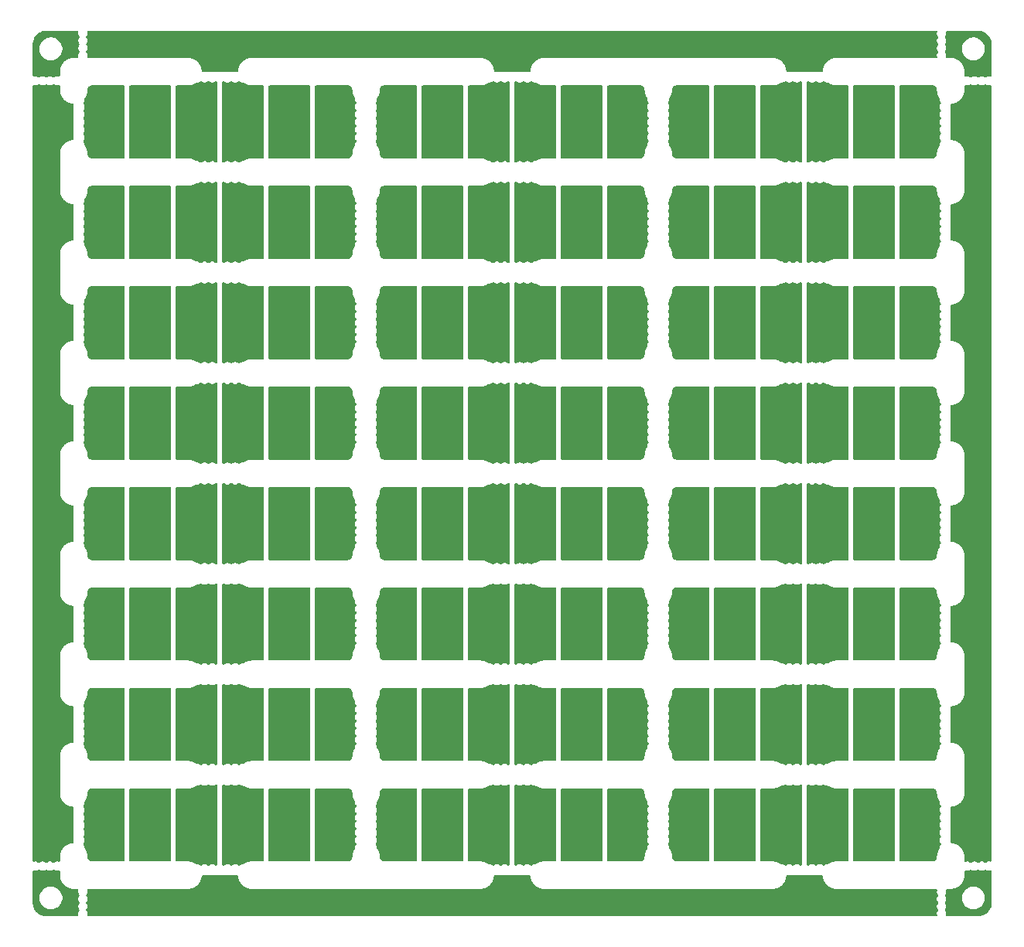
<source format=gbr>
%TF.GenerationSoftware,KiCad,Pcbnew,8.0.4-unknown-202407232306~396e531e7c~ubuntu22.04.1*%
%TF.CreationDate,2024-08-17T16:34:09+01:00*%
%TF.ProjectId,PANEL_DRY_ELEC_6CH_THIN,50414e45-4c5f-4445-9259-5f454c45435f,1.0*%
%TF.SameCoordinates,Original*%
%TF.FileFunction,Copper,L4,Bot*%
%TF.FilePolarity,Positive*%
%FSLAX46Y46*%
G04 Gerber Fmt 4.6, Leading zero omitted, Abs format (unit mm)*
G04 Created by KiCad (PCBNEW 8.0.4-unknown-202407232306~396e531e7c~ubuntu22.04.1) date 2024-08-17 16:34:09*
%MOMM*%
%LPD*%
G01*
G04 APERTURE LIST*
%TA.AperFunction,ComponentPad*%
%ADD10C,1.800000*%
%TD*%
G04 APERTURE END LIST*
D10*
%TO.P,J20,1,Pin_1*%
%TO.N,Board_3-/filtering_4/ELECTRODE*%
X8300000Y-23500000D03*
%TD*%
%TO.P,J22,1,Pin_1*%
%TO.N,Board_2-/filtering_6/ELECTRODE*%
X82460000Y-12500000D03*
%TD*%
%TO.P,J19,1,Pin_1*%
%TO.N,Board_17-/filtering_3/ELECTRODE*%
X97700000Y-67500000D03*
%TD*%
%TO.P,J22,1,Pin_1*%
%TO.N,Board_0-/filtering_6/ELECTRODE*%
X18460000Y-12500000D03*
%TD*%
%TO.P,J21,1,Pin_1*%
%TO.N,Board_12-/filtering_5/ELECTRODE*%
X13380000Y-56500000D03*
%TD*%
%TO.P,J18,1,Pin_1*%
%TO.N,Board_21-/filtering_2/ELECTRODE*%
X28620000Y-89500000D03*
%TD*%
%TO.P,J17,1,Pin_1*%
%TO.N,Board_15-/filtering_1/ELECTRODE*%
X23540000Y-67500000D03*
%TD*%
%TO.P,J20,1,Pin_1*%
%TO.N,Board_8-/filtering_4/ELECTRODE*%
X72300000Y-34500000D03*
%TD*%
%TO.P,J17,1,Pin_1*%
%TO.N,Board_8-/filtering_1/ELECTRODE*%
X87540000Y-34500000D03*
%TD*%
%TO.P,J20,1,Pin_1*%
%TO.N,Board_6-/filtering_4/ELECTRODE*%
X8300000Y-34500000D03*
%TD*%
%TO.P,J19,1,Pin_1*%
%TO.N,Board_14-/filtering_3/ELECTRODE*%
X97700000Y-56500000D03*
%TD*%
%TO.P,J22,1,Pin_1*%
%TO.N,Board_1-/filtering_6/ELECTRODE*%
X50460000Y-12500000D03*
%TD*%
%TO.P,J22,1,Pin_1*%
%TO.N,Board_15-/filtering_6/ELECTRODE*%
X18460000Y-67500000D03*
%TD*%
%TO.P,J17,1,Pin_1*%
%TO.N,Board_7-/filtering_1/ELECTRODE*%
X55540000Y-34500000D03*
%TD*%
%TO.P,J18,1,Pin_1*%
%TO.N,Board_20-/filtering_2/ELECTRODE*%
X92620000Y-78500000D03*
%TD*%
%TO.P,J20,1,Pin_1*%
%TO.N,Board_7-/filtering_4/ELECTRODE*%
X40300000Y-34500000D03*
%TD*%
%TO.P,J19,1,Pin_1*%
%TO.N,Board_12-/filtering_3/ELECTRODE*%
X33700000Y-56500000D03*
%TD*%
%TO.P,J18,1,Pin_1*%
%TO.N,Board_9-/filtering_2/ELECTRODE*%
X28620000Y-45500000D03*
%TD*%
%TO.P,J20,1,Pin_1*%
%TO.N,Board_17-/filtering_4/ELECTRODE*%
X72300000Y-67500000D03*
%TD*%
%TO.P,J22,1,Pin_1*%
%TO.N,Board_6-/filtering_6/ELECTRODE*%
X18460000Y-34500000D03*
%TD*%
%TO.P,J20,1,Pin_1*%
%TO.N,Board_16-/filtering_4/ELECTRODE*%
X40300000Y-67500000D03*
%TD*%
%TO.P,J18,1,Pin_1*%
%TO.N,Board_4-/filtering_2/ELECTRODE*%
X60620000Y-23500000D03*
%TD*%
%TO.P,J20,1,Pin_1*%
%TO.N,Board_15-/filtering_4/ELECTRODE*%
X8300000Y-67500000D03*
%TD*%
%TO.P,J19,1,Pin_1*%
%TO.N,Board_9-/filtering_3/ELECTRODE*%
X33700000Y-45500000D03*
%TD*%
%TO.P,J21,1,Pin_1*%
%TO.N,Board_14-/filtering_5/ELECTRODE*%
X77380000Y-56500000D03*
%TD*%
%TO.P,J20,1,Pin_1*%
%TO.N,Board_12-/filtering_4/ELECTRODE*%
X8300000Y-56500000D03*
%TD*%
%TO.P,J17,1,Pin_1*%
%TO.N,Board_9-/filtering_1/ELECTRODE*%
X23540000Y-45500000D03*
%TD*%
%TO.P,J19,1,Pin_1*%
%TO.N,Board_21-/filtering_3/ELECTRODE*%
X33700000Y-89500000D03*
%TD*%
%TO.P,J20,1,Pin_1*%
%TO.N,Board_10-/filtering_4/ELECTRODE*%
X40300000Y-45500000D03*
%TD*%
%TO.P,J18,1,Pin_1*%
%TO.N,Board_22-/filtering_2/ELECTRODE*%
X60620000Y-89500000D03*
%TD*%
%TO.P,J22,1,Pin_1*%
%TO.N,Board_19-/filtering_6/ELECTRODE*%
X50460000Y-78500000D03*
%TD*%
%TO.P,J17,1,Pin_1*%
%TO.N,Board_4-/filtering_1/ELECTRODE*%
X55540000Y-23500000D03*
%TD*%
%TO.P,J19,1,Pin_1*%
%TO.N,Board_19-/filtering_3/ELECTRODE*%
X65700000Y-78500000D03*
%TD*%
%TO.P,J19,1,Pin_1*%
%TO.N,Board_4-/filtering_3/ELECTRODE*%
X65700000Y-23500000D03*
%TD*%
%TO.P,J17,1,Pin_1*%
%TO.N,Board_6-/filtering_1/ELECTRODE*%
X23540000Y-34500000D03*
%TD*%
%TO.P,J17,1,Pin_1*%
%TO.N,Board_10-/filtering_1/ELECTRODE*%
X55540000Y-45500000D03*
%TD*%
%TO.P,J22,1,Pin_1*%
%TO.N,Board_9-/filtering_6/ELECTRODE*%
X18460000Y-45500000D03*
%TD*%
%TO.P,J19,1,Pin_1*%
%TO.N,Board_22-/filtering_3/ELECTRODE*%
X65700000Y-89500000D03*
%TD*%
%TO.P,J17,1,Pin_1*%
%TO.N,Board_23-/filtering_1/ELECTRODE*%
X87540000Y-89500000D03*
%TD*%
%TO.P,J18,1,Pin_1*%
%TO.N,Board_3-/filtering_2/ELECTRODE*%
X28620000Y-23500000D03*
%TD*%
%TO.P,J22,1,Pin_1*%
%TO.N,Board_11-/filtering_6/ELECTRODE*%
X82460000Y-45500000D03*
%TD*%
%TO.P,J21,1,Pin_1*%
%TO.N,Board_7-/filtering_5/ELECTRODE*%
X45380000Y-34500000D03*
%TD*%
%TO.P,J18,1,Pin_1*%
%TO.N,Board_17-/filtering_2/ELECTRODE*%
X92620000Y-67500000D03*
%TD*%
%TO.P,J21,1,Pin_1*%
%TO.N,Board_15-/filtering_5/ELECTRODE*%
X13380000Y-67500000D03*
%TD*%
%TO.P,J21,1,Pin_1*%
%TO.N,Board_5-/filtering_5/ELECTRODE*%
X77380000Y-23500000D03*
%TD*%
%TO.P,J22,1,Pin_1*%
%TO.N,Board_21-/filtering_6/ELECTRODE*%
X18460000Y-89500000D03*
%TD*%
%TO.P,J22,1,Pin_1*%
%TO.N,Board_16-/filtering_6/ELECTRODE*%
X50460000Y-67500000D03*
%TD*%
%TO.P,J20,1,Pin_1*%
%TO.N,Board_11-/filtering_4/ELECTRODE*%
X72300000Y-45500000D03*
%TD*%
%TO.P,J19,1,Pin_1*%
%TO.N,Board_16-/filtering_3/ELECTRODE*%
X65700000Y-67500000D03*
%TD*%
%TO.P,J19,1,Pin_1*%
%TO.N,Board_5-/filtering_3/ELECTRODE*%
X97700000Y-23500000D03*
%TD*%
%TO.P,J18,1,Pin_1*%
%TO.N,Board_23-/filtering_2/ELECTRODE*%
X92620000Y-89500000D03*
%TD*%
%TO.P,J18,1,Pin_1*%
%TO.N,Board_7-/filtering_2/ELECTRODE*%
X60620000Y-34500000D03*
%TD*%
%TO.P,J17,1,Pin_1*%
%TO.N,Board_19-/filtering_1/ELECTRODE*%
X55540000Y-78500000D03*
%TD*%
%TO.P,J21,1,Pin_1*%
%TO.N,Board_3-/filtering_5/ELECTRODE*%
X13380000Y-23500000D03*
%TD*%
%TO.P,J18,1,Pin_1*%
%TO.N,Board_1-/filtering_2/ELECTRODE*%
X60620000Y-12500000D03*
%TD*%
%TO.P,J17,1,Pin_1*%
%TO.N,Board_11-/filtering_1/ELECTRODE*%
X87540000Y-45500000D03*
%TD*%
%TO.P,J21,1,Pin_1*%
%TO.N,Board_13-/filtering_5/ELECTRODE*%
X45380000Y-56500000D03*
%TD*%
%TO.P,J20,1,Pin_1*%
%TO.N,Board_2-/filtering_4/ELECTRODE*%
X72300000Y-12500000D03*
%TD*%
%TO.P,J18,1,Pin_1*%
%TO.N,Board_16-/filtering_2/ELECTRODE*%
X60620000Y-67500000D03*
%TD*%
%TO.P,J17,1,Pin_1*%
%TO.N,Board_1-/filtering_1/ELECTRODE*%
X55540000Y-12500000D03*
%TD*%
%TO.P,J22,1,Pin_1*%
%TO.N,Board_7-/filtering_6/ELECTRODE*%
X50460000Y-34500000D03*
%TD*%
%TO.P,J19,1,Pin_1*%
%TO.N,Board_8-/filtering_3/ELECTRODE*%
X97700000Y-34500000D03*
%TD*%
%TO.P,J18,1,Pin_1*%
%TO.N,Board_8-/filtering_2/ELECTRODE*%
X92620000Y-34500000D03*
%TD*%
%TO.P,J18,1,Pin_1*%
%TO.N,Board_2-/filtering_2/ELECTRODE*%
X92620000Y-12500000D03*
%TD*%
%TO.P,J20,1,Pin_1*%
%TO.N,Board_14-/filtering_4/ELECTRODE*%
X72300000Y-56500000D03*
%TD*%
%TO.P,J22,1,Pin_1*%
%TO.N,Board_20-/filtering_6/ELECTRODE*%
X82460000Y-78500000D03*
%TD*%
%TO.P,J22,1,Pin_1*%
%TO.N,Board_10-/filtering_6/ELECTRODE*%
X50460000Y-45500000D03*
%TD*%
%TO.P,J17,1,Pin_1*%
%TO.N,Board_14-/filtering_1/ELECTRODE*%
X87540000Y-56500000D03*
%TD*%
%TO.P,J19,1,Pin_1*%
%TO.N,Board_6-/filtering_3/ELECTRODE*%
X33700000Y-34500000D03*
%TD*%
%TO.P,J19,1,Pin_1*%
%TO.N,Board_23-/filtering_3/ELECTRODE*%
X97700000Y-89500000D03*
%TD*%
%TO.P,J21,1,Pin_1*%
%TO.N,Board_23-/filtering_5/ELECTRODE*%
X77380000Y-89500000D03*
%TD*%
%TO.P,J21,1,Pin_1*%
%TO.N,Board_17-/filtering_5/ELECTRODE*%
X77380000Y-67500000D03*
%TD*%
%TO.P,J17,1,Pin_1*%
%TO.N,Board_22-/filtering_1/ELECTRODE*%
X55540000Y-89500000D03*
%TD*%
%TO.P,J19,1,Pin_1*%
%TO.N,Board_1-/filtering_3/ELECTRODE*%
X65700000Y-12500000D03*
%TD*%
%TO.P,J17,1,Pin_1*%
%TO.N,Board_20-/filtering_1/ELECTRODE*%
X87540000Y-78500000D03*
%TD*%
%TO.P,J21,1,Pin_1*%
%TO.N,Board_6-/filtering_5/ELECTRODE*%
X13380000Y-34500000D03*
%TD*%
%TO.P,J18,1,Pin_1*%
%TO.N,Board_6-/filtering_2/ELECTRODE*%
X28620000Y-34500000D03*
%TD*%
%TO.P,J22,1,Pin_1*%
%TO.N,Board_4-/filtering_6/ELECTRODE*%
X50460000Y-23500000D03*
%TD*%
%TO.P,J21,1,Pin_1*%
%TO.N,Board_21-/filtering_5/ELECTRODE*%
X13380000Y-89500000D03*
%TD*%
%TO.P,J18,1,Pin_1*%
%TO.N,Board_14-/filtering_2/ELECTRODE*%
X92620000Y-56500000D03*
%TD*%
%TO.P,J20,1,Pin_1*%
%TO.N,Board_1-/filtering_4/ELECTRODE*%
X40300000Y-12500000D03*
%TD*%
%TO.P,J22,1,Pin_1*%
%TO.N,Board_23-/filtering_6/ELECTRODE*%
X82460000Y-89500000D03*
%TD*%
%TO.P,J20,1,Pin_1*%
%TO.N,Board_5-/filtering_4/ELECTRODE*%
X72300000Y-23500000D03*
%TD*%
%TO.P,J21,1,Pin_1*%
%TO.N,Board_22-/filtering_5/ELECTRODE*%
X45380000Y-89500000D03*
%TD*%
%TO.P,J21,1,Pin_1*%
%TO.N,Board_18-/filtering_5/ELECTRODE*%
X13380000Y-78500000D03*
%TD*%
%TO.P,J18,1,Pin_1*%
%TO.N,Board_15-/filtering_2/ELECTRODE*%
X28620000Y-67500000D03*
%TD*%
%TO.P,J17,1,Pin_1*%
%TO.N,Board_0-/filtering_1/ELECTRODE*%
X23540000Y-12500000D03*
%TD*%
%TO.P,J21,1,Pin_1*%
%TO.N,Board_19-/filtering_5/ELECTRODE*%
X45380000Y-78500000D03*
%TD*%
%TO.P,J20,1,Pin_1*%
%TO.N,Board_18-/filtering_4/ELECTRODE*%
X8300000Y-78500000D03*
%TD*%
%TO.P,J17,1,Pin_1*%
%TO.N,Board_12-/filtering_1/ELECTRODE*%
X23540000Y-56500000D03*
%TD*%
%TO.P,J18,1,Pin_1*%
%TO.N,Board_10-/filtering_2/ELECTRODE*%
X60620000Y-45500000D03*
%TD*%
%TO.P,J20,1,Pin_1*%
%TO.N,Board_9-/filtering_4/ELECTRODE*%
X8300000Y-45500000D03*
%TD*%
%TO.P,J18,1,Pin_1*%
%TO.N,Board_0-/filtering_2/ELECTRODE*%
X28620000Y-12500000D03*
%TD*%
%TO.P,J20,1,Pin_1*%
%TO.N,Board_22-/filtering_4/ELECTRODE*%
X40300000Y-89500000D03*
%TD*%
%TO.P,J19,1,Pin_1*%
%TO.N,Board_7-/filtering_3/ELECTRODE*%
X65700000Y-34500000D03*
%TD*%
%TO.P,J19,1,Pin_1*%
%TO.N,Board_20-/filtering_3/ELECTRODE*%
X97700000Y-78500000D03*
%TD*%
%TO.P,J20,1,Pin_1*%
%TO.N,Board_21-/filtering_4/ELECTRODE*%
X8300000Y-89500000D03*
%TD*%
%TO.P,J19,1,Pin_1*%
%TO.N,Board_13-/filtering_3/ELECTRODE*%
X65700000Y-56500000D03*
%TD*%
%TO.P,J17,1,Pin_1*%
%TO.N,Board_5-/filtering_1/ELECTRODE*%
X87540000Y-23500000D03*
%TD*%
%TO.P,J22,1,Pin_1*%
%TO.N,Board_17-/filtering_6/ELECTRODE*%
X82460000Y-67500000D03*
%TD*%
%TO.P,J21,1,Pin_1*%
%TO.N,Board_11-/filtering_5/ELECTRODE*%
X77380000Y-45500000D03*
%TD*%
%TO.P,J19,1,Pin_1*%
%TO.N,Board_2-/filtering_3/ELECTRODE*%
X97700000Y-12500000D03*
%TD*%
%TO.P,J22,1,Pin_1*%
%TO.N,Board_22-/filtering_6/ELECTRODE*%
X50460000Y-89500000D03*
%TD*%
%TO.P,J19,1,Pin_1*%
%TO.N,Board_3-/filtering_3/ELECTRODE*%
X33700000Y-23500000D03*
%TD*%
%TO.P,J22,1,Pin_1*%
%TO.N,Board_14-/filtering_6/ELECTRODE*%
X82460000Y-56500000D03*
%TD*%
%TO.P,J22,1,Pin_1*%
%TO.N,Board_13-/filtering_6/ELECTRODE*%
X50460000Y-56500000D03*
%TD*%
%TO.P,J21,1,Pin_1*%
%TO.N,Board_20-/filtering_5/ELECTRODE*%
X77380000Y-78500000D03*
%TD*%
%TO.P,J21,1,Pin_1*%
%TO.N,Board_10-/filtering_5/ELECTRODE*%
X45380000Y-45500000D03*
%TD*%
%TO.P,J21,1,Pin_1*%
%TO.N,Board_9-/filtering_5/ELECTRODE*%
X13380000Y-45500000D03*
%TD*%
%TO.P,J17,1,Pin_1*%
%TO.N,Board_2-/filtering_1/ELECTRODE*%
X87540000Y-12500000D03*
%TD*%
%TO.P,J19,1,Pin_1*%
%TO.N,Board_15-/filtering_3/ELECTRODE*%
X33700000Y-67500000D03*
%TD*%
%TO.P,J22,1,Pin_1*%
%TO.N,Board_3-/filtering_6/ELECTRODE*%
X18460000Y-23500000D03*
%TD*%
%TO.P,J22,1,Pin_1*%
%TO.N,Board_8-/filtering_6/ELECTRODE*%
X82460000Y-34500000D03*
%TD*%
%TO.P,J20,1,Pin_1*%
%TO.N,Board_4-/filtering_4/ELECTRODE*%
X40300000Y-23500000D03*
%TD*%
%TO.P,J20,1,Pin_1*%
%TO.N,Board_20-/filtering_4/ELECTRODE*%
X72300000Y-78500000D03*
%TD*%
%TO.P,J20,1,Pin_1*%
%TO.N,Board_23-/filtering_4/ELECTRODE*%
X72300000Y-89500000D03*
%TD*%
%TO.P,J21,1,Pin_1*%
%TO.N,Board_1-/filtering_5/ELECTRODE*%
X45380000Y-12500000D03*
%TD*%
%TO.P,J19,1,Pin_1*%
%TO.N,Board_10-/filtering_3/ELECTRODE*%
X65700000Y-45500000D03*
%TD*%
%TO.P,J21,1,Pin_1*%
%TO.N,Board_16-/filtering_5/ELECTRODE*%
X45380000Y-67500000D03*
%TD*%
%TO.P,J19,1,Pin_1*%
%TO.N,Board_11-/filtering_3/ELECTRODE*%
X97700000Y-45500000D03*
%TD*%
%TO.P,J17,1,Pin_1*%
%TO.N,Board_3-/filtering_1/ELECTRODE*%
X23540000Y-23500000D03*
%TD*%
%TO.P,J21,1,Pin_1*%
%TO.N,Board_2-/filtering_5/ELECTRODE*%
X77380000Y-12500000D03*
%TD*%
%TO.P,J18,1,Pin_1*%
%TO.N,Board_5-/filtering_2/ELECTRODE*%
X92620000Y-23500000D03*
%TD*%
%TO.P,J22,1,Pin_1*%
%TO.N,Board_18-/filtering_6/ELECTRODE*%
X18460000Y-78500000D03*
%TD*%
%TO.P,J20,1,Pin_1*%
%TO.N,Board_19-/filtering_4/ELECTRODE*%
X40300000Y-78500000D03*
%TD*%
%TO.P,J18,1,Pin_1*%
%TO.N,Board_13-/filtering_2/ELECTRODE*%
X60620000Y-56500000D03*
%TD*%
%TO.P,J19,1,Pin_1*%
%TO.N,Board_0-/filtering_3/ELECTRODE*%
X33700000Y-12500000D03*
%TD*%
%TO.P,J22,1,Pin_1*%
%TO.N,Board_12-/filtering_6/ELECTRODE*%
X18460000Y-56500000D03*
%TD*%
%TO.P,J18,1,Pin_1*%
%TO.N,Board_19-/filtering_2/ELECTRODE*%
X60620000Y-78500000D03*
%TD*%
%TO.P,J18,1,Pin_1*%
%TO.N,Board_11-/filtering_2/ELECTRODE*%
X92620000Y-45500000D03*
%TD*%
%TO.P,J17,1,Pin_1*%
%TO.N,Board_13-/filtering_1/ELECTRODE*%
X55540000Y-56500000D03*
%TD*%
%TO.P,J18,1,Pin_1*%
%TO.N,Board_12-/filtering_2/ELECTRODE*%
X28620000Y-56500000D03*
%TD*%
%TO.P,J19,1,Pin_1*%
%TO.N,Board_18-/filtering_3/ELECTRODE*%
X33700000Y-78500000D03*
%TD*%
%TO.P,J22,1,Pin_1*%
%TO.N,Board_5-/filtering_6/ELECTRODE*%
X82460000Y-23500000D03*
%TD*%
%TO.P,J21,1,Pin_1*%
%TO.N,Board_4-/filtering_5/ELECTRODE*%
X45380000Y-23500000D03*
%TD*%
%TO.P,J17,1,Pin_1*%
%TO.N,Board_21-/filtering_1/ELECTRODE*%
X23540000Y-89500000D03*
%TD*%
%TO.P,J20,1,Pin_1*%
%TO.N,Board_0-/filtering_4/ELECTRODE*%
X8300000Y-12500000D03*
%TD*%
%TO.P,J18,1,Pin_1*%
%TO.N,Board_18-/filtering_2/ELECTRODE*%
X28620000Y-78500000D03*
%TD*%
%TO.P,J17,1,Pin_1*%
%TO.N,Board_18-/filtering_1/ELECTRODE*%
X23540000Y-78500000D03*
%TD*%
%TO.P,J21,1,Pin_1*%
%TO.N,Board_8-/filtering_5/ELECTRODE*%
X77380000Y-34500000D03*
%TD*%
%TO.P,J21,1,Pin_1*%
%TO.N,Board_0-/filtering_5/ELECTRODE*%
X13380000Y-12500000D03*
%TD*%
%TO.P,J20,1,Pin_1*%
%TO.N,Board_13-/filtering_4/ELECTRODE*%
X40300000Y-56500000D03*
%TD*%
%TO.P,J17,1,Pin_1*%
%TO.N,Board_16-/filtering_1/ELECTRODE*%
X55540000Y-67500000D03*
%TD*%
%TO.P,J17,1,Pin_1*%
%TO.N,Board_17-/filtering_1/ELECTRODE*%
X87540000Y-67500000D03*
%TD*%
%TA.AperFunction,Conductor*%
%TO.N,Board_15-/filtering_3/ELECTRODE*%
G36*
X34991281Y-61500509D02*
G01*
X34992588Y-61500525D01*
X34996076Y-61500569D01*
X34997609Y-61500598D01*
X35017403Y-61501099D01*
X35020455Y-61501215D01*
X35030139Y-61501707D01*
X35033072Y-61501893D01*
X35042655Y-61502622D01*
X35045727Y-61502896D01*
X35050104Y-61503340D01*
X35055267Y-61503865D01*
X35058382Y-61504223D01*
X35067776Y-61505420D01*
X35070870Y-61505854D01*
X35080333Y-61507303D01*
X35083333Y-61507800D01*
X35092841Y-61509504D01*
X35095808Y-61510075D01*
X35105129Y-61511992D01*
X35108151Y-61512652D01*
X35117502Y-61514822D01*
X35120529Y-61515565D01*
X35129767Y-61517957D01*
X35132716Y-61518761D01*
X35138197Y-61520329D01*
X35141905Y-61521391D01*
X35144896Y-61522287D01*
X35154021Y-61525150D01*
X35156895Y-61526092D01*
X35166032Y-61529215D01*
X35168845Y-61530217D01*
X35177873Y-61533560D01*
X35180741Y-61534664D01*
X35187259Y-61537268D01*
X35189591Y-61538200D01*
X35192446Y-61539381D01*
X35201278Y-61543171D01*
X35204063Y-61544408D01*
X35212780Y-61548414D01*
X35215521Y-61549715D01*
X35224133Y-61553939D01*
X35226908Y-61555346D01*
X35229327Y-61556609D01*
X35235373Y-61559767D01*
X35238036Y-61561201D01*
X35246474Y-61565884D01*
X35249100Y-61567386D01*
X35257352Y-61572243D01*
X35259991Y-61573843D01*
X35268077Y-61578883D01*
X35270685Y-61580553D01*
X35278714Y-61585845D01*
X35281237Y-61587555D01*
X35283496Y-61589128D01*
X35289096Y-61593026D01*
X35291621Y-61594830D01*
X35299342Y-61600500D01*
X35301702Y-61602278D01*
X35309397Y-61608235D01*
X35311663Y-61610036D01*
X35319216Y-61616194D01*
X35321496Y-61618103D01*
X35328809Y-61624381D01*
X35331056Y-61626358D01*
X35338251Y-61632859D01*
X35340417Y-61634867D01*
X35347413Y-61641517D01*
X35349585Y-61643635D01*
X35356365Y-61650415D01*
X35358478Y-61652582D01*
X35365111Y-61659560D01*
X35367215Y-61661831D01*
X35373593Y-61668891D01*
X35375636Y-61671210D01*
X35381911Y-61678520D01*
X35383809Y-61680788D01*
X35389935Y-61688302D01*
X35391780Y-61690624D01*
X35397670Y-61698233D01*
X35399539Y-61700710D01*
X35405187Y-61708402D01*
X35406957Y-61710877D01*
X35412448Y-61718767D01*
X35414159Y-61721292D01*
X35419456Y-61729329D01*
X35421085Y-61731871D01*
X35426181Y-61740046D01*
X35427717Y-61742580D01*
X35432633Y-61750932D01*
X35434140Y-61753571D01*
X35438779Y-61761930D01*
X35440228Y-61764617D01*
X35444706Y-61773190D01*
X35446011Y-61775768D01*
X35450288Y-61784488D01*
X35451584Y-61787217D01*
X35455596Y-61795946D01*
X35456831Y-61798727D01*
X35460075Y-61806287D01*
X35460626Y-61807570D01*
X35461806Y-61810419D01*
X35465342Y-61819270D01*
X35466410Y-61822046D01*
X35469785Y-61831158D01*
X35470813Y-61834049D01*
X35473880Y-61843022D01*
X35474844Y-61845958D01*
X35477743Y-61855196D01*
X35478602Y-61858062D01*
X35481236Y-61867269D01*
X35482044Y-61870239D01*
X35484440Y-61879491D01*
X35485189Y-61882544D01*
X35487337Y-61891799D01*
X35487998Y-61894815D01*
X35489930Y-61904220D01*
X35490507Y-61907222D01*
X35492192Y-61916626D01*
X35492700Y-61919678D01*
X35493725Y-61926372D01*
X35494147Y-61929125D01*
X35494582Y-61932231D01*
X35495779Y-61941629D01*
X35496136Y-61944747D01*
X35496662Y-61949918D01*
X35497214Y-61957883D01*
X35499251Y-62012953D01*
X35497766Y-62034230D01*
X35497580Y-62038354D01*
X35497578Y-62038362D01*
X35499881Y-62065198D01*
X35500323Y-62074188D01*
X35500381Y-62078801D01*
X35500561Y-62093036D01*
X35500310Y-62093039D01*
X35500390Y-62103182D01*
X35501189Y-62103180D01*
X35501216Y-62111301D01*
X35501217Y-62111303D01*
X35501216Y-62111306D01*
X35502712Y-62122384D01*
X35503742Y-62134401D01*
X35504155Y-62145576D01*
X35504157Y-62145579D01*
X35505514Y-62153595D01*
X35504298Y-62153801D01*
X35506741Y-62175943D01*
X35507972Y-62175880D01*
X35508394Y-62183998D01*
X35510428Y-62195002D01*
X35512041Y-62206946D01*
X35512924Y-62217249D01*
X35512996Y-62218085D01*
X35514742Y-62226021D01*
X35513535Y-62226286D01*
X35517052Y-62248281D01*
X35518280Y-62248158D01*
X35519096Y-62256241D01*
X35519095Y-62256248D01*
X35521658Y-62267123D01*
X35523850Y-62278985D01*
X35525346Y-62290068D01*
X35527476Y-62297917D01*
X35526286Y-62298240D01*
X35530867Y-62320037D01*
X35532086Y-62319854D01*
X35533293Y-62327887D01*
X35533293Y-62327893D01*
X35536387Y-62338650D01*
X35539148Y-62350368D01*
X35541182Y-62361378D01*
X35541188Y-62361388D01*
X35543693Y-62369116D01*
X35542515Y-62369498D01*
X35548150Y-62391045D01*
X35549361Y-62390803D01*
X35550957Y-62398768D01*
X35550957Y-62398773D01*
X35550958Y-62398775D01*
X35554566Y-62409358D01*
X35557897Y-62420938D01*
X35560461Y-62431824D01*
X35560463Y-62431826D01*
X35560463Y-62431829D01*
X35563341Y-62439423D01*
X35562187Y-62439860D01*
X35568863Y-62461116D01*
X35570060Y-62460816D01*
X35572041Y-62468696D01*
X35572042Y-62468697D01*
X35572042Y-62468700D01*
X35576161Y-62479096D01*
X35580044Y-62490480D01*
X35583140Y-62501252D01*
X35583143Y-62501256D01*
X35583144Y-62501261D01*
X35586387Y-62508707D01*
X35585258Y-62509199D01*
X35592959Y-62530109D01*
X35594139Y-62529751D01*
X35596500Y-62537522D01*
X35596501Y-62537527D01*
X35601128Y-62547727D01*
X35605560Y-62558914D01*
X35609170Y-62569505D01*
X35609172Y-62569507D01*
X35609173Y-62569511D01*
X35612775Y-62576792D01*
X35611669Y-62577339D01*
X35620370Y-62597833D01*
X35621533Y-62597417D01*
X35624273Y-62605073D01*
X35624273Y-62605077D01*
X35629386Y-62615031D01*
X35634362Y-62626006D01*
X35638481Y-62636405D01*
X35642436Y-62643508D01*
X35641357Y-62644108D01*
X35651048Y-62664164D01*
X35652189Y-62663692D01*
X35655296Y-62671199D01*
X35655297Y-62671207D01*
X35660890Y-62680906D01*
X35666384Y-62691603D01*
X35671009Y-62701803D01*
X35671012Y-62701805D01*
X35671014Y-62701812D01*
X35675307Y-62708710D01*
X35674258Y-62709363D01*
X35684906Y-62728914D01*
X35686025Y-62728387D01*
X35689491Y-62735734D01*
X35689494Y-62735742D01*
X35695556Y-62745165D01*
X35701557Y-62755573D01*
X35706674Y-62765540D01*
X35706677Y-62765543D01*
X35711302Y-62772229D01*
X35710286Y-62772932D01*
X35721873Y-62791945D01*
X35722964Y-62791364D01*
X35726786Y-62798538D01*
X35726788Y-62798545D01*
X35733289Y-62807646D01*
X35739810Y-62817783D01*
X35745398Y-62827476D01*
X35745404Y-62827481D01*
X35750341Y-62833924D01*
X35749363Y-62834674D01*
X35761863Y-62853107D01*
X35762921Y-62852476D01*
X35767088Y-62859458D01*
X35767089Y-62859462D01*
X35772778Y-62866659D01*
X35798909Y-62931459D01*
X35799500Y-62943555D01*
X35799500Y-63065891D01*
X35833608Y-63193185D01*
X35899500Y-63307313D01*
X35921174Y-63328986D01*
X35954657Y-63390305D01*
X35949674Y-63459996D01*
X35921172Y-63504346D01*
X35899500Y-63526018D01*
X35833608Y-63640146D01*
X35799500Y-63767440D01*
X35799500Y-63899224D01*
X35833608Y-64026518D01*
X35899500Y-64140646D01*
X35921174Y-64162319D01*
X35954657Y-64223638D01*
X35949674Y-64293329D01*
X35921174Y-64337678D01*
X35899500Y-64359352D01*
X35833608Y-64473480D01*
X35799500Y-64600774D01*
X35799500Y-64732558D01*
X35833608Y-64859852D01*
X35899500Y-64973980D01*
X35921174Y-64995653D01*
X35954657Y-65056972D01*
X35949674Y-65126663D01*
X35921172Y-65171013D01*
X35899500Y-65192685D01*
X35833608Y-65306813D01*
X35799500Y-65434107D01*
X35799500Y-65565891D01*
X35833608Y-65693185D01*
X35899500Y-65807313D01*
X35921174Y-65828986D01*
X35954657Y-65890305D01*
X35949674Y-65959996D01*
X35921172Y-66004346D01*
X35899500Y-66026018D01*
X35833608Y-66140146D01*
X35799500Y-66267440D01*
X35799500Y-66399224D01*
X35833608Y-66526518D01*
X35899500Y-66640646D01*
X35921174Y-66662319D01*
X35954657Y-66723638D01*
X35949674Y-66793329D01*
X35921174Y-66837678D01*
X35899500Y-66859352D01*
X35833608Y-66973480D01*
X35799500Y-67100774D01*
X35799500Y-67232558D01*
X35833608Y-67359852D01*
X35899500Y-67473980D01*
X35921174Y-67495653D01*
X35954657Y-67556972D01*
X35949674Y-67626663D01*
X35921172Y-67671013D01*
X35899500Y-67692685D01*
X35833608Y-67806813D01*
X35799500Y-67934107D01*
X35799500Y-67934109D01*
X35799500Y-68055713D01*
X35780267Y-68122046D01*
X35775239Y-68129985D01*
X35768241Y-68139923D01*
X35761686Y-68148322D01*
X35761684Y-68148325D01*
X35757564Y-68155329D01*
X35756664Y-68154799D01*
X35743334Y-68174749D01*
X35744168Y-68175379D01*
X35739277Y-68181863D01*
X35739274Y-68181866D01*
X35739273Y-68181868D01*
X35734028Y-68191126D01*
X35727519Y-68201406D01*
X35721389Y-68210109D01*
X35721388Y-68210111D01*
X35721385Y-68210116D01*
X35717615Y-68217309D01*
X35716690Y-68216823D01*
X35704356Y-68237401D01*
X35705220Y-68237989D01*
X35700652Y-68244707D01*
X35700651Y-68244710D01*
X35700648Y-68244713D01*
X35695858Y-68254229D01*
X35689873Y-68264795D01*
X35684170Y-68273801D01*
X35684170Y-68273803D01*
X35684169Y-68273804D01*
X35680755Y-68281178D01*
X35679806Y-68280738D01*
X35668494Y-68301904D01*
X35669383Y-68302448D01*
X35665150Y-68309381D01*
X35660838Y-68319110D01*
X35655364Y-68329985D01*
X35650124Y-68339235D01*
X35650123Y-68339240D01*
X35647076Y-68346768D01*
X35646111Y-68346377D01*
X35635852Y-68368065D01*
X35636767Y-68368564D01*
X35632877Y-68375701D01*
X35629047Y-68385629D01*
X35624117Y-68396750D01*
X35619327Y-68406266D01*
X35619327Y-68406270D01*
X35616652Y-68413941D01*
X35615669Y-68413598D01*
X35606483Y-68435773D01*
X35607421Y-68436227D01*
X35603888Y-68443543D01*
X35603884Y-68443549D01*
X35600540Y-68453672D01*
X35596167Y-68465010D01*
X35591856Y-68474734D01*
X35591856Y-68474736D01*
X35591855Y-68474738D01*
X35589559Y-68482534D01*
X35588556Y-68482238D01*
X35580476Y-68504828D01*
X35581436Y-68505236D01*
X35578270Y-68512709D01*
X35578265Y-68512717D01*
X35575432Y-68522955D01*
X35571613Y-68534515D01*
X35567781Y-68544448D01*
X35565870Y-68552352D01*
X35564856Y-68552106D01*
X35557890Y-68575072D01*
X35558869Y-68575432D01*
X35556067Y-68583065D01*
X35553733Y-68593460D01*
X35550492Y-68605176D01*
X35547151Y-68615288D01*
X35547151Y-68615292D01*
X35547150Y-68615295D01*
X35545629Y-68623277D01*
X35544602Y-68623081D01*
X35538774Y-68646349D01*
X35539772Y-68646661D01*
X35537350Y-68654416D01*
X35537350Y-68654418D01*
X35537348Y-68654422D01*
X35535528Y-68664914D01*
X35532868Y-68676759D01*
X35530025Y-68687031D01*
X35530025Y-68687035D01*
X35528898Y-68695082D01*
X35527865Y-68694937D01*
X35523183Y-68718477D01*
X35524193Y-68718739D01*
X35522156Y-68726601D01*
X35522153Y-68726607D01*
X35522153Y-68726610D01*
X35520851Y-68737166D01*
X35518769Y-68749164D01*
X35516439Y-68759540D01*
X35515708Y-68767636D01*
X35514668Y-68767542D01*
X35511149Y-68791272D01*
X35512171Y-68791485D01*
X35510521Y-68799442D01*
X35510520Y-68799445D01*
X35509738Y-68810062D01*
X35508250Y-68822125D01*
X35506427Y-68832626D01*
X35506428Y-68832629D01*
X35506427Y-68832632D01*
X35506094Y-68840752D01*
X35505049Y-68840709D01*
X35502699Y-68864578D01*
X35503731Y-68864740D01*
X35502474Y-68872767D01*
X35502473Y-68872771D01*
X35502213Y-68883415D01*
X35501316Y-68895562D01*
X35500014Y-68906111D01*
X35500080Y-68914056D01*
X35500405Y-68919192D01*
X35500187Y-68936389D01*
X35499861Y-68943940D01*
X35497214Y-68979824D01*
X35497426Y-68983507D01*
X35499206Y-69005325D01*
X35498902Y-69017346D01*
X35498785Y-69020458D01*
X35498297Y-69030079D01*
X35498099Y-69033174D01*
X35497378Y-69042635D01*
X35497101Y-69045755D01*
X35496136Y-69055247D01*
X35495783Y-69058339D01*
X35494581Y-69067776D01*
X35494143Y-69070895D01*
X35492704Y-69080286D01*
X35492198Y-69083333D01*
X35490508Y-69092764D01*
X35489927Y-69095782D01*
X35487991Y-69105210D01*
X35487347Y-69108153D01*
X35485170Y-69117535D01*
X35484441Y-69120501D01*
X35482040Y-69129776D01*
X35481240Y-69132712D01*
X35478620Y-69141867D01*
X35477716Y-69144881D01*
X35474855Y-69153997D01*
X35473881Y-69156969D01*
X35470820Y-69165925D01*
X35469771Y-69168873D01*
X35466437Y-69177877D01*
X35465345Y-69180715D01*
X35462695Y-69187349D01*
X35461803Y-69189582D01*
X35460599Y-69192488D01*
X35456851Y-69201221D01*
X35455600Y-69204040D01*
X35451562Y-69212828D01*
X35450271Y-69215543D01*
X35446388Y-69223460D01*
X35446082Y-69224083D01*
X35444675Y-69226862D01*
X35440251Y-69235334D01*
X35438772Y-69238080D01*
X35434131Y-69246442D01*
X35432595Y-69249127D01*
X35427748Y-69257358D01*
X35426138Y-69260015D01*
X35421133Y-69268047D01*
X35419429Y-69270706D01*
X35414165Y-69278693D01*
X35412435Y-69281248D01*
X35406970Y-69289101D01*
X35405160Y-69291630D01*
X35399543Y-69299278D01*
X35397665Y-69301769D01*
X35391870Y-69309257D01*
X35389914Y-69311720D01*
X35383841Y-69319168D01*
X35381846Y-69321551D01*
X35375646Y-69328773D01*
X35373565Y-69331136D01*
X35367211Y-69338168D01*
X35365114Y-69340432D01*
X35358475Y-69347416D01*
X35356321Y-69349624D01*
X35349643Y-69356302D01*
X35347397Y-69358493D01*
X35340450Y-69365097D01*
X35338148Y-69367230D01*
X35332213Y-69372593D01*
X35331106Y-69373593D01*
X35328787Y-69375635D01*
X35321537Y-69381859D01*
X35319162Y-69383845D01*
X35311782Y-69389863D01*
X35309314Y-69391824D01*
X35301766Y-69397666D01*
X35299262Y-69399554D01*
X35291633Y-69405156D01*
X35289082Y-69406980D01*
X35281271Y-69412417D01*
X35278668Y-69414180D01*
X35270713Y-69419423D01*
X35268091Y-69421104D01*
X35259996Y-69426150D01*
X35257340Y-69427759D01*
X35249133Y-69432590D01*
X35246405Y-69434149D01*
X35238099Y-69438759D01*
X35235360Y-69440235D01*
X35226877Y-69444666D01*
X35224113Y-69446066D01*
X35215546Y-69450268D01*
X35212759Y-69451592D01*
X35204029Y-69455603D01*
X35201231Y-69456845D01*
X35192509Y-69460588D01*
X35189613Y-69461787D01*
X35180740Y-69465331D01*
X35177813Y-69466458D01*
X35168901Y-69469758D01*
X35165963Y-69470804D01*
X35156976Y-69473876D01*
X35153985Y-69474856D01*
X35144859Y-69477719D01*
X35141859Y-69478619D01*
X35135228Y-69480516D01*
X35132733Y-69481230D01*
X35129783Y-69482035D01*
X35120506Y-69484438D01*
X35117504Y-69485174D01*
X35108186Y-69487336D01*
X35105120Y-69488007D01*
X35104064Y-69488224D01*
X35095842Y-69489913D01*
X35092770Y-69490504D01*
X35083370Y-69492189D01*
X35080285Y-69492701D01*
X35070894Y-69494140D01*
X35067789Y-69494576D01*
X35058375Y-69495774D01*
X35055275Y-69496129D01*
X35045773Y-69497096D01*
X35042623Y-69497376D01*
X35033143Y-69498097D01*
X35030030Y-69498294D01*
X35020522Y-69498777D01*
X35017378Y-69498897D01*
X34997605Y-69499399D01*
X34996015Y-69499429D01*
X34992433Y-69499474D01*
X34991231Y-69499489D01*
X34989681Y-69499499D01*
X31524000Y-69499499D01*
X31456961Y-69479814D01*
X31411206Y-69427010D01*
X31400000Y-69375499D01*
X31400000Y-61624499D01*
X31419685Y-61557460D01*
X31472489Y-61511705D01*
X31524000Y-61500499D01*
X34989723Y-61500499D01*
X34991281Y-61500509D01*
G37*
%TD.AperFunction*%
%TD*%
%TA.AperFunction,Conductor*%
%TO.N,Board_13-/filtering_6/ELECTRODE*%
G36*
X52626668Y-50050326D02*
G01*
X52671012Y-50078824D01*
X52692686Y-50100499D01*
X52697998Y-50103565D01*
X52746214Y-50154131D01*
X52760000Y-50210954D01*
X52760000Y-58789043D01*
X52740315Y-58856082D01*
X52698006Y-58896426D01*
X52692696Y-58899492D01*
X52692689Y-58899497D01*
X52692686Y-58899499D01*
X52692684Y-58899501D01*
X52671015Y-58921170D01*
X52609692Y-58954655D01*
X52540000Y-58949671D01*
X52495654Y-58921172D01*
X52473981Y-58899499D01*
X52359855Y-58833607D01*
X52232559Y-58799499D01*
X52100775Y-58799499D01*
X52054165Y-58811988D01*
X51973480Y-58833607D01*
X51931591Y-58857792D01*
X51859353Y-58899499D01*
X51846031Y-58912821D01*
X51837680Y-58921172D01*
X51776356Y-58954656D01*
X51706664Y-58949670D01*
X51662320Y-58921172D01*
X51640647Y-58899499D01*
X51526521Y-58833607D01*
X51399225Y-58799499D01*
X51267441Y-58799499D01*
X51220831Y-58811988D01*
X51140146Y-58833607D01*
X51098257Y-58857792D01*
X51026019Y-58899499D01*
X51026017Y-58899501D01*
X51004348Y-58921170D01*
X50943025Y-58954655D01*
X50873333Y-58949671D01*
X50828987Y-58921172D01*
X50807314Y-58899499D01*
X50693188Y-58833607D01*
X50565892Y-58799499D01*
X50444287Y-58799499D01*
X50377937Y-58780254D01*
X50370005Y-58775230D01*
X50360072Y-58768235D01*
X50351679Y-58761685D01*
X50344676Y-58757566D01*
X50345204Y-58756669D01*
X50325246Y-58743336D01*
X50324620Y-58744166D01*
X50318130Y-58739269D01*
X50308871Y-58734024D01*
X50298603Y-58727523D01*
X50289895Y-58721391D01*
X50289897Y-58721391D01*
X50289891Y-58721388D01*
X50289886Y-58721385D01*
X50282695Y-58717618D01*
X50283177Y-58716698D01*
X50262586Y-58704356D01*
X50262002Y-58705214D01*
X50255280Y-58700642D01*
X50245769Y-58695854D01*
X50235201Y-58689868D01*
X50226198Y-58684167D01*
X50218828Y-58680756D01*
X50219265Y-58679813D01*
X50198088Y-58668495D01*
X50197548Y-58669380D01*
X50190616Y-58665147D01*
X50180881Y-58660832D01*
X50170020Y-58655365D01*
X50160764Y-58650121D01*
X50153235Y-58647075D01*
X50153625Y-58646113D01*
X50131926Y-58635849D01*
X50131428Y-58636762D01*
X50124296Y-58632874D01*
X50114371Y-58629045D01*
X50103261Y-58624120D01*
X50093737Y-58619326D01*
X50086065Y-58616652D01*
X50086407Y-58615672D01*
X50064225Y-58606482D01*
X50063772Y-58607419D01*
X50056448Y-58603881D01*
X50046327Y-58600537D01*
X50034997Y-58596167D01*
X50025267Y-58591855D01*
X50017468Y-58589559D01*
X50017762Y-58588560D01*
X49995165Y-58580477D01*
X49994759Y-58581433D01*
X49987282Y-58578263D01*
X49980584Y-58576409D01*
X49977036Y-58575427D01*
X49965500Y-58571616D01*
X49955556Y-58567780D01*
X49947654Y-58565870D01*
X49947898Y-58564861D01*
X49924917Y-58557890D01*
X49924559Y-58558865D01*
X49916934Y-58556065D01*
X49906531Y-58553729D01*
X49894822Y-58550489D01*
X49884711Y-58547149D01*
X49876739Y-58545632D01*
X49876934Y-58544612D01*
X49853639Y-58538776D01*
X49853329Y-58539768D01*
X49845577Y-58537346D01*
X49835092Y-58535527D01*
X49823227Y-58532862D01*
X49812968Y-58530023D01*
X49804923Y-58528897D01*
X49805067Y-58527868D01*
X49781518Y-58523185D01*
X49781257Y-58524190D01*
X49773391Y-58522150D01*
X49762817Y-58520846D01*
X49750844Y-58518769D01*
X49740459Y-58516437D01*
X49732373Y-58515708D01*
X49732467Y-58514673D01*
X49708722Y-58511151D01*
X49708510Y-58512169D01*
X49700557Y-58510519D01*
X49689943Y-58509736D01*
X49677877Y-58508247D01*
X49667378Y-58506425D01*
X49659252Y-58506093D01*
X49659295Y-58505051D01*
X49635418Y-58502700D01*
X49635256Y-58503731D01*
X49627222Y-58502471D01*
X49616582Y-58502210D01*
X49604465Y-58501317D01*
X49593890Y-58500013D01*
X49593888Y-58500013D01*
X49593887Y-58500013D01*
X49585761Y-58500080D01*
X49585756Y-58499367D01*
X49574015Y-58499416D01*
X49574015Y-58499499D01*
X49555735Y-58499499D01*
X49546615Y-58499163D01*
X49544485Y-58499005D01*
X49520179Y-58497212D01*
X49516806Y-58497406D01*
X49494709Y-58499218D01*
X49446417Y-58498032D01*
X49439234Y-58498799D01*
X49426074Y-58499499D01*
X48284000Y-58499499D01*
X48216961Y-58479814D01*
X48171206Y-58427010D01*
X48160000Y-58375499D01*
X48160000Y-50624499D01*
X48179685Y-50557460D01*
X48232489Y-50511705D01*
X48284000Y-50500499D01*
X49426074Y-50500499D01*
X49439234Y-50501199D01*
X49446410Y-50501964D01*
X49446417Y-50501966D01*
X49494702Y-50500780D01*
X49516789Y-50502591D01*
X49520167Y-50502785D01*
X49520168Y-50502784D01*
X49520168Y-50502785D01*
X49546609Y-50500834D01*
X49555729Y-50500499D01*
X49574020Y-50500499D01*
X49574020Y-50500585D01*
X49585759Y-50500635D01*
X49585764Y-50499919D01*
X49593890Y-50499984D01*
X49593897Y-50499986D01*
X49604483Y-50498680D01*
X49616600Y-50497785D01*
X49627230Y-50497525D01*
X49627233Y-50497524D01*
X49627238Y-50497524D01*
X49635268Y-50496266D01*
X49635431Y-50497300D01*
X49659291Y-50494951D01*
X49659248Y-50493905D01*
X49667370Y-50493572D01*
X49667372Y-50493571D01*
X49667374Y-50493572D01*
X49677853Y-50491753D01*
X49689917Y-50490265D01*
X49700545Y-50489482D01*
X49700553Y-50489479D01*
X49708503Y-50487831D01*
X49708715Y-50488851D01*
X49732459Y-50485330D01*
X49732365Y-50484291D01*
X49740459Y-50483560D01*
X49740460Y-50483559D01*
X49740461Y-50483560D01*
X49750862Y-50481224D01*
X49762838Y-50479146D01*
X49773403Y-50477843D01*
X49773408Y-50477841D01*
X49781277Y-50475802D01*
X49781540Y-50476814D01*
X49805063Y-50472135D01*
X49804918Y-50471101D01*
X49812965Y-50469974D01*
X49812969Y-50469974D01*
X49823241Y-50467131D01*
X49835086Y-50464471D01*
X49845578Y-50462651D01*
X49845582Y-50462649D01*
X49845584Y-50462649D01*
X49853339Y-50460227D01*
X49853651Y-50461225D01*
X49876924Y-50455396D01*
X49876728Y-50454368D01*
X49884711Y-50452847D01*
X49884715Y-50452847D01*
X49894829Y-50449506D01*
X49906543Y-50446265D01*
X49916933Y-50443932D01*
X49916935Y-50443931D01*
X49916936Y-50443931D01*
X49924559Y-50441133D01*
X49924919Y-50442111D01*
X49947888Y-50435145D01*
X49947642Y-50434130D01*
X49955540Y-50432219D01*
X49955545Y-50432219D01*
X49965482Y-50428385D01*
X49977018Y-50424574D01*
X49987283Y-50421734D01*
X49987287Y-50421731D01*
X49987290Y-50421731D01*
X49994768Y-50418562D01*
X49995176Y-50419522D01*
X50017766Y-50411440D01*
X50017471Y-50410439D01*
X50025267Y-50408143D01*
X50034991Y-50403833D01*
X50046341Y-50399454D01*
X50056453Y-50396114D01*
X50056457Y-50396111D01*
X50063776Y-50392577D01*
X50064231Y-50393517D01*
X50086403Y-50384333D01*
X50086059Y-50383347D01*
X50093732Y-50380672D01*
X50093734Y-50380672D01*
X50103250Y-50375882D01*
X50114369Y-50370953D01*
X50114667Y-50370838D01*
X50124292Y-50367125D01*
X50124295Y-50367122D01*
X50131428Y-50363235D01*
X50131929Y-50364152D01*
X50153614Y-50353897D01*
X50153221Y-50352928D01*
X50160756Y-50349879D01*
X50170008Y-50344638D01*
X50180875Y-50339168D01*
X50190617Y-50334850D01*
X50197551Y-50330616D01*
X50198094Y-50331504D01*
X50219259Y-50320193D01*
X50218820Y-50319247D01*
X50226192Y-50315833D01*
X50226195Y-50315831D01*
X50226199Y-50315830D01*
X50235212Y-50310122D01*
X50245768Y-50304142D01*
X50255287Y-50299351D01*
X50255291Y-50299347D01*
X50255292Y-50299347D01*
X50262011Y-50294778D01*
X50262599Y-50295642D01*
X50283171Y-50283313D01*
X50282685Y-50282387D01*
X50289886Y-50278613D01*
X50289891Y-50278611D01*
X50296593Y-50273891D01*
X50298584Y-50272489D01*
X50308860Y-50265981D01*
X50318127Y-50260732D01*
X50318128Y-50260731D01*
X50318134Y-50260728D01*
X50324623Y-50255833D01*
X50325252Y-50256665D01*
X50345202Y-50243337D01*
X50344671Y-50242436D01*
X50351675Y-50238316D01*
X50351678Y-50238314D01*
X50360077Y-50231759D01*
X50370020Y-50224758D01*
X50377951Y-50219736D01*
X50444288Y-50200499D01*
X50565890Y-50200499D01*
X50565892Y-50200499D01*
X50693186Y-50166391D01*
X50694141Y-50165840D01*
X50726763Y-50147005D01*
X50807314Y-50100499D01*
X50828986Y-50078827D01*
X50890309Y-50045342D01*
X50960001Y-50050326D01*
X51004345Y-50078824D01*
X51026019Y-50100499D01*
X51140147Y-50166391D01*
X51267441Y-50200499D01*
X51267443Y-50200499D01*
X51399223Y-50200499D01*
X51399225Y-50200499D01*
X51526519Y-50166391D01*
X51527474Y-50165840D01*
X51560096Y-50147005D01*
X51640647Y-50100499D01*
X51662319Y-50078827D01*
X51723642Y-50045342D01*
X51793334Y-50050326D01*
X51837681Y-50078827D01*
X51859353Y-50100499D01*
X51973481Y-50166391D01*
X52100775Y-50200499D01*
X52100777Y-50200499D01*
X52232557Y-50200499D01*
X52232559Y-50200499D01*
X52359853Y-50166391D01*
X52360808Y-50165840D01*
X52393430Y-50147005D01*
X52473981Y-50100499D01*
X52495653Y-50078827D01*
X52556976Y-50045342D01*
X52626668Y-50050326D01*
G37*
%TD.AperFunction*%
%TD*%
%TA.AperFunction,Conductor*%
%TO.N,Board_0-/filtering_1/ELECTRODE*%
G36*
X23126668Y-6050327D02*
G01*
X23171012Y-6078825D01*
X23192686Y-6100500D01*
X23306814Y-6166392D01*
X23434108Y-6200500D01*
X23434110Y-6200500D01*
X23555716Y-6200500D01*
X23622046Y-6219731D01*
X23629990Y-6224761D01*
X23639946Y-6231773D01*
X23648324Y-6238313D01*
X23648329Y-6238314D01*
X23655330Y-6242435D01*
X23654800Y-6243335D01*
X23674752Y-6256667D01*
X23675381Y-6255833D01*
X23681868Y-6260724D01*
X23681875Y-6260732D01*
X23691132Y-6265975D01*
X23701410Y-6272483D01*
X23710110Y-6278611D01*
X23710117Y-6278613D01*
X23717312Y-6282385D01*
X23716826Y-6283313D01*
X23737396Y-6295641D01*
X23737986Y-6294774D01*
X23744699Y-6299338D01*
X23744707Y-6299346D01*
X23754205Y-6304125D01*
X23764796Y-6310126D01*
X23773803Y-6315831D01*
X23773807Y-6315832D01*
X23781180Y-6319246D01*
X23780741Y-6320195D01*
X23801902Y-6331507D01*
X23802447Y-6330614D01*
X23809384Y-6334848D01*
X23809386Y-6334851D01*
X23819143Y-6339175D01*
X23830008Y-6344645D01*
X23839246Y-6349879D01*
X23839252Y-6349880D01*
X23846778Y-6352926D01*
X23846386Y-6353896D01*
X23868076Y-6364154D01*
X23868575Y-6363238D01*
X23875711Y-6367125D01*
X23875715Y-6367129D01*
X23885635Y-6370954D01*
X23896755Y-6375884D01*
X23906259Y-6380669D01*
X23906263Y-6380669D01*
X23906265Y-6380671D01*
X23913942Y-6383348D01*
X23913599Y-6384332D01*
X23935775Y-6393517D01*
X23936228Y-6392578D01*
X23943545Y-6396110D01*
X23943551Y-6396115D01*
X23953663Y-6399454D01*
X23965006Y-6403829D01*
X23974737Y-6408144D01*
X23974741Y-6408144D01*
X23974746Y-6408147D01*
X23982536Y-6410441D01*
X23982241Y-6411445D01*
X24004827Y-6419526D01*
X24005235Y-6418562D01*
X24012713Y-6421731D01*
X24012715Y-6421731D01*
X24012719Y-6421734D01*
X24022988Y-6424575D01*
X24034528Y-6428388D01*
X24044462Y-6432221D01*
X24044466Y-6432221D01*
X24044467Y-6432222D01*
X24052362Y-6434132D01*
X24052117Y-6435145D01*
X24075080Y-6442112D01*
X24075440Y-6441131D01*
X24083065Y-6443929D01*
X24083069Y-6443932D01*
X24093470Y-6446267D01*
X24105177Y-6449507D01*
X24115290Y-6452848D01*
X24115295Y-6452848D01*
X24123277Y-6454369D01*
X24123082Y-6455396D01*
X24146337Y-6461223D01*
X24146649Y-6460223D01*
X24154409Y-6462646D01*
X24154411Y-6462646D01*
X24154414Y-6462648D01*
X24164904Y-6464468D01*
X24176752Y-6467128D01*
X24187033Y-6469974D01*
X24187037Y-6469974D01*
X24195085Y-6471101D01*
X24194941Y-6472135D01*
X24218473Y-6476816D01*
X24218734Y-6475806D01*
X24226606Y-6477845D01*
X24226609Y-6477847D01*
X24237174Y-6479149D01*
X24249177Y-6481232D01*
X24259546Y-6483561D01*
X24267637Y-6484291D01*
X24267544Y-6485332D01*
X24291270Y-6488852D01*
X24291482Y-6487828D01*
X24299440Y-6489477D01*
X24299447Y-6489480D01*
X24310054Y-6490262D01*
X24322134Y-6491752D01*
X24332618Y-6493572D01*
X24332620Y-6493571D01*
X24332621Y-6493572D01*
X24340744Y-6493905D01*
X24340702Y-6494949D01*
X24364593Y-6497301D01*
X24364754Y-6496270D01*
X24372779Y-6497527D01*
X24372780Y-6497527D01*
X24372783Y-6497528D01*
X24383432Y-6497788D01*
X24395544Y-6498681D01*
X24406115Y-6499986D01*
X24406123Y-6499984D01*
X24414246Y-6499919D01*
X24414252Y-6500634D01*
X24425978Y-6500586D01*
X24425978Y-6500499D01*
X24434108Y-6500499D01*
X24444253Y-6500499D01*
X24453374Y-6500834D01*
X24479823Y-6502786D01*
X24479824Y-6502785D01*
X24479824Y-6502786D01*
X24483188Y-6502593D01*
X24505291Y-6500779D01*
X24553595Y-6501965D01*
X24553601Y-6501963D01*
X24560758Y-6501200D01*
X24573924Y-6500499D01*
X25716000Y-6500499D01*
X25783039Y-6520184D01*
X25828794Y-6572988D01*
X25840000Y-6624499D01*
X25840000Y-14375499D01*
X25820315Y-14442538D01*
X25767511Y-14488293D01*
X25716000Y-14499499D01*
X24573926Y-14499499D01*
X24560766Y-14498799D01*
X24553585Y-14498032D01*
X24505294Y-14499218D01*
X24483175Y-14497404D01*
X24479824Y-14497212D01*
X24455672Y-14498994D01*
X24453388Y-14499163D01*
X24444267Y-14499499D01*
X24425985Y-14499499D01*
X24425985Y-14499416D01*
X24414246Y-14499367D01*
X24414240Y-14500080D01*
X24406116Y-14500013D01*
X24406115Y-14500013D01*
X24406106Y-14500013D01*
X24395539Y-14501316D01*
X24383420Y-14502210D01*
X24372776Y-14502472D01*
X24364741Y-14503731D01*
X24364580Y-14502701D01*
X24340703Y-14505054D01*
X24340745Y-14506094D01*
X24332627Y-14506426D01*
X24322120Y-14508248D01*
X24310063Y-14509735D01*
X24299447Y-14510518D01*
X24291490Y-14512169D01*
X24291279Y-14511150D01*
X24267536Y-14514673D01*
X24267629Y-14515708D01*
X24259548Y-14516437D01*
X24259544Y-14516438D01*
X24259542Y-14516438D01*
X24249149Y-14518771D01*
X24237177Y-14520848D01*
X24234940Y-14521124D01*
X24226612Y-14522151D01*
X24218744Y-14524191D01*
X24218484Y-14523184D01*
X24194935Y-14527869D01*
X24195078Y-14528897D01*
X24187034Y-14530023D01*
X24176766Y-14532864D01*
X24164905Y-14535527D01*
X24154435Y-14537344D01*
X24154428Y-14537346D01*
X24154424Y-14537347D01*
X24154422Y-14537348D01*
X24146671Y-14539769D01*
X24146361Y-14538776D01*
X24123082Y-14544607D01*
X24123276Y-14545629D01*
X24115288Y-14547150D01*
X24105179Y-14550489D01*
X24093471Y-14553729D01*
X24083073Y-14556064D01*
X24075442Y-14558866D01*
X24075084Y-14557889D01*
X24052108Y-14564859D01*
X24052352Y-14565869D01*
X24044451Y-14567779D01*
X24034509Y-14571614D01*
X24022970Y-14575426D01*
X24012719Y-14578263D01*
X24005241Y-14581433D01*
X24004836Y-14580476D01*
X23982236Y-14588562D01*
X23982530Y-14589561D01*
X23974734Y-14591856D01*
X23965015Y-14596164D01*
X23953666Y-14600541D01*
X23943556Y-14603881D01*
X23943554Y-14603882D01*
X23943551Y-14603883D01*
X23943549Y-14603884D01*
X23936233Y-14607418D01*
X23935781Y-14606480D01*
X23913596Y-14615671D01*
X23913937Y-14616652D01*
X23906272Y-14619324D01*
X23896752Y-14624116D01*
X23885635Y-14629044D01*
X23875706Y-14632874D01*
X23868571Y-14636764D01*
X23868072Y-14635848D01*
X23846379Y-14646110D01*
X23846769Y-14647074D01*
X23839241Y-14650120D01*
X23829979Y-14655367D01*
X23819112Y-14660836D01*
X23809389Y-14665146D01*
X23802451Y-14669382D01*
X23801909Y-14668493D01*
X23780743Y-14679808D01*
X23781180Y-14680753D01*
X23773810Y-14684165D01*
X23773803Y-14684168D01*
X23764792Y-14689874D01*
X23754226Y-14695859D01*
X23744715Y-14700647D01*
X23744714Y-14700648D01*
X23737996Y-14705217D01*
X23737410Y-14704354D01*
X23716824Y-14716695D01*
X23717306Y-14717617D01*
X23710108Y-14721389D01*
X23701402Y-14727520D01*
X23691135Y-14734021D01*
X23681868Y-14739272D01*
X23681865Y-14739274D01*
X23675375Y-14744170D01*
X23674747Y-14743336D01*
X23654799Y-14756666D01*
X23655327Y-14757565D01*
X23648326Y-14761684D01*
X23639942Y-14768227D01*
X23629997Y-14775231D01*
X23622061Y-14780257D01*
X23555716Y-14799499D01*
X23434108Y-14799499D01*
X23387498Y-14811988D01*
X23306813Y-14833607D01*
X23255062Y-14863486D01*
X23192686Y-14899499D01*
X23192684Y-14899501D01*
X23171015Y-14921170D01*
X23109692Y-14954655D01*
X23040000Y-14949671D01*
X22995654Y-14921172D01*
X22973981Y-14899499D01*
X22859855Y-14833607D01*
X22732559Y-14799499D01*
X22600775Y-14799499D01*
X22554165Y-14811988D01*
X22473480Y-14833607D01*
X22421729Y-14863486D01*
X22359353Y-14899499D01*
X22346024Y-14912828D01*
X22337680Y-14921172D01*
X22276356Y-14954656D01*
X22206664Y-14949670D01*
X22162320Y-14921172D01*
X22140647Y-14899499D01*
X22026521Y-14833607D01*
X21899225Y-14799499D01*
X21767441Y-14799499D01*
X21720831Y-14811988D01*
X21640146Y-14833607D01*
X21588395Y-14863486D01*
X21526019Y-14899499D01*
X21526017Y-14899501D01*
X21504348Y-14921170D01*
X21443025Y-14954655D01*
X21373333Y-14949671D01*
X21328987Y-14921172D01*
X21307314Y-14899499D01*
X21307305Y-14899492D01*
X21301994Y-14896426D01*
X21253781Y-14845856D01*
X21240000Y-14789043D01*
X21240000Y-6210955D01*
X21259685Y-6143916D01*
X21302003Y-6103566D01*
X21307314Y-6100500D01*
X21328986Y-6078828D01*
X21390309Y-6045343D01*
X21460001Y-6050327D01*
X21504345Y-6078825D01*
X21526019Y-6100500D01*
X21640147Y-6166392D01*
X21767441Y-6200500D01*
X21767443Y-6200500D01*
X21899223Y-6200500D01*
X21899225Y-6200500D01*
X22026519Y-6166392D01*
X22027486Y-6165834D01*
X22065448Y-6143916D01*
X22140647Y-6100500D01*
X22162319Y-6078828D01*
X22223642Y-6045343D01*
X22293334Y-6050327D01*
X22337681Y-6078828D01*
X22359353Y-6100500D01*
X22473481Y-6166392D01*
X22600775Y-6200500D01*
X22600777Y-6200500D01*
X22732557Y-6200500D01*
X22732559Y-6200500D01*
X22859853Y-6166392D01*
X22860820Y-6165834D01*
X22898782Y-6143916D01*
X22973981Y-6100500D01*
X22995653Y-6078828D01*
X23056976Y-6045343D01*
X23126668Y-6050327D01*
G37*
%TD.AperFunction*%
%TD*%
%TA.AperFunction,Conductor*%
%TO.N,Board_2-/filtering_4/ELECTRODE*%
G36*
X74543039Y-6520184D02*
G01*
X74588794Y-6572988D01*
X74600000Y-6624499D01*
X74600000Y-14375499D01*
X74580315Y-14442538D01*
X74527511Y-14488293D01*
X74476000Y-14499499D01*
X71010621Y-14499499D01*
X71009003Y-14499488D01*
X71007348Y-14499466D01*
X71004138Y-14499424D01*
X71002528Y-14499392D01*
X70981990Y-14498854D01*
X70978748Y-14498727D01*
X70968958Y-14498214D01*
X70965716Y-14498002D01*
X70959036Y-14497476D01*
X70955953Y-14497233D01*
X70952734Y-14496937D01*
X70942931Y-14495907D01*
X70939704Y-14495525D01*
X70930011Y-14494249D01*
X70926794Y-14493783D01*
X70917022Y-14492235D01*
X70913850Y-14491690D01*
X70904216Y-14489905D01*
X70901044Y-14489274D01*
X70891392Y-14487222D01*
X70888223Y-14486505D01*
X70878679Y-14484213D01*
X70875545Y-14483417D01*
X70866053Y-14480874D01*
X70862922Y-14479991D01*
X70861655Y-14479615D01*
X70853538Y-14477211D01*
X70850455Y-14476254D01*
X70841086Y-14473210D01*
X70838029Y-14472172D01*
X70828712Y-14468872D01*
X70825706Y-14467763D01*
X70816546Y-14464247D01*
X70813532Y-14463044D01*
X70804420Y-14459270D01*
X70801466Y-14458002D01*
X70792473Y-14453998D01*
X70789561Y-14452655D01*
X70780676Y-14448417D01*
X70777752Y-14446975D01*
X70768962Y-14442495D01*
X70766109Y-14440994D01*
X70757503Y-14436322D01*
X70754688Y-14434746D01*
X70746139Y-14429810D01*
X70743407Y-14428184D01*
X70735023Y-14423047D01*
X70732305Y-14421333D01*
X70723969Y-14415919D01*
X70721319Y-14414147D01*
X70713226Y-14408586D01*
X70710576Y-14406713D01*
X70702615Y-14400928D01*
X70700030Y-14398998D01*
X70699500Y-14398591D01*
X70692214Y-14393001D01*
X70689697Y-14391016D01*
X70682052Y-14384825D01*
X70679568Y-14382759D01*
X70672108Y-14376389D01*
X70669648Y-14374232D01*
X70662326Y-14367638D01*
X70659951Y-14365442D01*
X70652837Y-14358691D01*
X70650512Y-14356426D01*
X70643573Y-14349487D01*
X70641307Y-14347161D01*
X70634559Y-14340050D01*
X70632357Y-14337669D01*
X70625746Y-14330327D01*
X70623611Y-14327892D01*
X70617217Y-14320406D01*
X70615187Y-14317965D01*
X70608987Y-14310307D01*
X70606996Y-14307782D01*
X70601012Y-14299985D01*
X70599066Y-14297378D01*
X70593291Y-14289430D01*
X70591411Y-14286770D01*
X70585835Y-14278656D01*
X70584053Y-14275990D01*
X70578686Y-14267725D01*
X70577006Y-14265062D01*
X70571802Y-14256572D01*
X70570201Y-14253881D01*
X70565215Y-14245244D01*
X70563687Y-14242514D01*
X70558996Y-14233874D01*
X70557488Y-14231009D01*
X70552972Y-14222144D01*
X70551609Y-14219381D01*
X70547339Y-14210430D01*
X70546017Y-14207563D01*
X70541968Y-14198468D01*
X70540753Y-14195640D01*
X70536934Y-14186420D01*
X70535781Y-14183529D01*
X70532220Y-14174254D01*
X70531122Y-14171277D01*
X70527809Y-14161921D01*
X70526794Y-14158929D01*
X70523739Y-14149527D01*
X70522813Y-14146545D01*
X70519980Y-14136980D01*
X70519144Y-14134016D01*
X70516574Y-14124425D01*
X70515788Y-14121329D01*
X70513484Y-14111732D01*
X70512779Y-14108616D01*
X70510720Y-14098934D01*
X70510101Y-14095824D01*
X70508291Y-14086053D01*
X70507763Y-14082979D01*
X70506216Y-14073212D01*
X70505765Y-14070108D01*
X70504461Y-14060201D01*
X70504096Y-14057117D01*
X70503411Y-14050602D01*
X70503390Y-14042125D01*
X70502835Y-14042146D01*
X70502471Y-14032427D01*
X70500741Y-13986281D01*
X70502224Y-13964868D01*
X70502404Y-13960860D01*
X70500096Y-13934127D01*
X70499647Y-13925089D01*
X70499509Y-13914467D01*
X70499508Y-13914466D01*
X70499403Y-13906332D01*
X70499626Y-13906329D01*
X70499539Y-13895935D01*
X70498753Y-13895939D01*
X70498721Y-13887811D01*
X70498720Y-13887807D01*
X70498721Y-13887803D01*
X70497225Y-13876775D01*
X70496191Y-13864800D01*
X70495775Y-13853680D01*
X70495773Y-13853673D01*
X70495773Y-13853671D01*
X70494413Y-13845666D01*
X70495598Y-13845464D01*
X70493113Y-13823057D01*
X70491914Y-13823121D01*
X70491486Y-13814999D01*
X70489461Y-13804086D01*
X70487838Y-13792121D01*
X70486885Y-13781076D01*
X70486883Y-13781070D01*
X70485135Y-13773140D01*
X70486308Y-13772881D01*
X70482737Y-13750624D01*
X70481540Y-13750746D01*
X70480718Y-13742662D01*
X70480717Y-13742661D01*
X70480718Y-13742658D01*
X70478161Y-13731845D01*
X70475963Y-13719996D01*
X70474470Y-13708982D01*
X70474467Y-13708977D01*
X70472335Y-13701137D01*
X70473496Y-13700820D01*
X70468846Y-13678767D01*
X70467656Y-13678947D01*
X70466441Y-13670907D01*
X70463360Y-13660227D01*
X70460583Y-13648484D01*
X70458559Y-13637572D01*
X70458557Y-13637569D01*
X70456046Y-13629844D01*
X70457189Y-13629472D01*
X70451474Y-13607676D01*
X70450295Y-13607914D01*
X70448693Y-13599952D01*
X70445102Y-13589452D01*
X70441756Y-13577850D01*
X70439201Y-13567042D01*
X70436315Y-13559444D01*
X70437437Y-13559017D01*
X70430663Y-13537509D01*
X70429498Y-13537804D01*
X70427510Y-13529928D01*
X70427509Y-13529926D01*
X70427509Y-13529924D01*
X70423401Y-13519585D01*
X70419501Y-13508178D01*
X70416427Y-13497520D01*
X70413172Y-13490066D01*
X70414276Y-13489583D01*
X70406467Y-13468445D01*
X70405316Y-13468797D01*
X70402946Y-13461026D01*
X70402946Y-13461023D01*
X70398346Y-13450909D01*
X70393894Y-13439702D01*
X70390303Y-13429199D01*
X70390301Y-13429197D01*
X70390301Y-13429195D01*
X70386690Y-13421913D01*
X70387767Y-13421378D01*
X70378936Y-13400637D01*
X70377804Y-13401044D01*
X70375057Y-13393396D01*
X70375057Y-13393392D01*
X70369972Y-13383517D01*
X70364976Y-13372533D01*
X70360878Y-13362220D01*
X70360878Y-13362219D01*
X70360875Y-13362216D01*
X70356917Y-13355122D01*
X70357966Y-13354536D01*
X70348136Y-13334248D01*
X70347026Y-13334709D01*
X70343912Y-13327204D01*
X70343911Y-13327201D01*
X70338354Y-13317591D01*
X70332830Y-13306863D01*
X70328236Y-13296763D01*
X70323930Y-13289860D01*
X70324949Y-13289223D01*
X70314151Y-13269449D01*
X70313063Y-13269964D01*
X70309586Y-13262617D01*
X70309583Y-13262613D01*
X70309583Y-13262611D01*
X70303558Y-13253270D01*
X70297531Y-13242845D01*
X70292438Y-13232955D01*
X70287808Y-13226281D01*
X70288797Y-13225594D01*
X70277041Y-13206360D01*
X70275980Y-13206928D01*
X70272153Y-13199766D01*
X70272150Y-13199758D01*
X70265680Y-13190725D01*
X70259139Y-13180585D01*
X70253584Y-13170977D01*
X70253580Y-13170973D01*
X70248634Y-13164535D01*
X70249588Y-13163801D01*
X70236915Y-13145164D01*
X70235881Y-13145783D01*
X70231707Y-13138810D01*
X70231707Y-13138809D01*
X70227327Y-13133284D01*
X70201108Y-13068522D01*
X70200500Y-13056255D01*
X70200500Y-12934109D01*
X70200500Y-12934107D01*
X70166392Y-12806813D01*
X70100500Y-12692685D01*
X70078828Y-12671013D01*
X70045343Y-12609690D01*
X70050327Y-12539998D01*
X70078825Y-12495654D01*
X70100500Y-12473980D01*
X70166392Y-12359852D01*
X70200500Y-12232558D01*
X70200500Y-12100774D01*
X70166392Y-11973480D01*
X70100500Y-11859352D01*
X70078826Y-11837678D01*
X70045342Y-11776354D01*
X70050328Y-11706662D01*
X70078825Y-11662320D01*
X70100500Y-11640646D01*
X70166392Y-11526518D01*
X70200500Y-11399224D01*
X70200500Y-11267440D01*
X70166392Y-11140146D01*
X70100500Y-11026018D01*
X70078827Y-11004345D01*
X70045343Y-10943021D01*
X70050329Y-10873329D01*
X70078826Y-10828987D01*
X70100500Y-10807314D01*
X70166392Y-10693186D01*
X70200500Y-10565892D01*
X70200500Y-10434108D01*
X70166392Y-10306814D01*
X70100500Y-10192686D01*
X70078828Y-10171014D01*
X70045343Y-10109691D01*
X70050327Y-10039999D01*
X70078825Y-9995655D01*
X70100500Y-9973981D01*
X70166392Y-9859853D01*
X70200500Y-9732559D01*
X70200500Y-9600775D01*
X70166392Y-9473481D01*
X70100500Y-9359353D01*
X70078826Y-9337679D01*
X70045342Y-9276355D01*
X70050328Y-9206663D01*
X70078825Y-9162321D01*
X70100500Y-9140647D01*
X70166392Y-9026519D01*
X70200500Y-8899225D01*
X70200500Y-8767441D01*
X70166392Y-8640147D01*
X70100500Y-8526019D01*
X70078828Y-8504347D01*
X70045343Y-8443024D01*
X70050327Y-8373332D01*
X70078825Y-8328988D01*
X70100500Y-8307314D01*
X70166392Y-8193186D01*
X70200500Y-8065892D01*
X70200500Y-7943847D01*
X70220185Y-7876808D01*
X70227380Y-7866751D01*
X70231051Y-7862129D01*
X70231054Y-7862123D01*
X70235236Y-7855150D01*
X70236254Y-7855760D01*
X70249051Y-7836972D01*
X70248111Y-7836249D01*
X70253069Y-7829803D01*
X70253069Y-7829802D01*
X70253072Y-7829800D01*
X70258614Y-7820225D01*
X70265164Y-7810086D01*
X70271588Y-7801134D01*
X70271589Y-7801132D01*
X70275426Y-7793963D01*
X70276469Y-7794521D01*
X70288341Y-7775120D01*
X70287371Y-7774447D01*
X70292000Y-7767778D01*
X70292008Y-7767770D01*
X70297055Y-7757980D01*
X70303108Y-7747524D01*
X70309104Y-7738245D01*
X70309106Y-7738240D01*
X70312588Y-7730897D01*
X70313653Y-7731401D01*
X70324566Y-7711449D01*
X70323564Y-7710823D01*
X70327868Y-7703930D01*
X70327869Y-7703925D01*
X70327873Y-7703922D01*
X70332454Y-7693861D01*
X70337983Y-7683138D01*
X70343519Y-7673579D01*
X70343521Y-7673573D01*
X70346642Y-7666067D01*
X70347736Y-7666522D01*
X70357661Y-7646067D01*
X70356627Y-7645490D01*
X70360591Y-7638393D01*
X70360591Y-7638392D01*
X70360593Y-7638390D01*
X70364671Y-7628134D01*
X70369686Y-7617124D01*
X70374738Y-7607328D01*
X70374739Y-7607320D01*
X70377488Y-7599680D01*
X70378600Y-7600079D01*
X70387521Y-7579155D01*
X70386463Y-7578630D01*
X70390076Y-7571349D01*
X70390080Y-7571344D01*
X70393658Y-7560891D01*
X70398120Y-7549675D01*
X70402691Y-7539641D01*
X70402691Y-7539636D01*
X70405068Y-7531859D01*
X70406199Y-7532204D01*
X70414089Y-7510873D01*
X70413005Y-7510400D01*
X70416261Y-7502950D01*
X70419322Y-7492350D01*
X70423237Y-7480914D01*
X70423413Y-7480469D01*
X70427317Y-7470658D01*
X70427317Y-7470650D01*
X70429312Y-7462770D01*
X70430460Y-7463060D01*
X70437299Y-7441378D01*
X70436192Y-7440958D01*
X70439081Y-7433358D01*
X70439082Y-7433357D01*
X70441628Y-7422596D01*
X70444976Y-7411000D01*
X70448552Y-7400561D01*
X70448552Y-7400559D01*
X70448553Y-7400557D01*
X70450159Y-7392594D01*
X70451316Y-7392827D01*
X70457093Y-7370826D01*
X70455971Y-7370461D01*
X70458485Y-7362734D01*
X70460501Y-7351881D01*
X70463280Y-7340134D01*
X70466345Y-7329525D01*
X70466345Y-7329520D01*
X70467561Y-7321489D01*
X70468732Y-7321666D01*
X70473431Y-7299411D01*
X70472288Y-7299100D01*
X70474422Y-7291259D01*
X70474422Y-7291257D01*
X70474424Y-7291253D01*
X70475908Y-7280312D01*
X70478114Y-7268439D01*
X70480658Y-7257694D01*
X70480658Y-7257689D01*
X70481481Y-7249613D01*
X70482656Y-7249732D01*
X70486267Y-7227259D01*
X70485114Y-7227005D01*
X70486862Y-7219074D01*
X70486864Y-7219070D01*
X70487814Y-7208074D01*
X70489441Y-7196087D01*
X70491453Y-7185256D01*
X70491452Y-7185256D01*
X70491454Y-7185251D01*
X70491453Y-7185245D01*
X70491882Y-7177138D01*
X70493063Y-7177200D01*
X70495574Y-7154586D01*
X70494408Y-7154388D01*
X70495770Y-7146375D01*
X70496182Y-7135366D01*
X70497220Y-7123337D01*
X70498709Y-7112378D01*
X70498708Y-7112374D01*
X70498709Y-7112371D01*
X70498742Y-7104248D01*
X70499517Y-7104251D01*
X70499607Y-7093666D01*
X70499402Y-7093664D01*
X70499507Y-7085531D01*
X70499509Y-7085527D01*
X70499647Y-7074940D01*
X70500093Y-7065941D01*
X70502403Y-7039224D01*
X70502402Y-7039216D01*
X70502228Y-7035326D01*
X70500738Y-7013795D01*
X70502531Y-6965987D01*
X70502530Y-6965986D01*
X70502836Y-6957851D01*
X70503388Y-6957871D01*
X70503411Y-6949385D01*
X70504095Y-6942881D01*
X70504470Y-6939721D01*
X70505752Y-6929982D01*
X70506220Y-6926754D01*
X70507759Y-6917044D01*
X70508305Y-6913866D01*
X70510093Y-6904215D01*
X70510728Y-6901022D01*
X70512775Y-6891392D01*
X70513472Y-6888307D01*
X70515797Y-6878622D01*
X70516559Y-6875621D01*
X70519128Y-6866036D01*
X70519999Y-6862952D01*
X70520097Y-6862621D01*
X70522807Y-6853469D01*
X70523721Y-6850523D01*
X70526816Y-6840997D01*
X70527822Y-6838035D01*
X70531123Y-6828712D01*
X70532232Y-6825710D01*
X70535764Y-6816511D01*
X70536957Y-6813521D01*
X70537134Y-6813092D01*
X70540729Y-6804410D01*
X70542002Y-6801449D01*
X70545998Y-6792476D01*
X70547351Y-6789541D01*
X70549703Y-6784610D01*
X70551594Y-6780644D01*
X70552986Y-6777822D01*
X70557489Y-6768984D01*
X70558964Y-6766180D01*
X70563694Y-6757468D01*
X70565226Y-6754733D01*
X70570205Y-6746107D01*
X70571805Y-6743419D01*
X70576987Y-6734962D01*
X70578650Y-6732326D01*
X70584084Y-6723959D01*
X70585821Y-6721361D01*
X70591468Y-6713143D01*
X70593233Y-6710646D01*
X70599147Y-6702506D01*
X70600941Y-6700104D01*
X70607016Y-6692187D01*
X70608973Y-6689706D01*
X70615174Y-6682049D01*
X70617240Y-6679565D01*
X70619628Y-6676768D01*
X70623640Y-6672070D01*
X70625734Y-6669681D01*
X70632339Y-6662346D01*
X70634531Y-6659976D01*
X70641331Y-6652810D01*
X70643560Y-6650521D01*
X70650546Y-6643535D01*
X70652802Y-6641337D01*
X70660034Y-6634475D01*
X70662263Y-6632414D01*
X70669723Y-6625698D01*
X70672003Y-6623699D01*
X70679590Y-6617218D01*
X70682039Y-6615183D01*
X70686987Y-6611176D01*
X70689717Y-6608964D01*
X70692234Y-6606980D01*
X70700048Y-6600984D01*
X70702527Y-6599132D01*
X70710649Y-6593231D01*
X70713149Y-6591464D01*
X70721373Y-6585812D01*
X70724000Y-6584057D01*
X70732321Y-6578653D01*
X70734963Y-6576987D01*
X70743416Y-6571806D01*
X70746089Y-6570215D01*
X70754736Y-6565222D01*
X70757460Y-6563698D01*
X70766162Y-6558973D01*
X70768965Y-6557499D01*
X70777805Y-6552994D01*
X70780651Y-6551591D01*
X70789621Y-6547313D01*
X70792416Y-6546024D01*
X70801463Y-6541995D01*
X70804430Y-6540721D01*
X70813538Y-6536949D01*
X70816542Y-6535751D01*
X70825677Y-6532244D01*
X70828723Y-6531120D01*
X70838007Y-6527832D01*
X70841095Y-6526784D01*
X70850454Y-6523744D01*
X70853540Y-6522786D01*
X70862934Y-6520003D01*
X70866020Y-6519131D01*
X70875574Y-6516571D01*
X70878660Y-6515787D01*
X70888294Y-6513475D01*
X70891392Y-6512775D01*
X70901096Y-6510712D01*
X70904192Y-6510095D01*
X70913912Y-6508294D01*
X70916937Y-6507775D01*
X70926824Y-6506208D01*
X70929936Y-6505757D01*
X70939783Y-6504461D01*
X70942910Y-6504091D01*
X70952734Y-6503059D01*
X70955878Y-6502769D01*
X70965776Y-6501990D01*
X70968945Y-6501782D01*
X70978763Y-6501268D01*
X70981977Y-6501141D01*
X71002530Y-6500603D01*
X71004067Y-6500573D01*
X71007394Y-6500530D01*
X71009071Y-6500509D01*
X71010670Y-6500499D01*
X74476000Y-6500499D01*
X74543039Y-6520184D01*
G37*
%TD.AperFunction*%
%TD*%
%TA.AperFunction,Conductor*%
%TO.N,Board_3-/filtering_4/ELECTRODE*%
G36*
X10543039Y-17520184D02*
G01*
X10588794Y-17572988D01*
X10600000Y-17624499D01*
X10600000Y-25375499D01*
X10580315Y-25442538D01*
X10527511Y-25488293D01*
X10476000Y-25499499D01*
X7010622Y-25499499D01*
X7009007Y-25499488D01*
X7007128Y-25499463D01*
X7004140Y-25499424D01*
X7002532Y-25499392D01*
X6981993Y-25498854D01*
X6978751Y-25498727D01*
X6968961Y-25498214D01*
X6965719Y-25498002D01*
X6955963Y-25497234D01*
X6952737Y-25496937D01*
X6942934Y-25495907D01*
X6939707Y-25495525D01*
X6930014Y-25494249D01*
X6926797Y-25493783D01*
X6917025Y-25492235D01*
X6913841Y-25491688D01*
X6912873Y-25491508D01*
X6904233Y-25489908D01*
X6901047Y-25489274D01*
X6891395Y-25487222D01*
X6888226Y-25486505D01*
X6878682Y-25484213D01*
X6875548Y-25483417D01*
X6866056Y-25480874D01*
X6862925Y-25479991D01*
X6853554Y-25477215D01*
X6850458Y-25476254D01*
X6841089Y-25473210D01*
X6838007Y-25472164D01*
X6828740Y-25468881D01*
X6825709Y-25467763D01*
X6816549Y-25464247D01*
X6813535Y-25463044D01*
X6804423Y-25459270D01*
X6801439Y-25457989D01*
X6792515Y-25454016D01*
X6789564Y-25452655D01*
X6780679Y-25448417D01*
X6777755Y-25446975D01*
X6768965Y-25442495D01*
X6766112Y-25440994D01*
X6757506Y-25436322D01*
X6754671Y-25434735D01*
X6751690Y-25433013D01*
X6746175Y-25429829D01*
X6743410Y-25428184D01*
X6735026Y-25423047D01*
X6732260Y-25421303D01*
X6723984Y-25415927D01*
X6721303Y-25414135D01*
X6713243Y-25408596D01*
X6710579Y-25406713D01*
X6702618Y-25400928D01*
X6700033Y-25398998D01*
X6692258Y-25393033D01*
X6689700Y-25391016D01*
X6682055Y-25384825D01*
X6679571Y-25382759D01*
X6672111Y-25376389D01*
X6669651Y-25374232D01*
X6662329Y-25367638D01*
X6659954Y-25365442D01*
X6652840Y-25358691D01*
X6650515Y-25356426D01*
X6643576Y-25349487D01*
X6641310Y-25347161D01*
X6634562Y-25340050D01*
X6632360Y-25337669D01*
X6625749Y-25330327D01*
X6623614Y-25327892D01*
X6617251Y-25320443D01*
X6615157Y-25317925D01*
X6608990Y-25310307D01*
X6606999Y-25307782D01*
X6601015Y-25299985D01*
X6599069Y-25297378D01*
X6593294Y-25289430D01*
X6591414Y-25286770D01*
X6585838Y-25278656D01*
X6584036Y-25275960D01*
X6578704Y-25267749D01*
X6576977Y-25265012D01*
X6571846Y-25256640D01*
X6570182Y-25253843D01*
X6565251Y-25245302D01*
X6563663Y-25242465D01*
X6558999Y-25233874D01*
X6557491Y-25231009D01*
X6553011Y-25222217D01*
X6551572Y-25219299D01*
X6547355Y-25210457D01*
X6546002Y-25207523D01*
X6544506Y-25204163D01*
X6541999Y-25198531D01*
X6540727Y-25195571D01*
X6536957Y-25186468D01*
X6535758Y-25183463D01*
X6532248Y-25174320D01*
X6531125Y-25171277D01*
X6527828Y-25161968D01*
X6526782Y-25158884D01*
X6523757Y-25149573D01*
X6522796Y-25146479D01*
X6520004Y-25137054D01*
X6519120Y-25133920D01*
X6516588Y-25124468D01*
X6515791Y-25121329D01*
X6513487Y-25111732D01*
X6512773Y-25108576D01*
X6510731Y-25098973D01*
X6510094Y-25095771D01*
X6508305Y-25086115D01*
X6507758Y-25082930D01*
X6506227Y-25073267D01*
X6505759Y-25070045D01*
X6504473Y-25060275D01*
X6504091Y-25057038D01*
X6503413Y-25050579D01*
X6503344Y-25042106D01*
X6502835Y-25042126D01*
X6500744Y-24986276D01*
X6502227Y-24964835D01*
X6502405Y-24960862D01*
X6500098Y-24934124D01*
X6499650Y-24925093D01*
X6499404Y-24906344D01*
X6499624Y-24906341D01*
X6499535Y-24895928D01*
X6498754Y-24895932D01*
X6498722Y-24887800D01*
X6497230Y-24876794D01*
X6496193Y-24864786D01*
X6495777Y-24853681D01*
X6494415Y-24845669D01*
X6495594Y-24845468D01*
X6493108Y-24823055D01*
X6491915Y-24823118D01*
X6491488Y-24814999D01*
X6489461Y-24804076D01*
X6487841Y-24792132D01*
X6486887Y-24781079D01*
X6485136Y-24773140D01*
X6486305Y-24772882D01*
X6482732Y-24750617D01*
X6481540Y-24750739D01*
X6480719Y-24742655D01*
X6478165Y-24731850D01*
X6475966Y-24720000D01*
X6474472Y-24708982D01*
X6472338Y-24701144D01*
X6473494Y-24700829D01*
X6468843Y-24678763D01*
X6467656Y-24678943D01*
X6466442Y-24670905D01*
X6463359Y-24660217D01*
X6460585Y-24648481D01*
X6458561Y-24637575D01*
X6456049Y-24629850D01*
X6457187Y-24629480D01*
X6451469Y-24607676D01*
X6450296Y-24607913D01*
X6448692Y-24599943D01*
X6445100Y-24589436D01*
X6441761Y-24577861D01*
X6439204Y-24567045D01*
X6436318Y-24559450D01*
X6437437Y-24559025D01*
X6430662Y-24537512D01*
X6429500Y-24537806D01*
X6427510Y-24529922D01*
X6423405Y-24519589D01*
X6419507Y-24508191D01*
X6416428Y-24497518D01*
X6413178Y-24490078D01*
X6414276Y-24489598D01*
X6406459Y-24468438D01*
X6405314Y-24468788D01*
X6402945Y-24461015D01*
X6398350Y-24450912D01*
X6393902Y-24439716D01*
X6390307Y-24429204D01*
X6386696Y-24421925D01*
X6387765Y-24421395D01*
X6378927Y-24400635D01*
X6377803Y-24401039D01*
X6375055Y-24393384D01*
X6369966Y-24383499D01*
X6364982Y-24372541D01*
X6360882Y-24362224D01*
X6356923Y-24355132D01*
X6357966Y-24354550D01*
X6348126Y-24334242D01*
X6347023Y-24334700D01*
X6343910Y-24327196D01*
X6338354Y-24317587D01*
X6332833Y-24306867D01*
X6328234Y-24296756D01*
X6323936Y-24289867D01*
X6324950Y-24289234D01*
X6314140Y-24269442D01*
X6313059Y-24269954D01*
X6309583Y-24262608D01*
X6303559Y-24253267D01*
X6297538Y-24242851D01*
X6292443Y-24232960D01*
X6287809Y-24226280D01*
X6288791Y-24225599D01*
X6277032Y-24206360D01*
X6275979Y-24206923D01*
X6272148Y-24199751D01*
X6265678Y-24190718D01*
X6259150Y-24180600D01*
X6253586Y-24170978D01*
X6248633Y-24164532D01*
X6249585Y-24163801D01*
X6236910Y-24145164D01*
X6235880Y-24145780D01*
X6231704Y-24138801D01*
X6227320Y-24133271D01*
X6201107Y-24068505D01*
X6200500Y-24056252D01*
X6200500Y-23934107D01*
X6166392Y-23806811D01*
X6100500Y-23692685D01*
X6078827Y-23671012D01*
X6045343Y-23609688D01*
X6050329Y-23539996D01*
X6078829Y-23495651D01*
X6100498Y-23473982D01*
X6100500Y-23473980D01*
X6133446Y-23416916D01*
X6166392Y-23359853D01*
X6200500Y-23232557D01*
X6200500Y-23100774D01*
X6166392Y-22973478D01*
X6100500Y-22859352D01*
X6100496Y-22859347D01*
X6078826Y-22837676D01*
X6045343Y-22776352D01*
X6050330Y-22706660D01*
X6078829Y-22662317D01*
X6100498Y-22640648D01*
X6100500Y-22640646D01*
X6133446Y-22583582D01*
X6166392Y-22526519D01*
X6200500Y-22399223D01*
X6200500Y-22267440D01*
X6166392Y-22140144D01*
X6100500Y-22026018D01*
X6078827Y-22004345D01*
X6045343Y-21943021D01*
X6050329Y-21873329D01*
X6078829Y-21828984D01*
X6100498Y-21807315D01*
X6100500Y-21807313D01*
X6133446Y-21750249D01*
X6166392Y-21693186D01*
X6200500Y-21565890D01*
X6200500Y-21434107D01*
X6166392Y-21306811D01*
X6100500Y-21192685D01*
X6078827Y-21171012D01*
X6045343Y-21109688D01*
X6050329Y-21039996D01*
X6078829Y-20995651D01*
X6100498Y-20973982D01*
X6100500Y-20973980D01*
X6133446Y-20916916D01*
X6166392Y-20859853D01*
X6200500Y-20732557D01*
X6200500Y-20600774D01*
X6166392Y-20473478D01*
X6100500Y-20359352D01*
X6100496Y-20359347D01*
X6078826Y-20337676D01*
X6045343Y-20276352D01*
X6050330Y-20206660D01*
X6078829Y-20162317D01*
X6100498Y-20140648D01*
X6100500Y-20140646D01*
X6133446Y-20083582D01*
X6166392Y-20026519D01*
X6200500Y-19899223D01*
X6200500Y-19767440D01*
X6166392Y-19640144D01*
X6100500Y-19526018D01*
X6078827Y-19504345D01*
X6045343Y-19443021D01*
X6050329Y-19373329D01*
X6078829Y-19328984D01*
X6100498Y-19307315D01*
X6100500Y-19307313D01*
X6133446Y-19250249D01*
X6166392Y-19193186D01*
X6200500Y-19065890D01*
X6200500Y-18943744D01*
X6220185Y-18876705D01*
X6227321Y-18866724D01*
X6231711Y-18861185D01*
X6235881Y-18854217D01*
X6236912Y-18854833D01*
X6249592Y-18836189D01*
X6248639Y-18835457D01*
X6253587Y-18829018D01*
X6259148Y-18819400D01*
X6265685Y-18809266D01*
X6272156Y-18800232D01*
X6275984Y-18793066D01*
X6277043Y-18793631D01*
X6288804Y-18774388D01*
X6287817Y-18773704D01*
X6292450Y-18767025D01*
X6297534Y-18757152D01*
X6303574Y-18746705D01*
X6309587Y-18737383D01*
X6313063Y-18730037D01*
X6314149Y-18730550D01*
X6324957Y-18710761D01*
X6323938Y-18710126D01*
X6328239Y-18703232D01*
X6332834Y-18693130D01*
X6338356Y-18682407D01*
X6343918Y-18672787D01*
X6347032Y-18665283D01*
X6348140Y-18665742D01*
X6357975Y-18645449D01*
X6356925Y-18644864D01*
X6360885Y-18637769D01*
X6364990Y-18627436D01*
X6369978Y-18616469D01*
X6375063Y-18606593D01*
X6375064Y-18606589D01*
X6375065Y-18606587D01*
X6377810Y-18598940D01*
X6378939Y-18599345D01*
X6387765Y-18578615D01*
X6386690Y-18578083D01*
X6390302Y-18570801D01*
X6393895Y-18560295D01*
X6398346Y-18549093D01*
X6402949Y-18538972D01*
X6405321Y-18531194D01*
X6406467Y-18531543D01*
X6414284Y-18510383D01*
X6413185Y-18509904D01*
X6416436Y-18502460D01*
X6419512Y-18491794D01*
X6423416Y-18480376D01*
X6427514Y-18470061D01*
X6429503Y-18462181D01*
X6430667Y-18462474D01*
X6437443Y-18440968D01*
X6436319Y-18440542D01*
X6439205Y-18432946D01*
X6441756Y-18422157D01*
X6445098Y-18410571D01*
X6448696Y-18400050D01*
X6450298Y-18392087D01*
X6451469Y-18392322D01*
X6457190Y-18370509D01*
X6456051Y-18370139D01*
X6458567Y-18362402D01*
X6460594Y-18351481D01*
X6463366Y-18339753D01*
X6466447Y-18329070D01*
X6467660Y-18321038D01*
X6468847Y-18321217D01*
X6473498Y-18299163D01*
X6472339Y-18298848D01*
X6474474Y-18291004D01*
X6475966Y-18280001D01*
X6478165Y-18268147D01*
X6480720Y-18257337D01*
X6481542Y-18249249D01*
X6482732Y-18249369D01*
X6486308Y-18227095D01*
X6485140Y-18226838D01*
X6486891Y-18218898D01*
X6487847Y-18207822D01*
X6489467Y-18195876D01*
X6491488Y-18184982D01*
X6491915Y-18176864D01*
X6493114Y-18176927D01*
X6495598Y-18154516D01*
X6494416Y-18154316D01*
X6495777Y-18146311D01*
X6496192Y-18135220D01*
X6497229Y-18123209D01*
X6498723Y-18112187D01*
X6498755Y-18104057D01*
X6499535Y-18104060D01*
X6499625Y-18093657D01*
X6499404Y-18093655D01*
X6499650Y-18074888D01*
X6500098Y-18065855D01*
X6502405Y-18039115D01*
X6502226Y-18035110D01*
X6500744Y-18013701D01*
X6502835Y-17957875D01*
X6503348Y-17957894D01*
X6503412Y-17949409D01*
X6504090Y-17942953D01*
X6504473Y-17939721D01*
X6505755Y-17929982D01*
X6506223Y-17926754D01*
X6507762Y-17917044D01*
X6508308Y-17913866D01*
X6510096Y-17904215D01*
X6510731Y-17901022D01*
X6512778Y-17891392D01*
X6513492Y-17888235D01*
X6515783Y-17878694D01*
X6516578Y-17875562D01*
X6519128Y-17866050D01*
X6520002Y-17862952D01*
X6522791Y-17853533D01*
X6523746Y-17850455D01*
X6526799Y-17841058D01*
X6527840Y-17837993D01*
X6531106Y-17828769D01*
X6532235Y-17825710D01*
X6535767Y-17816511D01*
X6536960Y-17813521D01*
X6540713Y-17804457D01*
X6542005Y-17801449D01*
X6546001Y-17792476D01*
X6547354Y-17789541D01*
X6551574Y-17780693D01*
X6553011Y-17777779D01*
X6557481Y-17769006D01*
X6558996Y-17766126D01*
X6563672Y-17757515D01*
X6565252Y-17754693D01*
X6570185Y-17746148D01*
X6571845Y-17743358D01*
X6576948Y-17735030D01*
X6578691Y-17732267D01*
X6584067Y-17723991D01*
X6585858Y-17721311D01*
X6591425Y-17713210D01*
X6593272Y-17710596D01*
X6599114Y-17702556D01*
X6600982Y-17700055D01*
X6606983Y-17692234D01*
X6608976Y-17689706D01*
X6615177Y-17682049D01*
X6617243Y-17679565D01*
X6623621Y-17672096D01*
X6625774Y-17669640D01*
X6632338Y-17662351D01*
X6634534Y-17659976D01*
X6641334Y-17652810D01*
X6643601Y-17650483D01*
X6650511Y-17643573D01*
X6652838Y-17641306D01*
X6659985Y-17634524D01*
X6662304Y-17632380D01*
X6669689Y-17625731D01*
X6672044Y-17623666D01*
X6679557Y-17617249D01*
X6682042Y-17615183D01*
X6689705Y-17608977D01*
X6692256Y-17606966D01*
X6700011Y-17601015D01*
X6702566Y-17599106D01*
X6710616Y-17593257D01*
X6713189Y-17591439D01*
X6721341Y-17585836D01*
X6724027Y-17584042D01*
X6732283Y-17578680D01*
X6735000Y-17576965D01*
X6743385Y-17571827D01*
X6746125Y-17570196D01*
X6754707Y-17565241D01*
X6757496Y-17563680D01*
X6766134Y-17558990D01*
X6768984Y-17557491D01*
X6777799Y-17552999D01*
X6780684Y-17551576D01*
X6789594Y-17547327D01*
X6792448Y-17546011D01*
X6801442Y-17542006D01*
X6804433Y-17540721D01*
X6813541Y-17536949D01*
X6816545Y-17535751D01*
X6825680Y-17532244D01*
X6828726Y-17531120D01*
X6838010Y-17527832D01*
X6841098Y-17526784D01*
X6850457Y-17523744D01*
X6853543Y-17522786D01*
X6862937Y-17520003D01*
X6866043Y-17519126D01*
X6875559Y-17516576D01*
X6878681Y-17515783D01*
X6888281Y-17513479D01*
X6891395Y-17512775D01*
X6901099Y-17510712D01*
X6904209Y-17510093D01*
X6913903Y-17508296D01*
X6916952Y-17507772D01*
X6926816Y-17506210D01*
X6929950Y-17505756D01*
X6939777Y-17504462D01*
X6942922Y-17504090D01*
X6948833Y-17503469D01*
X6952737Y-17503059D01*
X6955888Y-17502768D01*
X6965774Y-17501990D01*
X6968953Y-17501782D01*
X6978762Y-17501268D01*
X6981983Y-17501141D01*
X7002533Y-17500603D01*
X7004070Y-17500573D01*
X7007299Y-17500531D01*
X7009073Y-17500509D01*
X7010672Y-17500499D01*
X10476000Y-17500499D01*
X10543039Y-17520184D01*
G37*
%TD.AperFunction*%
%TD*%
%TA.AperFunction,Conductor*%
%TO.N,Board_12-/filtering_5/ELECTRODE*%
G36*
X15623039Y-50520184D02*
G01*
X15668794Y-50572988D01*
X15680000Y-50624499D01*
X15680000Y-58375499D01*
X15660315Y-58442538D01*
X15607511Y-58488293D01*
X15556000Y-58499499D01*
X11204000Y-58499499D01*
X11136961Y-58479814D01*
X11091206Y-58427010D01*
X11080000Y-58375499D01*
X11080000Y-50624499D01*
X11099685Y-50557460D01*
X11152489Y-50511705D01*
X11204000Y-50500499D01*
X15556000Y-50500499D01*
X15623039Y-50520184D01*
G37*
%TD.AperFunction*%
%TD*%
%TA.AperFunction,Conductor*%
%TO.N,Board_11-/filtering_2/ELECTRODE*%
G36*
X94863039Y-39520184D02*
G01*
X94908794Y-39572988D01*
X94920000Y-39624499D01*
X94920000Y-47375499D01*
X94900315Y-47442538D01*
X94847511Y-47488293D01*
X94796000Y-47499499D01*
X90444000Y-47499499D01*
X90376961Y-47479814D01*
X90331206Y-47427010D01*
X90320000Y-47375499D01*
X90320000Y-39624499D01*
X90339685Y-39557460D01*
X90392489Y-39511705D01*
X90444000Y-39500499D01*
X94796000Y-39500499D01*
X94863039Y-39520184D01*
G37*
%TD.AperFunction*%
%TD*%
%TA.AperFunction,Conductor*%
%TO.N,Board_1-/filtering_2/ELECTRODE*%
G36*
X62863039Y-6520184D02*
G01*
X62908794Y-6572988D01*
X62920000Y-6624499D01*
X62920000Y-14375499D01*
X62900315Y-14442538D01*
X62847511Y-14488293D01*
X62796000Y-14499499D01*
X58444000Y-14499499D01*
X58376961Y-14479814D01*
X58331206Y-14427010D01*
X58320000Y-14375499D01*
X58320000Y-6624499D01*
X58339685Y-6557460D01*
X58392489Y-6511705D01*
X58444000Y-6500499D01*
X62796000Y-6500499D01*
X62863039Y-6520184D01*
G37*
%TD.AperFunction*%
%TD*%
%TA.AperFunction,Conductor*%
%TO.N,Board_23-/filtering_3/ELECTRODE*%
G36*
X98991279Y-83500509D02*
G01*
X98992931Y-83500529D01*
X98996069Y-83500569D01*
X98997609Y-83500598D01*
X99017397Y-83501099D01*
X99020455Y-83501215D01*
X99030131Y-83501706D01*
X99033074Y-83501893D01*
X99042645Y-83502622D01*
X99045724Y-83502896D01*
X99052430Y-83503577D01*
X99055255Y-83503865D01*
X99058379Y-83504223D01*
X99067773Y-83505420D01*
X99070867Y-83505854D01*
X99080330Y-83507303D01*
X99083342Y-83507802D01*
X99092824Y-83509501D01*
X99095827Y-83510080D01*
X99105126Y-83511992D01*
X99108165Y-83512656D01*
X99114200Y-83514056D01*
X99117489Y-83514820D01*
X99120536Y-83515568D01*
X99129744Y-83517952D01*
X99132733Y-83518767D01*
X99133988Y-83519126D01*
X99141902Y-83521391D01*
X99144890Y-83522287D01*
X99148599Y-83523450D01*
X99153994Y-83525143D01*
X99156915Y-83526099D01*
X99166004Y-83529206D01*
X99168867Y-83530226D01*
X99174872Y-83532450D01*
X99177837Y-83533548D01*
X99180778Y-83534680D01*
X99189588Y-83538200D01*
X99192470Y-83539393D01*
X99201245Y-83543159D01*
X99204089Y-83544422D01*
X99212746Y-83548400D01*
X99215548Y-83549730D01*
X99221128Y-83552467D01*
X99224106Y-83553928D01*
X99226905Y-83555346D01*
X99235329Y-83559746D01*
X99238065Y-83561219D01*
X99246434Y-83565864D01*
X99249131Y-83567406D01*
X99251472Y-83568784D01*
X99257301Y-83572215D01*
X99259988Y-83573843D01*
X99268074Y-83578883D01*
X99270724Y-83580581D01*
X99278668Y-83585817D01*
X99281271Y-83587581D01*
X99289093Y-83593026D01*
X99291627Y-83594838D01*
X99296013Y-83598058D01*
X99299301Y-83600471D01*
X99301735Y-83602306D01*
X99309355Y-83608205D01*
X99311698Y-83610067D01*
X99319174Y-83616163D01*
X99321529Y-83618134D01*
X99328776Y-83624355D01*
X99331091Y-83626393D01*
X99338208Y-83632824D01*
X99340459Y-83634910D01*
X99347370Y-83641479D01*
X99349622Y-83643675D01*
X99356322Y-83650375D01*
X99358515Y-83652624D01*
X99365073Y-83659523D01*
X99367212Y-83661831D01*
X99373590Y-83668891D01*
X99375664Y-83671246D01*
X99381856Y-83678459D01*
X99383844Y-83680835D01*
X99389894Y-83688254D01*
X99391819Y-83690678D01*
X99397667Y-83698233D01*
X99399556Y-83700738D01*
X99405154Y-83708361D01*
X99406986Y-83710923D01*
X99412416Y-83718725D01*
X99414172Y-83721317D01*
X99419424Y-83729285D01*
X99421124Y-83731937D01*
X99426139Y-83739983D01*
X99427748Y-83742638D01*
X99432597Y-83750875D01*
X99434137Y-83753571D01*
X99438776Y-83761930D01*
X99440256Y-83764678D01*
X99444670Y-83773127D01*
X99446039Y-83775831D01*
X99450252Y-83784419D01*
X99451592Y-83787241D01*
X99455571Y-83795899D01*
X99456853Y-83798784D01*
X99460623Y-83807570D01*
X99461821Y-83810464D01*
X99465307Y-83819190D01*
X99466440Y-83822132D01*
X99469759Y-83831095D01*
X99470810Y-83834049D01*
X99473877Y-83843022D01*
X99474852Y-83845995D01*
X99477716Y-83855120D01*
X99478626Y-83858155D01*
X99481221Y-83867228D01*
X99482041Y-83870239D01*
X99484437Y-83879491D01*
X99485186Y-83882544D01*
X99487334Y-83891799D01*
X99488006Y-83894869D01*
X99489909Y-83904128D01*
X99490504Y-83907222D01*
X99492189Y-83916626D01*
X99492704Y-83919723D01*
X99494144Y-83929125D01*
X99494579Y-83932231D01*
X99495776Y-83941629D01*
X99496132Y-83944735D01*
X99496619Y-83949518D01*
X99497171Y-83957455D01*
X99499285Y-84014103D01*
X99497728Y-84036669D01*
X99497596Y-84039642D01*
X99499876Y-84065882D01*
X99500331Y-84075034D01*
X99500456Y-84084900D01*
X99500488Y-84085118D01*
X99500555Y-84092643D01*
X99500560Y-84093024D01*
X99500558Y-84093024D01*
X99500670Y-84105574D01*
X99501338Y-84105571D01*
X99501379Y-84113692D01*
X99502784Y-84123957D01*
X99503842Y-84136131D01*
X99504229Y-84146482D01*
X99505590Y-84154496D01*
X99504662Y-84154653D01*
X99507429Y-84179402D01*
X99508368Y-84179351D01*
X99508809Y-84187459D01*
X99510720Y-84197650D01*
X99512377Y-84209762D01*
X99513273Y-84220074D01*
X99515028Y-84228012D01*
X99514105Y-84228216D01*
X99518089Y-84252790D01*
X99519028Y-84252693D01*
X99519869Y-84260773D01*
X99519870Y-84260777D01*
X99522284Y-84270875D01*
X99524534Y-84282877D01*
X99525937Y-84293133D01*
X99528081Y-84300971D01*
X99527168Y-84301220D01*
X99532354Y-84325554D01*
X99533291Y-84325410D01*
X99534530Y-84333439D01*
X99537432Y-84343383D01*
X99540271Y-84355259D01*
X99542186Y-84365467D01*
X99544715Y-84373198D01*
X99543818Y-84373491D01*
X99550201Y-84397543D01*
X99551126Y-84397354D01*
X99552759Y-84405314D01*
X99556150Y-84415105D01*
X99559577Y-84426843D01*
X99561988Y-84436928D01*
X99564893Y-84444516D01*
X99564009Y-84444854D01*
X99571569Y-84468558D01*
X99572484Y-84468323D01*
X99574507Y-84476190D01*
X99578373Y-84485792D01*
X99582376Y-84497351D01*
X99585279Y-84507298D01*
X99588557Y-84514738D01*
X99587691Y-84515119D01*
X99596416Y-84538435D01*
X99597318Y-84538156D01*
X99599728Y-84545918D01*
X99604065Y-84555323D01*
X99608629Y-84566661D01*
X99612019Y-84576450D01*
X99612020Y-84576453D01*
X99612022Y-84576457D01*
X99612023Y-84576459D01*
X99615661Y-84583722D01*
X99614816Y-84584144D01*
X99624680Y-84607001D01*
X99625565Y-84606678D01*
X99628354Y-84614306D01*
X99628355Y-84614309D01*
X99633148Y-84623485D01*
X99638264Y-84634581D01*
X99642137Y-84644202D01*
X99646131Y-84651282D01*
X99645308Y-84651746D01*
X99656282Y-84674080D01*
X99657153Y-84673713D01*
X99660317Y-84681200D01*
X99665564Y-84690142D01*
X99671223Y-84700975D01*
X99675564Y-84710389D01*
X99675566Y-84710391D01*
X99679900Y-84717259D01*
X99679100Y-84717763D01*
X99691163Y-84739532D01*
X99692014Y-84739122D01*
X99695539Y-84746435D01*
X99695540Y-84746437D01*
X99695541Y-84746439D01*
X99701223Y-84755112D01*
X99707406Y-84765647D01*
X99712207Y-84774838D01*
X99716883Y-84781495D01*
X99716107Y-84782039D01*
X99729230Y-84803185D01*
X99730060Y-84802734D01*
X99733941Y-84809864D01*
X99740041Y-84818242D01*
X99746739Y-84828465D01*
X99751982Y-84837399D01*
X99756976Y-84843812D01*
X99756231Y-84844392D01*
X99770383Y-84864868D01*
X99771187Y-84864378D01*
X99779650Y-84878248D01*
X99777250Y-84879712D01*
X99798784Y-84931637D01*
X99799500Y-84944944D01*
X99799500Y-85065890D01*
X99833608Y-85193186D01*
X99866554Y-85250249D01*
X99899500Y-85307313D01*
X99899502Y-85307315D01*
X99921171Y-85328984D01*
X99954656Y-85390307D01*
X99949672Y-85459999D01*
X99921173Y-85504345D01*
X99899500Y-85526018D01*
X99833608Y-85640144D01*
X99799500Y-85767440D01*
X99799500Y-85899223D01*
X99833608Y-86026519D01*
X99866554Y-86083582D01*
X99899500Y-86140646D01*
X99899502Y-86140648D01*
X99921171Y-86162317D01*
X99954656Y-86223640D01*
X99949672Y-86293332D01*
X99921174Y-86337676D01*
X99899504Y-86359347D01*
X99899500Y-86359352D01*
X99833608Y-86473478D01*
X99799500Y-86600774D01*
X99799500Y-86732557D01*
X99833608Y-86859853D01*
X99866554Y-86916916D01*
X99899500Y-86973980D01*
X99899502Y-86973982D01*
X99921171Y-86995651D01*
X99954656Y-87056974D01*
X99949672Y-87126666D01*
X99921173Y-87171012D01*
X99899500Y-87192685D01*
X99833608Y-87306811D01*
X99799500Y-87434107D01*
X99799500Y-87565890D01*
X99833608Y-87693186D01*
X99866554Y-87750249D01*
X99899500Y-87807313D01*
X99899502Y-87807315D01*
X99921171Y-87828984D01*
X99954656Y-87890307D01*
X99949672Y-87959999D01*
X99921173Y-88004345D01*
X99899500Y-88026018D01*
X99833608Y-88140144D01*
X99799500Y-88267440D01*
X99799500Y-88399223D01*
X99833608Y-88526519D01*
X99866554Y-88583582D01*
X99899500Y-88640646D01*
X99899502Y-88640648D01*
X99921171Y-88662317D01*
X99954656Y-88723640D01*
X99949672Y-88793332D01*
X99921174Y-88837676D01*
X99899504Y-88859347D01*
X99899500Y-88859352D01*
X99833608Y-88973478D01*
X99799500Y-89100774D01*
X99799500Y-89232557D01*
X99833608Y-89359853D01*
X99866554Y-89416916D01*
X99899500Y-89473980D01*
X99899502Y-89473982D01*
X99921171Y-89495651D01*
X99954656Y-89556974D01*
X99949672Y-89626666D01*
X99921173Y-89671012D01*
X99899500Y-89692685D01*
X99833608Y-89806811D01*
X99799500Y-89934107D01*
X99799500Y-90055711D01*
X99780257Y-90122059D01*
X99775232Y-90129993D01*
X99768235Y-90139928D01*
X99761685Y-90148321D01*
X99757566Y-90155324D01*
X99756669Y-90154796D01*
X99743336Y-90174754D01*
X99744166Y-90175380D01*
X99739269Y-90181870D01*
X99734024Y-90191129D01*
X99727523Y-90201397D01*
X99721388Y-90210109D01*
X99721385Y-90210114D01*
X99717618Y-90217305D01*
X99716698Y-90216823D01*
X99704356Y-90237414D01*
X99705214Y-90237998D01*
X99700642Y-90244720D01*
X99695854Y-90254231D01*
X99689868Y-90264799D01*
X99684167Y-90273802D01*
X99680756Y-90281172D01*
X99679813Y-90280735D01*
X99668495Y-90301912D01*
X99669380Y-90302452D01*
X99665147Y-90309384D01*
X99660832Y-90319119D01*
X99655365Y-90329980D01*
X99650121Y-90339236D01*
X99647075Y-90346765D01*
X99646113Y-90346375D01*
X99635849Y-90368074D01*
X99636762Y-90368572D01*
X99632874Y-90375704D01*
X99629045Y-90385629D01*
X99624120Y-90396739D01*
X99619326Y-90406263D01*
X99616652Y-90413935D01*
X99615672Y-90413593D01*
X99606482Y-90435775D01*
X99607419Y-90436228D01*
X99603881Y-90443552D01*
X99600537Y-90453673D01*
X99596167Y-90465003D01*
X99591855Y-90474733D01*
X99589559Y-90482532D01*
X99588560Y-90482238D01*
X99580477Y-90504835D01*
X99581433Y-90505241D01*
X99578263Y-90512718D01*
X99575430Y-90522957D01*
X99571616Y-90534500D01*
X99567780Y-90544444D01*
X99565870Y-90552346D01*
X99564861Y-90552102D01*
X99557890Y-90575083D01*
X99558865Y-90575441D01*
X99556065Y-90583066D01*
X99553729Y-90593469D01*
X99550489Y-90605178D01*
X99547149Y-90615289D01*
X99545632Y-90623261D01*
X99544612Y-90623066D01*
X99538776Y-90646361D01*
X99539768Y-90646671D01*
X99537346Y-90654423D01*
X99535527Y-90664908D01*
X99532862Y-90676773D01*
X99530023Y-90687032D01*
X99528897Y-90695077D01*
X99527868Y-90694933D01*
X99523185Y-90718482D01*
X99524190Y-90718743D01*
X99522150Y-90726609D01*
X99520846Y-90737183D01*
X99518769Y-90749156D01*
X99516437Y-90759541D01*
X99515708Y-90767627D01*
X99514673Y-90767533D01*
X99511151Y-90791278D01*
X99512169Y-90791490D01*
X99510519Y-90799443D01*
X99509736Y-90810057D01*
X99508247Y-90822123D01*
X99506425Y-90832622D01*
X99506093Y-90840748D01*
X99505054Y-90840705D01*
X99502704Y-90864582D01*
X99503730Y-90864743D01*
X99502471Y-90872779D01*
X99502209Y-90883425D01*
X99501316Y-90895544D01*
X99500013Y-90906111D01*
X99500078Y-90914045D01*
X99500403Y-90919188D01*
X99500184Y-90936398D01*
X99499858Y-90943938D01*
X99497212Y-90979816D01*
X99497425Y-90983524D01*
X99499203Y-91005321D01*
X99498899Y-91017345D01*
X99498780Y-91020493D01*
X99498296Y-91030034D01*
X99498096Y-91033174D01*
X99497375Y-91042635D01*
X99497098Y-91045755D01*
X99496133Y-91055247D01*
X99495776Y-91058368D01*
X99494578Y-91067776D01*
X99494140Y-91070895D01*
X99492701Y-91080286D01*
X99492186Y-91083387D01*
X99490512Y-91092724D01*
X99489924Y-91095782D01*
X99487999Y-91105157D01*
X99487321Y-91108257D01*
X99485181Y-91117475D01*
X99484436Y-91120509D01*
X99482050Y-91129726D01*
X99481221Y-91132768D01*
X99478617Y-91141867D01*
X99477713Y-91144881D01*
X99474852Y-91153997D01*
X99473878Y-91156969D01*
X99470817Y-91165925D01*
X99469766Y-91168878D01*
X99466454Y-91177823D01*
X99465322Y-91180765D01*
X99461800Y-91189582D01*
X99460596Y-91192488D01*
X99456848Y-91201221D01*
X99455576Y-91204086D01*
X99451594Y-91212753D01*
X99450240Y-91215602D01*
X99446079Y-91224083D01*
X99444672Y-91226862D01*
X99440248Y-91235334D01*
X99438749Y-91238118D01*
X99434159Y-91246387D01*
X99432592Y-91249127D01*
X99427745Y-91257358D01*
X99426135Y-91260015D01*
X99421130Y-91268047D01*
X99419426Y-91270706D01*
X99414162Y-91278693D01*
X99412402Y-91281292D01*
X99406992Y-91289065D01*
X99405157Y-91291630D01*
X99399540Y-91299278D01*
X99397662Y-91301769D01*
X99391867Y-91309257D01*
X99389907Y-91311725D01*
X99383861Y-91319140D01*
X99381843Y-91321551D01*
X99375643Y-91328773D01*
X99373562Y-91331136D01*
X99367208Y-91338168D01*
X99365082Y-91340463D01*
X99358515Y-91347372D01*
X99356318Y-91349624D01*
X99349640Y-91356302D01*
X99347394Y-91358493D01*
X99340447Y-91365097D01*
X99338145Y-91367230D01*
X99331103Y-91373593D01*
X99328729Y-91375684D01*
X99321554Y-91381842D01*
X99319159Y-91383845D01*
X99311779Y-91389863D01*
X99309311Y-91391824D01*
X99301763Y-91397666D01*
X99299259Y-91399554D01*
X99291630Y-91405156D01*
X99289079Y-91406980D01*
X99281268Y-91412417D01*
X99278665Y-91414180D01*
X99270710Y-91419423D01*
X99268062Y-91421121D01*
X99260024Y-91426131D01*
X99257337Y-91427759D01*
X99249130Y-91432590D01*
X99246402Y-91434149D01*
X99238096Y-91438759D01*
X99235346Y-91440241D01*
X99231229Y-91442391D01*
X99226906Y-91444650D01*
X99224110Y-91446066D01*
X99215543Y-91450268D01*
X99212726Y-91451606D01*
X99204055Y-91455590D01*
X99201207Y-91456855D01*
X99192506Y-91460588D01*
X99189610Y-91461787D01*
X99180737Y-91465331D01*
X99177810Y-91466458D01*
X99168919Y-91469751D01*
X99165960Y-91470804D01*
X99156973Y-91473876D01*
X99153982Y-91474856D01*
X99144856Y-91477719D01*
X99141856Y-91478619D01*
X99132743Y-91481227D01*
X99129760Y-91482040D01*
X99120521Y-91484433D01*
X99117501Y-91485174D01*
X99108183Y-91487336D01*
X99105108Y-91488009D01*
X99095839Y-91489913D01*
X99092767Y-91490504D01*
X99083367Y-91492189D01*
X99080269Y-91492703D01*
X99070902Y-91494139D01*
X99067786Y-91494576D01*
X99058372Y-91495774D01*
X99055272Y-91496129D01*
X99045770Y-91497096D01*
X99042620Y-91497376D01*
X99033140Y-91498097D01*
X99030027Y-91498294D01*
X99020519Y-91498777D01*
X99017375Y-91498897D01*
X98997602Y-91499399D01*
X98996013Y-91499429D01*
X98992669Y-91499471D01*
X98991227Y-91499489D01*
X98989679Y-91499499D01*
X95524000Y-91499499D01*
X95456961Y-91479814D01*
X95411206Y-91427010D01*
X95400000Y-91375499D01*
X95400000Y-83624499D01*
X95419685Y-83557460D01*
X95472489Y-83511705D01*
X95524000Y-83500499D01*
X98989721Y-83500499D01*
X98991279Y-83500509D01*
G37*
%TD.AperFunction*%
%TD*%
%TA.AperFunction,Conductor*%
%TO.N,Board_8-/filtering_2/ELECTRODE*%
G36*
X94863039Y-28520184D02*
G01*
X94908794Y-28572988D01*
X94920000Y-28624499D01*
X94920000Y-36375499D01*
X94900315Y-36442538D01*
X94847511Y-36488293D01*
X94796000Y-36499499D01*
X90444000Y-36499499D01*
X90376961Y-36479814D01*
X90331206Y-36427010D01*
X90320000Y-36375499D01*
X90320000Y-28624499D01*
X90339685Y-28557460D01*
X90392489Y-28511705D01*
X90444000Y-28500499D01*
X94796000Y-28500499D01*
X94863039Y-28520184D01*
G37*
%TD.AperFunction*%
%TD*%
%TA.AperFunction,Conductor*%
%TO.N,Board_8-/filtering_4/ELECTRODE*%
G36*
X74543039Y-28520184D02*
G01*
X74588794Y-28572988D01*
X74600000Y-28624499D01*
X74600000Y-36375499D01*
X74580315Y-36442538D01*
X74527511Y-36488293D01*
X74476000Y-36499499D01*
X71010621Y-36499499D01*
X71009003Y-36499488D01*
X71007348Y-36499466D01*
X71004138Y-36499424D01*
X71002528Y-36499392D01*
X70981990Y-36498854D01*
X70978748Y-36498727D01*
X70968958Y-36498214D01*
X70965716Y-36498002D01*
X70959036Y-36497476D01*
X70955953Y-36497233D01*
X70952734Y-36496937D01*
X70942931Y-36495907D01*
X70939704Y-36495525D01*
X70930011Y-36494249D01*
X70926794Y-36493783D01*
X70917022Y-36492235D01*
X70913850Y-36491690D01*
X70904216Y-36489905D01*
X70901044Y-36489274D01*
X70891392Y-36487222D01*
X70888223Y-36486505D01*
X70878679Y-36484213D01*
X70875545Y-36483417D01*
X70866053Y-36480874D01*
X70862922Y-36479991D01*
X70861655Y-36479615D01*
X70853538Y-36477211D01*
X70850455Y-36476254D01*
X70841086Y-36473210D01*
X70838029Y-36472172D01*
X70828712Y-36468872D01*
X70825706Y-36467763D01*
X70816546Y-36464247D01*
X70813532Y-36463044D01*
X70804420Y-36459270D01*
X70801466Y-36458002D01*
X70792473Y-36453998D01*
X70789561Y-36452655D01*
X70780676Y-36448417D01*
X70777752Y-36446975D01*
X70768962Y-36442495D01*
X70766109Y-36440994D01*
X70757503Y-36436322D01*
X70754688Y-36434746D01*
X70746139Y-36429810D01*
X70743407Y-36428184D01*
X70735023Y-36423047D01*
X70732305Y-36421333D01*
X70723969Y-36415919D01*
X70721319Y-36414147D01*
X70713226Y-36408586D01*
X70710576Y-36406713D01*
X70702615Y-36400928D01*
X70700030Y-36398998D01*
X70699500Y-36398591D01*
X70692214Y-36393001D01*
X70689697Y-36391016D01*
X70682052Y-36384825D01*
X70679568Y-36382759D01*
X70672108Y-36376389D01*
X70669648Y-36374232D01*
X70662326Y-36367638D01*
X70659951Y-36365442D01*
X70652837Y-36358691D01*
X70650512Y-36356426D01*
X70643573Y-36349487D01*
X70641307Y-36347161D01*
X70634559Y-36340050D01*
X70632357Y-36337669D01*
X70625746Y-36330327D01*
X70623611Y-36327892D01*
X70617217Y-36320406D01*
X70615187Y-36317965D01*
X70608987Y-36310307D01*
X70606996Y-36307782D01*
X70601012Y-36299985D01*
X70599066Y-36297378D01*
X70593291Y-36289430D01*
X70591411Y-36286770D01*
X70585835Y-36278656D01*
X70584053Y-36275990D01*
X70578686Y-36267725D01*
X70577006Y-36265062D01*
X70571802Y-36256572D01*
X70570201Y-36253881D01*
X70565215Y-36245244D01*
X70563687Y-36242514D01*
X70558996Y-36233874D01*
X70557488Y-36231009D01*
X70552972Y-36222144D01*
X70551609Y-36219381D01*
X70547339Y-36210430D01*
X70546017Y-36207563D01*
X70541968Y-36198468D01*
X70540753Y-36195640D01*
X70536934Y-36186420D01*
X70535781Y-36183529D01*
X70532220Y-36174254D01*
X70531122Y-36171277D01*
X70527809Y-36161921D01*
X70526794Y-36158929D01*
X70523739Y-36149527D01*
X70522813Y-36146545D01*
X70519980Y-36136980D01*
X70519144Y-36134016D01*
X70516574Y-36124425D01*
X70515788Y-36121329D01*
X70513484Y-36111732D01*
X70512779Y-36108616D01*
X70510720Y-36098934D01*
X70510101Y-36095824D01*
X70508291Y-36086053D01*
X70507763Y-36082979D01*
X70506216Y-36073212D01*
X70505765Y-36070108D01*
X70504461Y-36060201D01*
X70504096Y-36057117D01*
X70503411Y-36050602D01*
X70503390Y-36042125D01*
X70502835Y-36042146D01*
X70502471Y-36032427D01*
X70500741Y-35986281D01*
X70502224Y-35964868D01*
X70502404Y-35960860D01*
X70500096Y-35934127D01*
X70499647Y-35925089D01*
X70499509Y-35914467D01*
X70499508Y-35914466D01*
X70499403Y-35906332D01*
X70499626Y-35906329D01*
X70499539Y-35895935D01*
X70498753Y-35895939D01*
X70498721Y-35887811D01*
X70498720Y-35887807D01*
X70498721Y-35887803D01*
X70497225Y-35876775D01*
X70496191Y-35864800D01*
X70495775Y-35853680D01*
X70495773Y-35853673D01*
X70495773Y-35853671D01*
X70494413Y-35845666D01*
X70495598Y-35845464D01*
X70493113Y-35823057D01*
X70491914Y-35823121D01*
X70491486Y-35814999D01*
X70489461Y-35804086D01*
X70487838Y-35792121D01*
X70486885Y-35781076D01*
X70486883Y-35781070D01*
X70485135Y-35773140D01*
X70486308Y-35772881D01*
X70482737Y-35750624D01*
X70481540Y-35750746D01*
X70480718Y-35742662D01*
X70480717Y-35742661D01*
X70480718Y-35742658D01*
X70478161Y-35731845D01*
X70475963Y-35719996D01*
X70474470Y-35708982D01*
X70474467Y-35708977D01*
X70472335Y-35701137D01*
X70473496Y-35700820D01*
X70468846Y-35678767D01*
X70467656Y-35678947D01*
X70466441Y-35670907D01*
X70463360Y-35660227D01*
X70460583Y-35648484D01*
X70458559Y-35637572D01*
X70458557Y-35637569D01*
X70456046Y-35629844D01*
X70457189Y-35629472D01*
X70451474Y-35607676D01*
X70450295Y-35607914D01*
X70448693Y-35599952D01*
X70445102Y-35589452D01*
X70441756Y-35577850D01*
X70439201Y-35567042D01*
X70436315Y-35559444D01*
X70437437Y-35559017D01*
X70430663Y-35537509D01*
X70429498Y-35537804D01*
X70427510Y-35529928D01*
X70427509Y-35529926D01*
X70427509Y-35529924D01*
X70423401Y-35519585D01*
X70419501Y-35508178D01*
X70416427Y-35497520D01*
X70413172Y-35490066D01*
X70414276Y-35489583D01*
X70406467Y-35468445D01*
X70405316Y-35468797D01*
X70402946Y-35461026D01*
X70402946Y-35461023D01*
X70398346Y-35450909D01*
X70393894Y-35439702D01*
X70390303Y-35429199D01*
X70390301Y-35429197D01*
X70390301Y-35429195D01*
X70386690Y-35421913D01*
X70387767Y-35421378D01*
X70378936Y-35400637D01*
X70377804Y-35401044D01*
X70375057Y-35393396D01*
X70375057Y-35393392D01*
X70369972Y-35383517D01*
X70364976Y-35372533D01*
X70360878Y-35362220D01*
X70360878Y-35362219D01*
X70360875Y-35362216D01*
X70356917Y-35355122D01*
X70357966Y-35354536D01*
X70348136Y-35334248D01*
X70347026Y-35334709D01*
X70343912Y-35327204D01*
X70343911Y-35327201D01*
X70338354Y-35317591D01*
X70332830Y-35306863D01*
X70328236Y-35296763D01*
X70323930Y-35289860D01*
X70324949Y-35289223D01*
X70314151Y-35269449D01*
X70313063Y-35269964D01*
X70309586Y-35262617D01*
X70309583Y-35262613D01*
X70309583Y-35262611D01*
X70303558Y-35253270D01*
X70297531Y-35242845D01*
X70292438Y-35232955D01*
X70287808Y-35226281D01*
X70288797Y-35225594D01*
X70277041Y-35206360D01*
X70275980Y-35206928D01*
X70272153Y-35199766D01*
X70272150Y-35199758D01*
X70265680Y-35190725D01*
X70259139Y-35180585D01*
X70253584Y-35170977D01*
X70253580Y-35170973D01*
X70248634Y-35164535D01*
X70249588Y-35163801D01*
X70236915Y-35145164D01*
X70235881Y-35145783D01*
X70231707Y-35138810D01*
X70231707Y-35138809D01*
X70227327Y-35133284D01*
X70201108Y-35068522D01*
X70200500Y-35056255D01*
X70200500Y-34934109D01*
X70200500Y-34934107D01*
X70166392Y-34806813D01*
X70100500Y-34692685D01*
X70078828Y-34671013D01*
X70045343Y-34609690D01*
X70050327Y-34539998D01*
X70078825Y-34495654D01*
X70100500Y-34473980D01*
X70166392Y-34359852D01*
X70200500Y-34232558D01*
X70200500Y-34100774D01*
X70166392Y-33973480D01*
X70100500Y-33859352D01*
X70078826Y-33837678D01*
X70045342Y-33776354D01*
X70050328Y-33706662D01*
X70078825Y-33662320D01*
X70100500Y-33640646D01*
X70166392Y-33526518D01*
X70200500Y-33399224D01*
X70200500Y-33267440D01*
X70166392Y-33140146D01*
X70100500Y-33026018D01*
X70078828Y-33004346D01*
X70045343Y-32943023D01*
X70050327Y-32873331D01*
X70078825Y-32828987D01*
X70100500Y-32807313D01*
X70166392Y-32693185D01*
X70200500Y-32565891D01*
X70200500Y-32434107D01*
X70166392Y-32306813D01*
X70100500Y-32192685D01*
X70078828Y-32171013D01*
X70045343Y-32109690D01*
X70050327Y-32039998D01*
X70078825Y-31995654D01*
X70100500Y-31973980D01*
X70166392Y-31859852D01*
X70200500Y-31732558D01*
X70200500Y-31600774D01*
X70166392Y-31473480D01*
X70100500Y-31359352D01*
X70078826Y-31337678D01*
X70045342Y-31276354D01*
X70050328Y-31206662D01*
X70078825Y-31162320D01*
X70100500Y-31140646D01*
X70166392Y-31026518D01*
X70200500Y-30899224D01*
X70200500Y-30767440D01*
X70166392Y-30640146D01*
X70100500Y-30526018D01*
X70078828Y-30504346D01*
X70045343Y-30443023D01*
X70050327Y-30373331D01*
X70078825Y-30328987D01*
X70100500Y-30307313D01*
X70166392Y-30193185D01*
X70200500Y-30065891D01*
X70200500Y-29943847D01*
X70220185Y-29876808D01*
X70227380Y-29866751D01*
X70231051Y-29862129D01*
X70231054Y-29862123D01*
X70235236Y-29855150D01*
X70236254Y-29855760D01*
X70249051Y-29836972D01*
X70248111Y-29836249D01*
X70253069Y-29829803D01*
X70253069Y-29829802D01*
X70253072Y-29829800D01*
X70258614Y-29820225D01*
X70265164Y-29810086D01*
X70271588Y-29801134D01*
X70271589Y-29801132D01*
X70275426Y-29793963D01*
X70276469Y-29794521D01*
X70288341Y-29775120D01*
X70287371Y-29774447D01*
X70292000Y-29767778D01*
X70292008Y-29767770D01*
X70297055Y-29757980D01*
X70303108Y-29747524D01*
X70309104Y-29738245D01*
X70309106Y-29738240D01*
X70312588Y-29730897D01*
X70313653Y-29731401D01*
X70324566Y-29711449D01*
X70323564Y-29710823D01*
X70327868Y-29703930D01*
X70327869Y-29703925D01*
X70327873Y-29703922D01*
X70332454Y-29693861D01*
X70337983Y-29683138D01*
X70343519Y-29673579D01*
X70343521Y-29673573D01*
X70346642Y-29666067D01*
X70347736Y-29666522D01*
X70357661Y-29646067D01*
X70356627Y-29645490D01*
X70360591Y-29638393D01*
X70360591Y-29638392D01*
X70360593Y-29638390D01*
X70364671Y-29628134D01*
X70369686Y-29617124D01*
X70374738Y-29607328D01*
X70374739Y-29607320D01*
X70377488Y-29599680D01*
X70378600Y-29600079D01*
X70387521Y-29579155D01*
X70386463Y-29578630D01*
X70390076Y-29571349D01*
X70390080Y-29571344D01*
X70393658Y-29560891D01*
X70398120Y-29549675D01*
X70402691Y-29539641D01*
X70402691Y-29539636D01*
X70405068Y-29531859D01*
X70406199Y-29532204D01*
X70414089Y-29510873D01*
X70413005Y-29510400D01*
X70416261Y-29502950D01*
X70419322Y-29492350D01*
X70423237Y-29480914D01*
X70423413Y-29480469D01*
X70427317Y-29470658D01*
X70427317Y-29470650D01*
X70429312Y-29462770D01*
X70430460Y-29463060D01*
X70437299Y-29441378D01*
X70436192Y-29440958D01*
X70439081Y-29433358D01*
X70439082Y-29433357D01*
X70441628Y-29422596D01*
X70444976Y-29411000D01*
X70448552Y-29400561D01*
X70448552Y-29400559D01*
X70448553Y-29400557D01*
X70450159Y-29392594D01*
X70451316Y-29392827D01*
X70457093Y-29370826D01*
X70455971Y-29370461D01*
X70458485Y-29362734D01*
X70460501Y-29351881D01*
X70463280Y-29340134D01*
X70466345Y-29329525D01*
X70466345Y-29329520D01*
X70467561Y-29321489D01*
X70468732Y-29321666D01*
X70473431Y-29299411D01*
X70472288Y-29299100D01*
X70474422Y-29291259D01*
X70474422Y-29291257D01*
X70474424Y-29291253D01*
X70475908Y-29280312D01*
X70478114Y-29268439D01*
X70480658Y-29257694D01*
X70480658Y-29257689D01*
X70481481Y-29249613D01*
X70482656Y-29249732D01*
X70486267Y-29227259D01*
X70485114Y-29227005D01*
X70486862Y-29219074D01*
X70486864Y-29219070D01*
X70487814Y-29208074D01*
X70489441Y-29196087D01*
X70491453Y-29185256D01*
X70491452Y-29185256D01*
X70491454Y-29185251D01*
X70491453Y-29185245D01*
X70491882Y-29177138D01*
X70493063Y-29177200D01*
X70495574Y-29154586D01*
X70494408Y-29154388D01*
X70495770Y-29146375D01*
X70496182Y-29135366D01*
X70497220Y-29123337D01*
X70498709Y-29112378D01*
X70498708Y-29112374D01*
X70498709Y-29112371D01*
X70498742Y-29104248D01*
X70499517Y-29104251D01*
X70499607Y-29093666D01*
X70499402Y-29093664D01*
X70499507Y-29085531D01*
X70499509Y-29085527D01*
X70499647Y-29074940D01*
X70500093Y-29065941D01*
X70502403Y-29039224D01*
X70502402Y-29039216D01*
X70502228Y-29035326D01*
X70500738Y-29013795D01*
X70502531Y-28965987D01*
X70502530Y-28965986D01*
X70502836Y-28957851D01*
X70503388Y-28957871D01*
X70503411Y-28949385D01*
X70504095Y-28942881D01*
X70504470Y-28939721D01*
X70505752Y-28929982D01*
X70506220Y-28926754D01*
X70507759Y-28917044D01*
X70508305Y-28913866D01*
X70510093Y-28904215D01*
X70510728Y-28901022D01*
X70512775Y-28891392D01*
X70513472Y-28888307D01*
X70515797Y-28878622D01*
X70516559Y-28875621D01*
X70519128Y-28866036D01*
X70519999Y-28862952D01*
X70520097Y-28862621D01*
X70522807Y-28853469D01*
X70523721Y-28850523D01*
X70526816Y-28840997D01*
X70527822Y-28838035D01*
X70531123Y-28828712D01*
X70532232Y-28825710D01*
X70535764Y-28816511D01*
X70536957Y-28813521D01*
X70537134Y-28813092D01*
X70540729Y-28804410D01*
X70542002Y-28801449D01*
X70545998Y-28792476D01*
X70547351Y-28789541D01*
X70549703Y-28784610D01*
X70551594Y-28780644D01*
X70552986Y-28777822D01*
X70557489Y-28768984D01*
X70558964Y-28766180D01*
X70563694Y-28757468D01*
X70565226Y-28754733D01*
X70570205Y-28746107D01*
X70571805Y-28743419D01*
X70576987Y-28734962D01*
X70578650Y-28732326D01*
X70584084Y-28723959D01*
X70585821Y-28721361D01*
X70591468Y-28713143D01*
X70593233Y-28710646D01*
X70599147Y-28702506D01*
X70600941Y-28700104D01*
X70607016Y-28692187D01*
X70608973Y-28689706D01*
X70615174Y-28682049D01*
X70617240Y-28679565D01*
X70619628Y-28676768D01*
X70623640Y-28672070D01*
X70625734Y-28669681D01*
X70632339Y-28662346D01*
X70634531Y-28659976D01*
X70641331Y-28652810D01*
X70643560Y-28650521D01*
X70650546Y-28643535D01*
X70652802Y-28641337D01*
X70660034Y-28634475D01*
X70662263Y-28632414D01*
X70669723Y-28625698D01*
X70672003Y-28623699D01*
X70679590Y-28617218D01*
X70682039Y-28615183D01*
X70686987Y-28611176D01*
X70689717Y-28608964D01*
X70692234Y-28606980D01*
X70700048Y-28600984D01*
X70702527Y-28599132D01*
X70710649Y-28593231D01*
X70713149Y-28591464D01*
X70721373Y-28585812D01*
X70724000Y-28584057D01*
X70732321Y-28578653D01*
X70734963Y-28576987D01*
X70743416Y-28571806D01*
X70746089Y-28570215D01*
X70754736Y-28565222D01*
X70757460Y-28563698D01*
X70766162Y-28558973D01*
X70768965Y-28557499D01*
X70777805Y-28552994D01*
X70780651Y-28551591D01*
X70789621Y-28547313D01*
X70792416Y-28546024D01*
X70801463Y-28541995D01*
X70804430Y-28540721D01*
X70813538Y-28536949D01*
X70816542Y-28535751D01*
X70825677Y-28532244D01*
X70828723Y-28531120D01*
X70838007Y-28527832D01*
X70841095Y-28526784D01*
X70850454Y-28523744D01*
X70853540Y-28522786D01*
X70862934Y-28520003D01*
X70866020Y-28519131D01*
X70875574Y-28516571D01*
X70878660Y-28515787D01*
X70888294Y-28513475D01*
X70891392Y-28512775D01*
X70901096Y-28510712D01*
X70904192Y-28510095D01*
X70913912Y-28508294D01*
X70916937Y-28507775D01*
X70926824Y-28506208D01*
X70929936Y-28505757D01*
X70939783Y-28504461D01*
X70942910Y-28504091D01*
X70952734Y-28503059D01*
X70955878Y-28502769D01*
X70965776Y-28501990D01*
X70968945Y-28501782D01*
X70978763Y-28501268D01*
X70981977Y-28501141D01*
X71002530Y-28500603D01*
X71004067Y-28500573D01*
X71007394Y-28500530D01*
X71009071Y-28500509D01*
X71010670Y-28500499D01*
X74476000Y-28500499D01*
X74543039Y-28520184D01*
G37*
%TD.AperFunction*%
%TD*%
%TA.AperFunction,Conductor*%
%TO.N,Board_0-/filtering_5/ELECTRODE*%
G36*
X15623039Y-6520184D02*
G01*
X15668794Y-6572988D01*
X15680000Y-6624499D01*
X15680000Y-14375499D01*
X15660315Y-14442538D01*
X15607511Y-14488293D01*
X15556000Y-14499499D01*
X11204000Y-14499499D01*
X11136961Y-14479814D01*
X11091206Y-14427010D01*
X11080000Y-14375499D01*
X11080000Y-6624499D01*
X11099685Y-6557460D01*
X11152489Y-6511705D01*
X11204000Y-6500499D01*
X15556000Y-6500499D01*
X15623039Y-6520184D01*
G37*
%TD.AperFunction*%
%TD*%
%TA.AperFunction,Conductor*%
%TO.N,Board_17-/filtering_1/ELECTRODE*%
G36*
X87126664Y-61050325D02*
G01*
X87171014Y-61078827D01*
X87192686Y-61100499D01*
X87291521Y-61157562D01*
X87305859Y-61165840D01*
X87306814Y-61166391D01*
X87434108Y-61200499D01*
X87434110Y-61200499D01*
X87555713Y-61200499D01*
X87622046Y-61219733D01*
X87629984Y-61224759D01*
X87639942Y-61231772D01*
X87648324Y-61238314D01*
X87655332Y-61242437D01*
X87654803Y-61243335D01*
X87674761Y-61256669D01*
X87675388Y-61255839D01*
X87681872Y-61260730D01*
X87681874Y-61260732D01*
X87684097Y-61261991D01*
X87691125Y-61265972D01*
X87701412Y-61272486D01*
X87710109Y-61278611D01*
X87717309Y-61282384D01*
X87716824Y-61283309D01*
X87737394Y-61295638D01*
X87737982Y-61294774D01*
X87744699Y-61299342D01*
X87744704Y-61299344D01*
X87744706Y-61299346D01*
X87754205Y-61304127D01*
X87764790Y-61310124D01*
X87773802Y-61315831D01*
X87781176Y-61319245D01*
X87780736Y-61320193D01*
X87801906Y-61331507D01*
X87802450Y-61330617D01*
X87809387Y-61334852D01*
X87819138Y-61339175D01*
X87830001Y-61344642D01*
X87837083Y-61348654D01*
X87839243Y-61349878D01*
X87846786Y-61352930D01*
X87846393Y-61353899D01*
X87868080Y-61364153D01*
X87868579Y-61363240D01*
X87875716Y-61367130D01*
X87885632Y-61370955D01*
X87896759Y-61375887D01*
X87906258Y-61380669D01*
X87906261Y-61380669D01*
X87906262Y-61380670D01*
X87913938Y-61383347D01*
X87913594Y-61384332D01*
X87935776Y-61393520D01*
X87936231Y-61392580D01*
X87943549Y-61396114D01*
X87943550Y-61396115D01*
X87953658Y-61399453D01*
X87965010Y-61403832D01*
X87974736Y-61408144D01*
X87974737Y-61408144D01*
X87974739Y-61408145D01*
X87982531Y-61410439D01*
X87982236Y-61411439D01*
X88004829Y-61419522D01*
X88005236Y-61418563D01*
X88012717Y-61421733D01*
X88012718Y-61421734D01*
X88022971Y-61424571D01*
X88034520Y-61428386D01*
X88044461Y-61432221D01*
X88044466Y-61432221D01*
X88052364Y-61434132D01*
X88052118Y-61435149D01*
X88075072Y-61442112D01*
X88075433Y-61441130D01*
X88083066Y-61443932D01*
X88093461Y-61446266D01*
X88105177Y-61449507D01*
X88115289Y-61452848D01*
X88115293Y-61452848D01*
X88115296Y-61452849D01*
X88123278Y-61454370D01*
X88123082Y-61455397D01*
X88146339Y-61461222D01*
X88146651Y-61460224D01*
X88154406Y-61462646D01*
X88154410Y-61462646D01*
X88154413Y-61462648D01*
X88164911Y-61464469D01*
X88176748Y-61467128D01*
X88187032Y-61469974D01*
X88187036Y-61469974D01*
X88187040Y-61469975D01*
X88195086Y-61471102D01*
X88194941Y-61472134D01*
X88218478Y-61476815D01*
X88218740Y-61475807D01*
X88226600Y-61477844D01*
X88226608Y-61477847D01*
X88237177Y-61479150D01*
X88249170Y-61481230D01*
X88257073Y-61483005D01*
X88257706Y-61483148D01*
X88259541Y-61483560D01*
X88259545Y-61483561D01*
X88267637Y-61484291D01*
X88267542Y-61485333D01*
X88291274Y-61488852D01*
X88291487Y-61487829D01*
X88299440Y-61489478D01*
X88299446Y-61489480D01*
X88310053Y-61490262D01*
X88322129Y-61491751D01*
X88332617Y-61493572D01*
X88332618Y-61493571D01*
X88332619Y-61493572D01*
X88340744Y-61493905D01*
X88340701Y-61494949D01*
X88364590Y-61497300D01*
X88364752Y-61496270D01*
X88372778Y-61497527D01*
X88372782Y-61497528D01*
X88383429Y-61497788D01*
X88395545Y-61498682D01*
X88406114Y-61499986D01*
X88406121Y-61499984D01*
X88414247Y-61499919D01*
X88414252Y-61500634D01*
X88425979Y-61500585D01*
X88425979Y-61500499D01*
X88434107Y-61500499D01*
X88444252Y-61500499D01*
X88453372Y-61500834D01*
X88479822Y-61502786D01*
X88483208Y-61502591D01*
X88505288Y-61500779D01*
X88553594Y-61501965D01*
X88553599Y-61501963D01*
X88560757Y-61501200D01*
X88573923Y-61500499D01*
X89716000Y-61500499D01*
X89783039Y-61520184D01*
X89828794Y-61572988D01*
X89840000Y-61624499D01*
X89840000Y-69375499D01*
X89820315Y-69442538D01*
X89767511Y-69488293D01*
X89716000Y-69499499D01*
X88573928Y-69499499D01*
X88560769Y-69498799D01*
X88553585Y-69498032D01*
X88553584Y-69498032D01*
X88545445Y-69498231D01*
X88505291Y-69499218D01*
X88483208Y-69497406D01*
X88479822Y-69497212D01*
X88455270Y-69499024D01*
X88453385Y-69499163D01*
X88444265Y-69499499D01*
X88425986Y-69499499D01*
X88425986Y-69499416D01*
X88414245Y-69499367D01*
X88414240Y-69500080D01*
X88406114Y-69500013D01*
X88406113Y-69500013D01*
X88406111Y-69500013D01*
X88395536Y-69501317D01*
X88383419Y-69502210D01*
X88372779Y-69502471D01*
X88364745Y-69503731D01*
X88364583Y-69502702D01*
X88340702Y-69505054D01*
X88340745Y-69506094D01*
X88332631Y-69506425D01*
X88322118Y-69508249D01*
X88310063Y-69509735D01*
X88299444Y-69510519D01*
X88291488Y-69512169D01*
X88291277Y-69511151D01*
X88267534Y-69514673D01*
X88267628Y-69515708D01*
X88259540Y-69516437D01*
X88249151Y-69518770D01*
X88237179Y-69520847D01*
X88226616Y-69522150D01*
X88218743Y-69524191D01*
X88218482Y-69523185D01*
X88194934Y-69527869D01*
X88195078Y-69528897D01*
X88187035Y-69530022D01*
X88176771Y-69532863D01*
X88164910Y-69535526D01*
X88154423Y-69537346D01*
X88146668Y-69539768D01*
X88146358Y-69538778D01*
X88123067Y-69544611D01*
X88123262Y-69545632D01*
X88115290Y-69547149D01*
X88105179Y-69550489D01*
X88093470Y-69553729D01*
X88083067Y-69556065D01*
X88075442Y-69558865D01*
X88075084Y-69557890D01*
X88052103Y-69564861D01*
X88052347Y-69565870D01*
X88044445Y-69567780D01*
X88034501Y-69571616D01*
X88022965Y-69575427D01*
X88019417Y-69576409D01*
X88012719Y-69578263D01*
X88005242Y-69581433D01*
X88004837Y-69580478D01*
X87982240Y-69588562D01*
X87982534Y-69589559D01*
X87974731Y-69591856D01*
X87965017Y-69596162D01*
X87953676Y-69600537D01*
X87943550Y-69603882D01*
X87936235Y-69607416D01*
X87935784Y-69606483D01*
X87913595Y-69615675D01*
X87913936Y-69616652D01*
X87906264Y-69619326D01*
X87896740Y-69624120D01*
X87885630Y-69629045D01*
X87875705Y-69632874D01*
X87868573Y-69636762D01*
X87868074Y-69635848D01*
X87846380Y-69646109D01*
X87846770Y-69647073D01*
X87839240Y-69650120D01*
X87829973Y-69655369D01*
X87819122Y-69660830D01*
X87809389Y-69665145D01*
X87802451Y-69669381D01*
X87801910Y-69668495D01*
X87780739Y-69679811D01*
X87781176Y-69680754D01*
X87773799Y-69684169D01*
X87764792Y-69689872D01*
X87754234Y-69695853D01*
X87744718Y-69700644D01*
X87737992Y-69705219D01*
X87737407Y-69704359D01*
X87716820Y-69716697D01*
X87717303Y-69717618D01*
X87710102Y-69721391D01*
X87701402Y-69727518D01*
X87691139Y-69734018D01*
X87681868Y-69739270D01*
X87675383Y-69744164D01*
X87674756Y-69743333D01*
X87654799Y-69756668D01*
X87655327Y-69757565D01*
X87648314Y-69761690D01*
X87639926Y-69768236D01*
X87630001Y-69775227D01*
X87622068Y-69780252D01*
X87555714Y-69799499D01*
X87434108Y-69799499D01*
X87306812Y-69833607D01*
X87192686Y-69899499D01*
X87171013Y-69921172D01*
X87109689Y-69954656D01*
X87039997Y-69949670D01*
X86995652Y-69921170D01*
X86973983Y-69899501D01*
X86973981Y-69899499D01*
X86893467Y-69853014D01*
X86859854Y-69833607D01*
X86759859Y-69806814D01*
X86732559Y-69799499D01*
X86600775Y-69799499D01*
X86473479Y-69833607D01*
X86359353Y-69899499D01*
X86337680Y-69921172D01*
X86276356Y-69954656D01*
X86206664Y-69949670D01*
X86162320Y-69921172D01*
X86153980Y-69912832D01*
X86140647Y-69899499D01*
X86060133Y-69853014D01*
X86026520Y-69833607D01*
X85926525Y-69806814D01*
X85899225Y-69799499D01*
X85767441Y-69799499D01*
X85640145Y-69833607D01*
X85526019Y-69899499D01*
X85504346Y-69921172D01*
X85443022Y-69954656D01*
X85373330Y-69949670D01*
X85328985Y-69921170D01*
X85307316Y-69899501D01*
X85307314Y-69899499D01*
X85307311Y-69899497D01*
X85307304Y-69899492D01*
X85301994Y-69896426D01*
X85253781Y-69845856D01*
X85240000Y-69789043D01*
X85240000Y-61210954D01*
X85259685Y-61143915D01*
X85302002Y-61103565D01*
X85307314Y-61100499D01*
X85328987Y-61078825D01*
X85390306Y-61045342D01*
X85459997Y-61050325D01*
X85504347Y-61078827D01*
X85526019Y-61100499D01*
X85624854Y-61157562D01*
X85639192Y-61165840D01*
X85640147Y-61166391D01*
X85767441Y-61200499D01*
X85767443Y-61200499D01*
X85899223Y-61200499D01*
X85899225Y-61200499D01*
X86026519Y-61166391D01*
X86140647Y-61100499D01*
X86162319Y-61078827D01*
X86223642Y-61045342D01*
X86293334Y-61050326D01*
X86337681Y-61078827D01*
X86359353Y-61100499D01*
X86458188Y-61157562D01*
X86472526Y-61165840D01*
X86473481Y-61166391D01*
X86600775Y-61200499D01*
X86600777Y-61200499D01*
X86732557Y-61200499D01*
X86732559Y-61200499D01*
X86859853Y-61166391D01*
X86973981Y-61100499D01*
X86995654Y-61078825D01*
X87056973Y-61045342D01*
X87126664Y-61050325D01*
G37*
%TD.AperFunction*%
%TD*%
%TA.AperFunction,Conductor*%
%TO.N,Board_16-/filtering_3/ELECTRODE*%
G36*
X66991279Y-61500509D02*
G01*
X66992931Y-61500529D01*
X66996069Y-61500569D01*
X66997609Y-61500598D01*
X67017397Y-61501099D01*
X67020455Y-61501215D01*
X67030131Y-61501706D01*
X67033074Y-61501893D01*
X67042645Y-61502622D01*
X67045724Y-61502896D01*
X67052430Y-61503577D01*
X67055255Y-61503865D01*
X67058379Y-61504223D01*
X67067773Y-61505420D01*
X67070867Y-61505854D01*
X67080330Y-61507303D01*
X67083342Y-61507802D01*
X67092824Y-61509501D01*
X67095827Y-61510080D01*
X67105126Y-61511992D01*
X67108165Y-61512656D01*
X67114200Y-61514056D01*
X67117489Y-61514820D01*
X67120536Y-61515568D01*
X67129744Y-61517952D01*
X67132733Y-61518767D01*
X67133988Y-61519126D01*
X67141902Y-61521391D01*
X67144890Y-61522287D01*
X67148599Y-61523450D01*
X67153994Y-61525143D01*
X67156915Y-61526099D01*
X67166004Y-61529206D01*
X67168867Y-61530226D01*
X67174872Y-61532450D01*
X67177837Y-61533548D01*
X67180778Y-61534680D01*
X67189588Y-61538200D01*
X67192470Y-61539393D01*
X67201245Y-61543159D01*
X67204089Y-61544422D01*
X67212746Y-61548400D01*
X67215548Y-61549730D01*
X67221128Y-61552467D01*
X67224106Y-61553928D01*
X67226905Y-61555346D01*
X67235329Y-61559746D01*
X67238065Y-61561219D01*
X67246434Y-61565864D01*
X67249131Y-61567406D01*
X67251472Y-61568784D01*
X67257301Y-61572215D01*
X67259988Y-61573843D01*
X67268074Y-61578883D01*
X67270724Y-61580581D01*
X67278668Y-61585817D01*
X67281271Y-61587581D01*
X67289093Y-61593026D01*
X67291627Y-61594838D01*
X67296013Y-61598058D01*
X67299301Y-61600471D01*
X67301735Y-61602306D01*
X67309355Y-61608205D01*
X67311698Y-61610067D01*
X67319174Y-61616163D01*
X67321529Y-61618134D01*
X67328776Y-61624355D01*
X67331091Y-61626393D01*
X67338208Y-61632824D01*
X67340459Y-61634910D01*
X67347370Y-61641479D01*
X67349622Y-61643675D01*
X67356322Y-61650375D01*
X67358515Y-61652624D01*
X67365073Y-61659523D01*
X67367212Y-61661831D01*
X67373590Y-61668891D01*
X67375664Y-61671246D01*
X67381856Y-61678459D01*
X67383844Y-61680835D01*
X67389894Y-61688254D01*
X67391819Y-61690678D01*
X67397667Y-61698233D01*
X67399556Y-61700738D01*
X67405154Y-61708361D01*
X67406986Y-61710923D01*
X67412416Y-61718725D01*
X67414172Y-61721317D01*
X67419424Y-61729285D01*
X67421124Y-61731937D01*
X67426139Y-61739983D01*
X67427748Y-61742638D01*
X67432597Y-61750875D01*
X67434137Y-61753571D01*
X67438776Y-61761930D01*
X67440256Y-61764678D01*
X67444670Y-61773127D01*
X67446039Y-61775831D01*
X67450252Y-61784419D01*
X67451592Y-61787241D01*
X67455571Y-61795899D01*
X67456853Y-61798784D01*
X67460623Y-61807570D01*
X67461821Y-61810464D01*
X67465307Y-61819190D01*
X67466440Y-61822132D01*
X67469759Y-61831095D01*
X67470810Y-61834049D01*
X67473877Y-61843022D01*
X67474852Y-61845995D01*
X67477716Y-61855120D01*
X67478626Y-61858155D01*
X67481221Y-61867228D01*
X67482041Y-61870239D01*
X67484437Y-61879491D01*
X67485186Y-61882544D01*
X67487334Y-61891799D01*
X67488006Y-61894869D01*
X67489909Y-61904128D01*
X67490504Y-61907222D01*
X67492189Y-61916626D01*
X67492704Y-61919723D01*
X67494144Y-61929125D01*
X67494579Y-61932231D01*
X67495776Y-61941629D01*
X67496134Y-61944751D01*
X67496662Y-61949943D01*
X67497213Y-61957905D01*
X67499249Y-62012956D01*
X67497761Y-62034291D01*
X67497576Y-62038362D01*
X67499877Y-62065192D01*
X67500320Y-62074196D01*
X67500561Y-62093016D01*
X67500311Y-62093019D01*
X67500393Y-62103182D01*
X67501188Y-62103180D01*
X67501215Y-62111306D01*
X67502711Y-62122396D01*
X67503739Y-62134385D01*
X67504153Y-62145573D01*
X67505511Y-62153584D01*
X67504302Y-62153788D01*
X67506747Y-62175946D01*
X67507971Y-62175883D01*
X67508392Y-62183996D01*
X67510427Y-62195005D01*
X67512038Y-62206936D01*
X67512995Y-62218089D01*
X67514740Y-62226020D01*
X67513538Y-62226284D01*
X67517055Y-62248281D01*
X67518278Y-62248158D01*
X67519094Y-62256250D01*
X67521659Y-62267140D01*
X67523847Y-62278974D01*
X67525345Y-62290070D01*
X67527473Y-62297907D01*
X67526287Y-62298228D01*
X67530871Y-62320041D01*
X67532085Y-62319859D01*
X67533291Y-62327890D01*
X67536385Y-62338652D01*
X67539145Y-62350367D01*
X67541181Y-62361382D01*
X67543687Y-62369104D01*
X67542518Y-62369483D01*
X67548156Y-62391045D01*
X67549360Y-62390804D01*
X67550956Y-62398775D01*
X67554569Y-62409373D01*
X67557894Y-62420937D01*
X67560459Y-62431822D01*
X67563340Y-62439423D01*
X67562191Y-62439858D01*
X67568866Y-62461113D01*
X67570058Y-62460814D01*
X67572040Y-62468698D01*
X67576162Y-62479105D01*
X67580044Y-62490493D01*
X67583136Y-62501245D01*
X67586383Y-62508697D01*
X67585260Y-62509186D01*
X67592967Y-62530108D01*
X67594139Y-62529753D01*
X67596501Y-62537530D01*
X67601120Y-62547714D01*
X67605555Y-62558907D01*
X67609169Y-62569505D01*
X67612771Y-62576784D01*
X67611672Y-62577327D01*
X67620383Y-62597842D01*
X67621537Y-62597430D01*
X67624273Y-62605080D01*
X67629378Y-62615021D01*
X67634353Y-62625989D01*
X67638478Y-62636402D01*
X67642433Y-62643503D01*
X67641357Y-62644101D01*
X67651053Y-62664165D01*
X67652190Y-62663696D01*
X67655295Y-62671204D01*
X67655296Y-62671207D01*
X67660888Y-62680906D01*
X67666386Y-62691614D01*
X67671006Y-62701801D01*
X67675302Y-62708703D01*
X67674256Y-62709353D01*
X67684911Y-62728916D01*
X67686026Y-62728391D01*
X67689492Y-62735741D01*
X67695549Y-62745158D01*
X67701557Y-62755579D01*
X67706069Y-62764364D01*
X67706676Y-62765546D01*
X67711295Y-62772221D01*
X67710286Y-62772918D01*
X67721883Y-62791947D01*
X67722967Y-62791371D01*
X67726788Y-62798547D01*
X67733289Y-62807649D01*
X67739803Y-62817775D01*
X67745398Y-62827478D01*
X67750341Y-62833927D01*
X67749363Y-62834675D01*
X67761870Y-62853116D01*
X67762927Y-62852487D01*
X67767087Y-62859461D01*
X67772780Y-62866663D01*
X67798909Y-62931463D01*
X67799500Y-62943557D01*
X67799500Y-63065891D01*
X67816554Y-63129538D01*
X67833608Y-63193186D01*
X67866554Y-63250249D01*
X67899500Y-63307313D01*
X67899502Y-63307315D01*
X67921171Y-63328984D01*
X67954656Y-63390307D01*
X67949672Y-63459999D01*
X67921173Y-63504345D01*
X67899500Y-63526018D01*
X67833608Y-63640144D01*
X67799500Y-63767440D01*
X67799500Y-63899223D01*
X67833608Y-64026519D01*
X67866554Y-64083582D01*
X67899500Y-64140646D01*
X67899502Y-64140648D01*
X67921171Y-64162317D01*
X67954656Y-64223640D01*
X67949672Y-64293332D01*
X67921174Y-64337676D01*
X67899504Y-64359347D01*
X67899500Y-64359352D01*
X67833608Y-64473478D01*
X67799500Y-64600774D01*
X67799500Y-64732557D01*
X67833608Y-64859853D01*
X67866554Y-64916916D01*
X67899500Y-64973980D01*
X67899502Y-64973982D01*
X67921171Y-64995651D01*
X67954656Y-65056974D01*
X67949672Y-65126666D01*
X67921173Y-65171012D01*
X67899500Y-65192685D01*
X67833608Y-65306811D01*
X67799500Y-65434107D01*
X67799500Y-65565890D01*
X67833608Y-65693186D01*
X67866554Y-65750249D01*
X67899500Y-65807313D01*
X67899502Y-65807315D01*
X67921171Y-65828984D01*
X67954656Y-65890307D01*
X67949672Y-65959999D01*
X67921173Y-66004345D01*
X67899500Y-66026018D01*
X67833608Y-66140144D01*
X67799500Y-66267440D01*
X67799500Y-66399223D01*
X67833608Y-66526519D01*
X67866554Y-66583582D01*
X67899500Y-66640646D01*
X67899502Y-66640648D01*
X67921171Y-66662317D01*
X67954656Y-66723640D01*
X67949672Y-66793332D01*
X67921174Y-66837676D01*
X67899504Y-66859347D01*
X67899500Y-66859352D01*
X67833608Y-66973478D01*
X67799500Y-67100774D01*
X67799500Y-67232557D01*
X67833608Y-67359853D01*
X67866554Y-67416916D01*
X67899500Y-67473980D01*
X67899502Y-67473982D01*
X67921171Y-67495651D01*
X67954656Y-67556974D01*
X67949672Y-67626666D01*
X67921173Y-67671012D01*
X67899500Y-67692685D01*
X67833608Y-67806811D01*
X67799500Y-67934107D01*
X67799500Y-68055711D01*
X67780257Y-68122059D01*
X67775232Y-68129993D01*
X67768235Y-68139928D01*
X67761685Y-68148321D01*
X67757566Y-68155324D01*
X67756669Y-68154796D01*
X67743336Y-68174754D01*
X67744166Y-68175380D01*
X67739269Y-68181870D01*
X67734024Y-68191129D01*
X67727523Y-68201397D01*
X67721388Y-68210109D01*
X67721385Y-68210114D01*
X67717618Y-68217305D01*
X67716698Y-68216823D01*
X67704356Y-68237414D01*
X67705214Y-68237998D01*
X67700642Y-68244720D01*
X67695854Y-68254231D01*
X67689868Y-68264799D01*
X67684167Y-68273802D01*
X67680756Y-68281172D01*
X67679813Y-68280735D01*
X67668495Y-68301912D01*
X67669380Y-68302452D01*
X67665147Y-68309384D01*
X67660832Y-68319119D01*
X67655365Y-68329980D01*
X67650121Y-68339236D01*
X67647075Y-68346765D01*
X67646113Y-68346375D01*
X67635849Y-68368074D01*
X67636762Y-68368572D01*
X67632874Y-68375704D01*
X67629045Y-68385629D01*
X67624120Y-68396739D01*
X67619326Y-68406263D01*
X67616652Y-68413935D01*
X67615672Y-68413593D01*
X67606482Y-68435775D01*
X67607419Y-68436228D01*
X67603881Y-68443552D01*
X67600537Y-68453673D01*
X67596167Y-68465003D01*
X67591855Y-68474733D01*
X67589559Y-68482532D01*
X67588560Y-68482238D01*
X67580477Y-68504835D01*
X67581433Y-68505241D01*
X67578263Y-68512718D01*
X67575430Y-68522957D01*
X67571616Y-68534500D01*
X67567780Y-68544444D01*
X67565870Y-68552346D01*
X67564861Y-68552102D01*
X67557890Y-68575083D01*
X67558865Y-68575441D01*
X67556065Y-68583066D01*
X67553729Y-68593469D01*
X67550489Y-68605178D01*
X67547149Y-68615289D01*
X67545632Y-68623261D01*
X67544612Y-68623066D01*
X67538776Y-68646361D01*
X67539768Y-68646671D01*
X67537346Y-68654423D01*
X67535527Y-68664908D01*
X67532862Y-68676773D01*
X67530023Y-68687032D01*
X67528897Y-68695077D01*
X67527868Y-68694933D01*
X67523185Y-68718482D01*
X67524190Y-68718743D01*
X67522150Y-68726609D01*
X67520846Y-68737183D01*
X67518769Y-68749156D01*
X67516437Y-68759541D01*
X67515708Y-68767627D01*
X67514673Y-68767533D01*
X67511151Y-68791278D01*
X67512169Y-68791490D01*
X67510519Y-68799443D01*
X67509736Y-68810057D01*
X67508247Y-68822123D01*
X67506425Y-68832622D01*
X67506093Y-68840748D01*
X67505054Y-68840705D01*
X67502704Y-68864582D01*
X67503730Y-68864743D01*
X67502471Y-68872779D01*
X67502209Y-68883425D01*
X67501316Y-68895544D01*
X67500013Y-68906111D01*
X67500078Y-68914045D01*
X67500403Y-68919188D01*
X67500184Y-68936398D01*
X67499858Y-68943938D01*
X67497212Y-68979816D01*
X67497425Y-68983524D01*
X67499203Y-69005321D01*
X67498899Y-69017345D01*
X67498780Y-69020493D01*
X67498296Y-69030034D01*
X67498096Y-69033174D01*
X67497375Y-69042635D01*
X67497098Y-69045755D01*
X67496133Y-69055247D01*
X67495776Y-69058368D01*
X67494578Y-69067776D01*
X67494140Y-69070895D01*
X67492701Y-69080286D01*
X67492186Y-69083387D01*
X67490512Y-69092724D01*
X67489924Y-69095782D01*
X67487999Y-69105157D01*
X67487321Y-69108257D01*
X67485181Y-69117475D01*
X67484436Y-69120509D01*
X67482050Y-69129726D01*
X67481221Y-69132768D01*
X67478617Y-69141867D01*
X67477713Y-69144881D01*
X67474852Y-69153997D01*
X67473878Y-69156969D01*
X67470817Y-69165925D01*
X67469766Y-69168878D01*
X67466454Y-69177823D01*
X67465322Y-69180765D01*
X67461800Y-69189582D01*
X67460596Y-69192488D01*
X67456848Y-69201221D01*
X67455576Y-69204086D01*
X67451594Y-69212753D01*
X67450240Y-69215602D01*
X67446079Y-69224083D01*
X67444672Y-69226862D01*
X67440248Y-69235334D01*
X67438749Y-69238118D01*
X67434159Y-69246387D01*
X67432592Y-69249127D01*
X67427745Y-69257358D01*
X67426135Y-69260015D01*
X67421130Y-69268047D01*
X67419426Y-69270706D01*
X67414162Y-69278693D01*
X67412402Y-69281292D01*
X67406992Y-69289065D01*
X67405157Y-69291630D01*
X67399540Y-69299278D01*
X67397662Y-69301769D01*
X67391867Y-69309257D01*
X67389907Y-69311725D01*
X67383861Y-69319140D01*
X67381843Y-69321551D01*
X67375643Y-69328773D01*
X67373562Y-69331136D01*
X67367208Y-69338168D01*
X67365082Y-69340463D01*
X67358515Y-69347372D01*
X67356318Y-69349624D01*
X67349640Y-69356302D01*
X67347394Y-69358493D01*
X67340447Y-69365097D01*
X67338145Y-69367230D01*
X67331103Y-69373593D01*
X67328729Y-69375684D01*
X67321554Y-69381842D01*
X67319159Y-69383845D01*
X67311779Y-69389863D01*
X67309311Y-69391824D01*
X67301763Y-69397666D01*
X67299259Y-69399554D01*
X67291630Y-69405156D01*
X67289079Y-69406980D01*
X67281268Y-69412417D01*
X67278665Y-69414180D01*
X67270710Y-69419423D01*
X67268062Y-69421121D01*
X67260024Y-69426131D01*
X67257337Y-69427759D01*
X67249130Y-69432590D01*
X67246402Y-69434149D01*
X67238096Y-69438759D01*
X67235346Y-69440241D01*
X67231229Y-69442391D01*
X67226906Y-69444650D01*
X67224110Y-69446066D01*
X67215543Y-69450268D01*
X67212726Y-69451606D01*
X67204055Y-69455590D01*
X67201207Y-69456855D01*
X67192506Y-69460588D01*
X67189610Y-69461787D01*
X67180737Y-69465331D01*
X67177810Y-69466458D01*
X67168919Y-69469751D01*
X67165960Y-69470804D01*
X67156973Y-69473876D01*
X67153982Y-69474856D01*
X67144856Y-69477719D01*
X67141856Y-69478619D01*
X67132743Y-69481227D01*
X67129760Y-69482040D01*
X67120521Y-69484433D01*
X67117501Y-69485174D01*
X67108183Y-69487336D01*
X67105108Y-69488009D01*
X67095839Y-69489913D01*
X67092767Y-69490504D01*
X67083367Y-69492189D01*
X67080269Y-69492703D01*
X67070902Y-69494139D01*
X67067786Y-69494576D01*
X67058372Y-69495774D01*
X67055272Y-69496129D01*
X67045770Y-69497096D01*
X67042620Y-69497376D01*
X67033140Y-69498097D01*
X67030027Y-69498294D01*
X67020519Y-69498777D01*
X67017375Y-69498897D01*
X66997602Y-69499399D01*
X66996013Y-69499429D01*
X66992669Y-69499471D01*
X66991227Y-69499489D01*
X66989679Y-69499499D01*
X63524000Y-69499499D01*
X63456961Y-69479814D01*
X63411206Y-69427010D01*
X63400000Y-69375499D01*
X63400000Y-61624499D01*
X63419685Y-61557460D01*
X63472489Y-61511705D01*
X63524000Y-61500499D01*
X66989721Y-61500499D01*
X66991279Y-61500509D01*
G37*
%TD.AperFunction*%
%TD*%
%TA.AperFunction,Conductor*%
%TO.N,Board_12-/filtering_1/ELECTRODE*%
G36*
X23126668Y-50050326D02*
G01*
X23171012Y-50078824D01*
X23192686Y-50100499D01*
X23306814Y-50166391D01*
X23434108Y-50200499D01*
X23434110Y-50200499D01*
X23555714Y-50200499D01*
X23622041Y-50219728D01*
X23629989Y-50224760D01*
X23639946Y-50231773D01*
X23648324Y-50238313D01*
X23648329Y-50238314D01*
X23655330Y-50242435D01*
X23654800Y-50243335D01*
X23674752Y-50256667D01*
X23675381Y-50255833D01*
X23681868Y-50260724D01*
X23681875Y-50260732D01*
X23691132Y-50265975D01*
X23701410Y-50272483D01*
X23710110Y-50278611D01*
X23710117Y-50278613D01*
X23717312Y-50282385D01*
X23716826Y-50283313D01*
X23737396Y-50295641D01*
X23737986Y-50294774D01*
X23744699Y-50299338D01*
X23744707Y-50299346D01*
X23754205Y-50304125D01*
X23764796Y-50310126D01*
X23773803Y-50315831D01*
X23773807Y-50315832D01*
X23781180Y-50319246D01*
X23780741Y-50320195D01*
X23801902Y-50331507D01*
X23802447Y-50330614D01*
X23809384Y-50334848D01*
X23809386Y-50334851D01*
X23819143Y-50339175D01*
X23830008Y-50344645D01*
X23839246Y-50349879D01*
X23839252Y-50349880D01*
X23846778Y-50352926D01*
X23846386Y-50353896D01*
X23868076Y-50364154D01*
X23868575Y-50363238D01*
X23875711Y-50367125D01*
X23875715Y-50367129D01*
X23885635Y-50370954D01*
X23896755Y-50375884D01*
X23906259Y-50380669D01*
X23906263Y-50380669D01*
X23906265Y-50380671D01*
X23913942Y-50383348D01*
X23913599Y-50384332D01*
X23935775Y-50393517D01*
X23936228Y-50392578D01*
X23943545Y-50396110D01*
X23943551Y-50396115D01*
X23953663Y-50399454D01*
X23965006Y-50403829D01*
X23974737Y-50408144D01*
X23974741Y-50408144D01*
X23974746Y-50408147D01*
X23982536Y-50410441D01*
X23982241Y-50411445D01*
X24004827Y-50419526D01*
X24005235Y-50418562D01*
X24012713Y-50421731D01*
X24012715Y-50421731D01*
X24012719Y-50421734D01*
X24022988Y-50424575D01*
X24034528Y-50428388D01*
X24044462Y-50432221D01*
X24044466Y-50432221D01*
X24044467Y-50432222D01*
X24052362Y-50434132D01*
X24052117Y-50435145D01*
X24075080Y-50442112D01*
X24075440Y-50441131D01*
X24083065Y-50443929D01*
X24083069Y-50443932D01*
X24093470Y-50446267D01*
X24105177Y-50449507D01*
X24115290Y-50452848D01*
X24115295Y-50452848D01*
X24123277Y-50454369D01*
X24123082Y-50455396D01*
X24146337Y-50461223D01*
X24146649Y-50460223D01*
X24154409Y-50462646D01*
X24154411Y-50462646D01*
X24154414Y-50462648D01*
X24164904Y-50464468D01*
X24176752Y-50467128D01*
X24187033Y-50469974D01*
X24187037Y-50469974D01*
X24195085Y-50471101D01*
X24194941Y-50472135D01*
X24218473Y-50476816D01*
X24218734Y-50475806D01*
X24226606Y-50477845D01*
X24226609Y-50477847D01*
X24237174Y-50479149D01*
X24249177Y-50481232D01*
X24259546Y-50483561D01*
X24267637Y-50484291D01*
X24267544Y-50485332D01*
X24291270Y-50488852D01*
X24291482Y-50487828D01*
X24299440Y-50489477D01*
X24299447Y-50489480D01*
X24310054Y-50490262D01*
X24322134Y-50491752D01*
X24332618Y-50493572D01*
X24332620Y-50493571D01*
X24332621Y-50493572D01*
X24340744Y-50493905D01*
X24340702Y-50494949D01*
X24364593Y-50497301D01*
X24364754Y-50496270D01*
X24372779Y-50497527D01*
X24372780Y-50497527D01*
X24372783Y-50497528D01*
X24383432Y-50497788D01*
X24395544Y-50498681D01*
X24406115Y-50499986D01*
X24406123Y-50499984D01*
X24414246Y-50499919D01*
X24414252Y-50500634D01*
X24425978Y-50500586D01*
X24425978Y-50500499D01*
X24434108Y-50500499D01*
X24444253Y-50500499D01*
X24453374Y-50500834D01*
X24479823Y-50502786D01*
X24479824Y-50502785D01*
X24479824Y-50502786D01*
X24483188Y-50502593D01*
X24505291Y-50500779D01*
X24553595Y-50501965D01*
X24553601Y-50501963D01*
X24560758Y-50501200D01*
X24573924Y-50500499D01*
X25716000Y-50500499D01*
X25783039Y-50520184D01*
X25828794Y-50572988D01*
X25840000Y-50624499D01*
X25840000Y-58375499D01*
X25820315Y-58442538D01*
X25767511Y-58488293D01*
X25716000Y-58499499D01*
X24573926Y-58499499D01*
X24560766Y-58498799D01*
X24553585Y-58498032D01*
X24505294Y-58499218D01*
X24483175Y-58497404D01*
X24479824Y-58497212D01*
X24455672Y-58498994D01*
X24453388Y-58499163D01*
X24444267Y-58499499D01*
X24425985Y-58499499D01*
X24425985Y-58499416D01*
X24414246Y-58499367D01*
X24414240Y-58500080D01*
X24406116Y-58500013D01*
X24406115Y-58500013D01*
X24406106Y-58500013D01*
X24395539Y-58501316D01*
X24383420Y-58502210D01*
X24372776Y-58502472D01*
X24364741Y-58503731D01*
X24364580Y-58502701D01*
X24340703Y-58505054D01*
X24340745Y-58506094D01*
X24332627Y-58506426D01*
X24322120Y-58508248D01*
X24310063Y-58509735D01*
X24299447Y-58510518D01*
X24291490Y-58512169D01*
X24291279Y-58511150D01*
X24267536Y-58514673D01*
X24267629Y-58515708D01*
X24259548Y-58516437D01*
X24259544Y-58516438D01*
X24259542Y-58516438D01*
X24249149Y-58518771D01*
X24237177Y-58520848D01*
X24234940Y-58521124D01*
X24226612Y-58522151D01*
X24218744Y-58524191D01*
X24218484Y-58523184D01*
X24194935Y-58527869D01*
X24195078Y-58528897D01*
X24187034Y-58530023D01*
X24176766Y-58532864D01*
X24164905Y-58535527D01*
X24154435Y-58537344D01*
X24154428Y-58537346D01*
X24154424Y-58537347D01*
X24154422Y-58537348D01*
X24146671Y-58539769D01*
X24146361Y-58538776D01*
X24123082Y-58544607D01*
X24123276Y-58545629D01*
X24115288Y-58547150D01*
X24105179Y-58550489D01*
X24093471Y-58553729D01*
X24083073Y-58556064D01*
X24075442Y-58558866D01*
X24075084Y-58557889D01*
X24052108Y-58564859D01*
X24052352Y-58565869D01*
X24044451Y-58567779D01*
X24034509Y-58571614D01*
X24022970Y-58575426D01*
X24012719Y-58578263D01*
X24005241Y-58581433D01*
X24004836Y-58580476D01*
X23982236Y-58588562D01*
X23982530Y-58589561D01*
X23974734Y-58591856D01*
X23965015Y-58596164D01*
X23953666Y-58600541D01*
X23943556Y-58603881D01*
X23943554Y-58603882D01*
X23943551Y-58603883D01*
X23943549Y-58603884D01*
X23936233Y-58607418D01*
X23935781Y-58606480D01*
X23913596Y-58615671D01*
X23913937Y-58616652D01*
X23906272Y-58619324D01*
X23896752Y-58624116D01*
X23885635Y-58629044D01*
X23875706Y-58632874D01*
X23868571Y-58636764D01*
X23868072Y-58635848D01*
X23846379Y-58646110D01*
X23846769Y-58647074D01*
X23839241Y-58650120D01*
X23829979Y-58655367D01*
X23819112Y-58660836D01*
X23809389Y-58665146D01*
X23802451Y-58669382D01*
X23801909Y-58668493D01*
X23780743Y-58679808D01*
X23781180Y-58680753D01*
X23773810Y-58684165D01*
X23773803Y-58684168D01*
X23764792Y-58689874D01*
X23754226Y-58695859D01*
X23744715Y-58700647D01*
X23744714Y-58700648D01*
X23737996Y-58705217D01*
X23737410Y-58704354D01*
X23716824Y-58716695D01*
X23717306Y-58717617D01*
X23710108Y-58721389D01*
X23701402Y-58727520D01*
X23691135Y-58734021D01*
X23681868Y-58739272D01*
X23681865Y-58739274D01*
X23675375Y-58744170D01*
X23674747Y-58743336D01*
X23654799Y-58756666D01*
X23655327Y-58757565D01*
X23648326Y-58761684D01*
X23639942Y-58768227D01*
X23629997Y-58775231D01*
X23622061Y-58780257D01*
X23555716Y-58799499D01*
X23434108Y-58799499D01*
X23387498Y-58811988D01*
X23306813Y-58833607D01*
X23255062Y-58863486D01*
X23192686Y-58899499D01*
X23192684Y-58899501D01*
X23171015Y-58921170D01*
X23109692Y-58954655D01*
X23040000Y-58949671D01*
X22995654Y-58921172D01*
X22973981Y-58899499D01*
X22859855Y-58833607D01*
X22732559Y-58799499D01*
X22600775Y-58799499D01*
X22554165Y-58811988D01*
X22473480Y-58833607D01*
X22421729Y-58863486D01*
X22359353Y-58899499D01*
X22346024Y-58912828D01*
X22337680Y-58921172D01*
X22276356Y-58954656D01*
X22206664Y-58949670D01*
X22162320Y-58921172D01*
X22140647Y-58899499D01*
X22026521Y-58833607D01*
X21899225Y-58799499D01*
X21767441Y-58799499D01*
X21720831Y-58811988D01*
X21640146Y-58833607D01*
X21588395Y-58863486D01*
X21526019Y-58899499D01*
X21526017Y-58899501D01*
X21504348Y-58921170D01*
X21443025Y-58954655D01*
X21373333Y-58949671D01*
X21328987Y-58921172D01*
X21307314Y-58899499D01*
X21307305Y-58899492D01*
X21301994Y-58896426D01*
X21253781Y-58845856D01*
X21240000Y-58789043D01*
X21240000Y-50210954D01*
X21259685Y-50143915D01*
X21302003Y-50103565D01*
X21307314Y-50100499D01*
X21328986Y-50078827D01*
X21390309Y-50045342D01*
X21460001Y-50050326D01*
X21504345Y-50078824D01*
X21526019Y-50100499D01*
X21640147Y-50166391D01*
X21767441Y-50200499D01*
X21767443Y-50200499D01*
X21899223Y-50200499D01*
X21899225Y-50200499D01*
X22026519Y-50166391D01*
X22140647Y-50100499D01*
X22162319Y-50078827D01*
X22223642Y-50045342D01*
X22293334Y-50050326D01*
X22337681Y-50078827D01*
X22359353Y-50100499D01*
X22473481Y-50166391D01*
X22600775Y-50200499D01*
X22600777Y-50200499D01*
X22732557Y-50200499D01*
X22732559Y-50200499D01*
X22859853Y-50166391D01*
X22973981Y-50100499D01*
X22995653Y-50078827D01*
X23056976Y-50045342D01*
X23126668Y-50050326D01*
G37*
%TD.AperFunction*%
%TD*%
%TA.AperFunction,Conductor*%
%TO.N,Board_9-/filtering_3/ELECTRODE*%
G36*
X34991281Y-39500509D02*
G01*
X34992588Y-39500525D01*
X34996076Y-39500569D01*
X34997609Y-39500598D01*
X35017403Y-39501099D01*
X35020455Y-39501215D01*
X35030139Y-39501707D01*
X35033072Y-39501893D01*
X35042655Y-39502622D01*
X35045727Y-39502896D01*
X35050104Y-39503340D01*
X35055267Y-39503865D01*
X35058382Y-39504223D01*
X35067776Y-39505420D01*
X35070870Y-39505854D01*
X35080333Y-39507303D01*
X35083333Y-39507800D01*
X35092841Y-39509504D01*
X35095808Y-39510075D01*
X35105129Y-39511992D01*
X35108151Y-39512652D01*
X35117502Y-39514822D01*
X35120529Y-39515565D01*
X35129767Y-39517957D01*
X35132716Y-39518761D01*
X35138197Y-39520329D01*
X35141905Y-39521391D01*
X35144896Y-39522287D01*
X35154021Y-39525150D01*
X35156895Y-39526092D01*
X35166032Y-39529215D01*
X35168845Y-39530217D01*
X35177873Y-39533560D01*
X35180741Y-39534664D01*
X35187259Y-39537268D01*
X35189591Y-39538200D01*
X35192446Y-39539381D01*
X35201278Y-39543171D01*
X35204063Y-39544408D01*
X35212780Y-39548414D01*
X35215521Y-39549715D01*
X35224133Y-39553939D01*
X35226908Y-39555346D01*
X35229327Y-39556609D01*
X35235373Y-39559767D01*
X35238036Y-39561201D01*
X35246474Y-39565884D01*
X35249100Y-39567386D01*
X35257352Y-39572243D01*
X35259991Y-39573843D01*
X35268077Y-39578883D01*
X35270685Y-39580553D01*
X35278714Y-39585845D01*
X35281237Y-39587555D01*
X35283496Y-39589128D01*
X35289096Y-39593026D01*
X35291621Y-39594830D01*
X35299342Y-39600500D01*
X35301702Y-39602278D01*
X35309397Y-39608235D01*
X35311663Y-39610036D01*
X35319216Y-39616194D01*
X35321496Y-39618103D01*
X35328809Y-39624381D01*
X35331056Y-39626358D01*
X35338251Y-39632859D01*
X35340417Y-39634867D01*
X35347413Y-39641517D01*
X35349585Y-39643635D01*
X35356365Y-39650415D01*
X35358478Y-39652582D01*
X35365111Y-39659560D01*
X35367215Y-39661831D01*
X35373593Y-39668891D01*
X35375636Y-39671210D01*
X35381911Y-39678520D01*
X35383809Y-39680788D01*
X35389935Y-39688302D01*
X35391780Y-39690624D01*
X35397670Y-39698233D01*
X35399539Y-39700710D01*
X35405187Y-39708402D01*
X35406957Y-39710877D01*
X35412448Y-39718767D01*
X35414159Y-39721292D01*
X35419456Y-39729329D01*
X35421085Y-39731871D01*
X35426181Y-39740046D01*
X35427717Y-39742580D01*
X35432633Y-39750932D01*
X35434140Y-39753571D01*
X35438779Y-39761930D01*
X35440228Y-39764617D01*
X35444706Y-39773190D01*
X35446011Y-39775768D01*
X35450288Y-39784488D01*
X35451584Y-39787217D01*
X35455596Y-39795946D01*
X35456831Y-39798727D01*
X35460075Y-39806287D01*
X35460626Y-39807570D01*
X35461806Y-39810419D01*
X35465342Y-39819270D01*
X35466410Y-39822046D01*
X35469785Y-39831158D01*
X35470813Y-39834049D01*
X35473880Y-39843022D01*
X35474844Y-39845958D01*
X35477743Y-39855196D01*
X35478602Y-39858062D01*
X35481236Y-39867269D01*
X35482044Y-39870239D01*
X35484440Y-39879491D01*
X35485189Y-39882544D01*
X35487337Y-39891799D01*
X35487998Y-39894815D01*
X35489930Y-39904220D01*
X35490507Y-39907222D01*
X35492192Y-39916626D01*
X35492700Y-39919678D01*
X35493725Y-39926372D01*
X35494147Y-39929125D01*
X35494582Y-39932231D01*
X35495779Y-39941629D01*
X35496136Y-39944747D01*
X35496662Y-39949918D01*
X35497214Y-39957883D01*
X35499251Y-40012953D01*
X35497766Y-40034230D01*
X35497580Y-40038354D01*
X35497578Y-40038362D01*
X35499881Y-40065198D01*
X35500323Y-40074188D01*
X35500381Y-40078801D01*
X35500561Y-40093036D01*
X35500310Y-40093039D01*
X35500390Y-40103182D01*
X35501189Y-40103180D01*
X35501216Y-40111301D01*
X35501217Y-40111303D01*
X35501216Y-40111306D01*
X35502712Y-40122384D01*
X35503742Y-40134401D01*
X35504155Y-40145576D01*
X35504157Y-40145579D01*
X35505514Y-40153595D01*
X35504298Y-40153801D01*
X35506741Y-40175943D01*
X35507972Y-40175880D01*
X35508394Y-40183998D01*
X35510428Y-40195002D01*
X35512041Y-40206946D01*
X35512924Y-40217249D01*
X35512996Y-40218085D01*
X35514742Y-40226021D01*
X35513535Y-40226286D01*
X35517052Y-40248281D01*
X35518280Y-40248158D01*
X35519096Y-40256241D01*
X35519095Y-40256248D01*
X35521658Y-40267123D01*
X35523850Y-40278985D01*
X35525346Y-40290068D01*
X35527476Y-40297917D01*
X35526286Y-40298240D01*
X35530867Y-40320037D01*
X35532086Y-40319854D01*
X35533293Y-40327887D01*
X35533293Y-40327893D01*
X35536387Y-40338650D01*
X35539148Y-40350368D01*
X35541182Y-40361378D01*
X35541188Y-40361388D01*
X35543693Y-40369116D01*
X35542515Y-40369498D01*
X35548150Y-40391045D01*
X35549361Y-40390803D01*
X35550957Y-40398768D01*
X35550957Y-40398773D01*
X35550958Y-40398775D01*
X35554566Y-40409358D01*
X35557897Y-40420938D01*
X35560461Y-40431824D01*
X35560463Y-40431826D01*
X35560463Y-40431829D01*
X35563341Y-40439423D01*
X35562187Y-40439860D01*
X35568863Y-40461116D01*
X35570060Y-40460816D01*
X35572041Y-40468696D01*
X35572042Y-40468697D01*
X35572042Y-40468700D01*
X35576161Y-40479096D01*
X35580044Y-40490480D01*
X35583140Y-40501252D01*
X35583143Y-40501256D01*
X35583144Y-40501261D01*
X35586387Y-40508707D01*
X35585258Y-40509199D01*
X35592959Y-40530109D01*
X35594139Y-40529751D01*
X35596500Y-40537522D01*
X35596501Y-40537527D01*
X35601128Y-40547727D01*
X35605560Y-40558914D01*
X35609170Y-40569505D01*
X35609172Y-40569507D01*
X35609173Y-40569511D01*
X35612775Y-40576792D01*
X35611669Y-40577339D01*
X35620370Y-40597833D01*
X35621533Y-40597417D01*
X35624273Y-40605073D01*
X35624273Y-40605077D01*
X35629386Y-40615031D01*
X35634362Y-40626006D01*
X35638481Y-40636405D01*
X35642436Y-40643508D01*
X35641357Y-40644108D01*
X35651048Y-40664164D01*
X35652189Y-40663692D01*
X35655296Y-40671199D01*
X35655297Y-40671207D01*
X35660890Y-40680906D01*
X35666384Y-40691603D01*
X35671009Y-40701803D01*
X35671012Y-40701805D01*
X35671014Y-40701812D01*
X35675307Y-40708710D01*
X35674258Y-40709363D01*
X35684906Y-40728914D01*
X35686025Y-40728387D01*
X35689491Y-40735734D01*
X35689494Y-40735742D01*
X35695556Y-40745165D01*
X35701557Y-40755573D01*
X35706674Y-40765540D01*
X35706677Y-40765543D01*
X35711302Y-40772229D01*
X35710286Y-40772932D01*
X35721873Y-40791945D01*
X35722964Y-40791364D01*
X35726786Y-40798538D01*
X35726788Y-40798545D01*
X35733289Y-40807646D01*
X35739810Y-40817783D01*
X35745398Y-40827476D01*
X35745404Y-40827481D01*
X35750341Y-40833924D01*
X35749363Y-40834674D01*
X35761863Y-40853107D01*
X35762921Y-40852476D01*
X35767088Y-40859458D01*
X35767089Y-40859462D01*
X35772778Y-40866659D01*
X35798909Y-40931459D01*
X35799500Y-40943555D01*
X35799500Y-41065891D01*
X35833608Y-41193185D01*
X35899500Y-41307313D01*
X35921174Y-41328986D01*
X35954657Y-41390305D01*
X35949674Y-41459996D01*
X35921172Y-41504346D01*
X35899500Y-41526018D01*
X35833608Y-41640146D01*
X35799500Y-41767440D01*
X35799500Y-41899224D01*
X35833608Y-42026518D01*
X35899500Y-42140646D01*
X35921174Y-42162319D01*
X35954657Y-42223638D01*
X35949674Y-42293329D01*
X35921174Y-42337678D01*
X35899500Y-42359352D01*
X35833608Y-42473480D01*
X35799500Y-42600774D01*
X35799500Y-42732558D01*
X35833608Y-42859852D01*
X35899500Y-42973980D01*
X35921174Y-42995653D01*
X35954657Y-43056972D01*
X35949674Y-43126663D01*
X35921172Y-43171013D01*
X35899500Y-43192685D01*
X35833608Y-43306813D01*
X35799500Y-43434107D01*
X35799500Y-43565891D01*
X35833608Y-43693185D01*
X35899500Y-43807313D01*
X35921174Y-43828986D01*
X35954657Y-43890305D01*
X35949674Y-43959996D01*
X35921172Y-44004346D01*
X35899500Y-44026018D01*
X35833608Y-44140146D01*
X35799500Y-44267440D01*
X35799500Y-44399224D01*
X35833608Y-44526518D01*
X35899500Y-44640646D01*
X35921174Y-44662319D01*
X35954657Y-44723638D01*
X35949674Y-44793329D01*
X35921174Y-44837678D01*
X35899500Y-44859352D01*
X35833608Y-44973480D01*
X35799500Y-45100774D01*
X35799500Y-45232558D01*
X35833608Y-45359852D01*
X35899500Y-45473980D01*
X35921174Y-45495653D01*
X35954657Y-45556972D01*
X35949674Y-45626663D01*
X35921172Y-45671013D01*
X35899500Y-45692685D01*
X35833608Y-45806813D01*
X35799500Y-45934107D01*
X35799500Y-45934109D01*
X35799500Y-46055713D01*
X35780267Y-46122046D01*
X35775239Y-46129985D01*
X35768241Y-46139923D01*
X35761686Y-46148322D01*
X35761684Y-46148325D01*
X35757564Y-46155329D01*
X35756664Y-46154799D01*
X35743334Y-46174749D01*
X35744168Y-46175379D01*
X35739277Y-46181863D01*
X35739274Y-46181866D01*
X35739273Y-46181868D01*
X35734028Y-46191126D01*
X35727519Y-46201406D01*
X35721389Y-46210109D01*
X35721388Y-46210111D01*
X35721385Y-46210116D01*
X35717615Y-46217309D01*
X35716690Y-46216823D01*
X35704356Y-46237401D01*
X35705220Y-46237989D01*
X35700652Y-46244707D01*
X35700651Y-46244710D01*
X35700648Y-46244713D01*
X35695858Y-46254229D01*
X35689873Y-46264795D01*
X35684170Y-46273801D01*
X35684170Y-46273803D01*
X35684169Y-46273804D01*
X35680755Y-46281178D01*
X35679806Y-46280738D01*
X35668494Y-46301904D01*
X35669383Y-46302448D01*
X35665150Y-46309381D01*
X35660838Y-46319110D01*
X35655364Y-46329985D01*
X35650124Y-46339235D01*
X35650123Y-46339240D01*
X35647076Y-46346768D01*
X35646111Y-46346377D01*
X35635852Y-46368065D01*
X35636767Y-46368564D01*
X35632877Y-46375701D01*
X35629047Y-46385629D01*
X35624117Y-46396750D01*
X35619327Y-46406266D01*
X35619327Y-46406270D01*
X35616652Y-46413941D01*
X35615669Y-46413598D01*
X35606483Y-46435773D01*
X35607421Y-46436227D01*
X35603888Y-46443543D01*
X35603884Y-46443549D01*
X35600540Y-46453672D01*
X35596167Y-46465010D01*
X35591856Y-46474734D01*
X35591856Y-46474736D01*
X35591855Y-46474738D01*
X35589559Y-46482534D01*
X35588556Y-46482238D01*
X35580476Y-46504828D01*
X35581436Y-46505236D01*
X35578270Y-46512709D01*
X35578265Y-46512717D01*
X35575432Y-46522955D01*
X35571613Y-46534515D01*
X35567781Y-46544448D01*
X35565870Y-46552352D01*
X35564856Y-46552106D01*
X35557890Y-46575072D01*
X35558869Y-46575432D01*
X35556067Y-46583065D01*
X35553733Y-46593460D01*
X35550492Y-46605176D01*
X35547151Y-46615288D01*
X35547151Y-46615292D01*
X35547150Y-46615295D01*
X35545629Y-46623277D01*
X35544602Y-46623081D01*
X35538774Y-46646349D01*
X35539772Y-46646661D01*
X35537350Y-46654416D01*
X35537350Y-46654418D01*
X35537348Y-46654422D01*
X35535528Y-46664914D01*
X35532868Y-46676759D01*
X35530025Y-46687031D01*
X35530025Y-46687035D01*
X35528898Y-46695082D01*
X35527865Y-46694937D01*
X35523183Y-46718477D01*
X35524193Y-46718739D01*
X35522156Y-46726601D01*
X35522153Y-46726607D01*
X35522153Y-46726610D01*
X35520851Y-46737166D01*
X35518769Y-46749164D01*
X35516439Y-46759540D01*
X35515708Y-46767636D01*
X35514668Y-46767542D01*
X35511149Y-46791272D01*
X35512171Y-46791485D01*
X35510521Y-46799442D01*
X35510520Y-46799445D01*
X35509738Y-46810062D01*
X35508250Y-46822125D01*
X35506427Y-46832626D01*
X35506428Y-46832629D01*
X35506427Y-46832632D01*
X35506094Y-46840752D01*
X35505049Y-46840709D01*
X35502699Y-46864578D01*
X35503731Y-46864740D01*
X35502474Y-46872767D01*
X35502473Y-46872771D01*
X35502213Y-46883415D01*
X35501316Y-46895562D01*
X35500014Y-46906111D01*
X35500080Y-46914056D01*
X35500405Y-46919192D01*
X35500187Y-46936389D01*
X35499861Y-46943940D01*
X35497214Y-46979824D01*
X35497426Y-46983507D01*
X35499206Y-47005325D01*
X35498902Y-47017346D01*
X35498785Y-47020458D01*
X35498297Y-47030079D01*
X35498099Y-47033174D01*
X35497378Y-47042635D01*
X35497101Y-47045755D01*
X35496136Y-47055247D01*
X35495783Y-47058339D01*
X35494581Y-47067776D01*
X35494143Y-47070895D01*
X35492704Y-47080286D01*
X35492198Y-47083333D01*
X35490508Y-47092764D01*
X35489927Y-47095782D01*
X35487991Y-47105210D01*
X35487347Y-47108153D01*
X35485170Y-47117535D01*
X35484441Y-47120501D01*
X35482040Y-47129776D01*
X35481240Y-47132712D01*
X35478620Y-47141867D01*
X35477716Y-47144881D01*
X35474855Y-47153997D01*
X35473881Y-47156969D01*
X35470820Y-47165925D01*
X35469771Y-47168873D01*
X35466437Y-47177877D01*
X35465345Y-47180715D01*
X35462695Y-47187349D01*
X35461803Y-47189582D01*
X35460599Y-47192488D01*
X35456851Y-47201221D01*
X35455600Y-47204040D01*
X35451562Y-47212828D01*
X35450271Y-47215543D01*
X35446388Y-47223460D01*
X35446082Y-47224083D01*
X35444675Y-47226862D01*
X35440251Y-47235334D01*
X35438772Y-47238080D01*
X35434131Y-47246442D01*
X35432595Y-47249127D01*
X35427748Y-47257358D01*
X35426138Y-47260015D01*
X35421133Y-47268047D01*
X35419429Y-47270706D01*
X35414165Y-47278693D01*
X35412435Y-47281248D01*
X35406970Y-47289101D01*
X35405160Y-47291630D01*
X35399543Y-47299278D01*
X35397665Y-47301769D01*
X35391870Y-47309257D01*
X35389914Y-47311720D01*
X35383841Y-47319168D01*
X35381846Y-47321551D01*
X35375646Y-47328773D01*
X35373565Y-47331136D01*
X35367211Y-47338168D01*
X35365114Y-47340432D01*
X35358475Y-47347416D01*
X35356321Y-47349624D01*
X35349643Y-47356302D01*
X35347397Y-47358493D01*
X35340450Y-47365097D01*
X35338148Y-47367230D01*
X35332213Y-47372593D01*
X35331106Y-47373593D01*
X35328787Y-47375635D01*
X35321537Y-47381859D01*
X35319162Y-47383845D01*
X35311782Y-47389863D01*
X35309314Y-47391824D01*
X35301766Y-47397666D01*
X35299262Y-47399554D01*
X35291633Y-47405156D01*
X35289082Y-47406980D01*
X35281271Y-47412417D01*
X35278668Y-47414180D01*
X35270713Y-47419423D01*
X35268091Y-47421104D01*
X35259996Y-47426150D01*
X35257340Y-47427759D01*
X35249133Y-47432590D01*
X35246405Y-47434149D01*
X35238099Y-47438759D01*
X35235360Y-47440235D01*
X35226877Y-47444666D01*
X35224113Y-47446066D01*
X35215546Y-47450268D01*
X35212759Y-47451592D01*
X35204029Y-47455603D01*
X35201231Y-47456845D01*
X35192509Y-47460588D01*
X35189613Y-47461787D01*
X35180740Y-47465331D01*
X35177813Y-47466458D01*
X35168901Y-47469758D01*
X35165963Y-47470804D01*
X35156976Y-47473876D01*
X35153985Y-47474856D01*
X35144859Y-47477719D01*
X35141859Y-47478619D01*
X35135228Y-47480516D01*
X35132733Y-47481230D01*
X35129783Y-47482035D01*
X35120506Y-47484438D01*
X35117504Y-47485174D01*
X35108186Y-47487336D01*
X35105120Y-47488007D01*
X35104064Y-47488224D01*
X35095842Y-47489913D01*
X35092770Y-47490504D01*
X35083370Y-47492189D01*
X35080285Y-47492701D01*
X35070894Y-47494140D01*
X35067789Y-47494576D01*
X35058375Y-47495774D01*
X35055275Y-47496129D01*
X35045773Y-47497096D01*
X35042623Y-47497376D01*
X35033143Y-47498097D01*
X35030030Y-47498294D01*
X35020522Y-47498777D01*
X35017378Y-47498897D01*
X34997605Y-47499399D01*
X34996015Y-47499429D01*
X34992433Y-47499474D01*
X34991231Y-47499489D01*
X34989681Y-47499499D01*
X31524000Y-47499499D01*
X31456961Y-47479814D01*
X31411206Y-47427010D01*
X31400000Y-47375499D01*
X31400000Y-39624499D01*
X31419685Y-39557460D01*
X31472489Y-39511705D01*
X31524000Y-39500499D01*
X34989723Y-39500499D01*
X34991281Y-39500509D01*
G37*
%TD.AperFunction*%
%TD*%
%TA.AperFunction,Conductor*%
%TO.N,Board_10-/filtering_5/ELECTRODE*%
G36*
X47623039Y-39520184D02*
G01*
X47668794Y-39572988D01*
X47680000Y-39624499D01*
X47680000Y-47375499D01*
X47660315Y-47442538D01*
X47607511Y-47488293D01*
X47556000Y-47499499D01*
X43204000Y-47499499D01*
X43136961Y-47479814D01*
X43091206Y-47427010D01*
X43080000Y-47375499D01*
X43080000Y-39624499D01*
X43099685Y-39557460D01*
X43152489Y-39511705D01*
X43204000Y-39500499D01*
X47556000Y-39500499D01*
X47623039Y-39520184D01*
G37*
%TD.AperFunction*%
%TD*%
%TA.AperFunction,Conductor*%
%TO.N,Board_18-/filtering_5/ELECTRODE*%
G36*
X15623039Y-72520184D02*
G01*
X15668794Y-72572988D01*
X15680000Y-72624499D01*
X15680000Y-80375499D01*
X15660315Y-80442538D01*
X15607511Y-80488293D01*
X15556000Y-80499499D01*
X11204000Y-80499499D01*
X11136961Y-80479814D01*
X11091206Y-80427010D01*
X11080000Y-80375499D01*
X11080000Y-72624499D01*
X11099685Y-72557460D01*
X11152489Y-72511705D01*
X11204000Y-72500499D01*
X15556000Y-72500499D01*
X15623039Y-72520184D01*
G37*
%TD.AperFunction*%
%TD*%
%TA.AperFunction,Conductor*%
%TO.N,Board_10-/filtering_3/ELECTRODE*%
G36*
X66991279Y-39500509D02*
G01*
X66992931Y-39500529D01*
X66996069Y-39500569D01*
X66997609Y-39500598D01*
X67017397Y-39501099D01*
X67020455Y-39501215D01*
X67030131Y-39501706D01*
X67033074Y-39501893D01*
X67042645Y-39502622D01*
X67045724Y-39502896D01*
X67052430Y-39503577D01*
X67055255Y-39503865D01*
X67058379Y-39504223D01*
X67067773Y-39505420D01*
X67070867Y-39505854D01*
X67080330Y-39507303D01*
X67083342Y-39507802D01*
X67092824Y-39509501D01*
X67095827Y-39510080D01*
X67105126Y-39511992D01*
X67108165Y-39512656D01*
X67114200Y-39514056D01*
X67117489Y-39514820D01*
X67120536Y-39515568D01*
X67129744Y-39517952D01*
X67132733Y-39518767D01*
X67133988Y-39519126D01*
X67141902Y-39521391D01*
X67144890Y-39522287D01*
X67148599Y-39523450D01*
X67153994Y-39525143D01*
X67156915Y-39526099D01*
X67166004Y-39529206D01*
X67168867Y-39530226D01*
X67174872Y-39532450D01*
X67177837Y-39533548D01*
X67180778Y-39534680D01*
X67189588Y-39538200D01*
X67192470Y-39539393D01*
X67201245Y-39543159D01*
X67204089Y-39544422D01*
X67212746Y-39548400D01*
X67215548Y-39549730D01*
X67221128Y-39552467D01*
X67224106Y-39553928D01*
X67226905Y-39555346D01*
X67235329Y-39559746D01*
X67238065Y-39561219D01*
X67246434Y-39565864D01*
X67249131Y-39567406D01*
X67251472Y-39568784D01*
X67257301Y-39572215D01*
X67259988Y-39573843D01*
X67268074Y-39578883D01*
X67270724Y-39580581D01*
X67278668Y-39585817D01*
X67281271Y-39587581D01*
X67289093Y-39593026D01*
X67291627Y-39594838D01*
X67296013Y-39598058D01*
X67299301Y-39600471D01*
X67301735Y-39602306D01*
X67309355Y-39608205D01*
X67311698Y-39610067D01*
X67319174Y-39616163D01*
X67321529Y-39618134D01*
X67328776Y-39624355D01*
X67331091Y-39626393D01*
X67338208Y-39632824D01*
X67340459Y-39634910D01*
X67347370Y-39641479D01*
X67349622Y-39643675D01*
X67356322Y-39650375D01*
X67358515Y-39652624D01*
X67365073Y-39659523D01*
X67367212Y-39661831D01*
X67373590Y-39668891D01*
X67375664Y-39671246D01*
X67381856Y-39678459D01*
X67383844Y-39680835D01*
X67389894Y-39688254D01*
X67391819Y-39690678D01*
X67397667Y-39698233D01*
X67399556Y-39700738D01*
X67405154Y-39708361D01*
X67406986Y-39710923D01*
X67412416Y-39718725D01*
X67414172Y-39721317D01*
X67419424Y-39729285D01*
X67421124Y-39731937D01*
X67426139Y-39739983D01*
X67427748Y-39742638D01*
X67432597Y-39750875D01*
X67434137Y-39753571D01*
X67438776Y-39761930D01*
X67440256Y-39764678D01*
X67444670Y-39773127D01*
X67446039Y-39775831D01*
X67450252Y-39784419D01*
X67451592Y-39787241D01*
X67455571Y-39795899D01*
X67456853Y-39798784D01*
X67460623Y-39807570D01*
X67461821Y-39810464D01*
X67465307Y-39819190D01*
X67466440Y-39822132D01*
X67469759Y-39831095D01*
X67470810Y-39834049D01*
X67473877Y-39843022D01*
X67474852Y-39845995D01*
X67477716Y-39855120D01*
X67478626Y-39858155D01*
X67481221Y-39867228D01*
X67482041Y-39870239D01*
X67484437Y-39879491D01*
X67485186Y-39882544D01*
X67487334Y-39891799D01*
X67488006Y-39894869D01*
X67489909Y-39904128D01*
X67490504Y-39907222D01*
X67492189Y-39916626D01*
X67492704Y-39919723D01*
X67494144Y-39929125D01*
X67494579Y-39932231D01*
X67495776Y-39941629D01*
X67496134Y-39944751D01*
X67496662Y-39949943D01*
X67497213Y-39957905D01*
X67499249Y-40012956D01*
X67497761Y-40034291D01*
X67497576Y-40038362D01*
X67499877Y-40065192D01*
X67500320Y-40074196D01*
X67500561Y-40093016D01*
X67500311Y-40093019D01*
X67500393Y-40103182D01*
X67501188Y-40103180D01*
X67501215Y-40111306D01*
X67502711Y-40122396D01*
X67503739Y-40134385D01*
X67504153Y-40145573D01*
X67505511Y-40153584D01*
X67504302Y-40153788D01*
X67506747Y-40175946D01*
X67507971Y-40175883D01*
X67508392Y-40183996D01*
X67510427Y-40195005D01*
X67512038Y-40206936D01*
X67512995Y-40218089D01*
X67514740Y-40226020D01*
X67513538Y-40226284D01*
X67517055Y-40248281D01*
X67518278Y-40248158D01*
X67519094Y-40256250D01*
X67521659Y-40267140D01*
X67523847Y-40278974D01*
X67525345Y-40290070D01*
X67527473Y-40297907D01*
X67526287Y-40298228D01*
X67530871Y-40320041D01*
X67532085Y-40319859D01*
X67533291Y-40327890D01*
X67536385Y-40338652D01*
X67539145Y-40350367D01*
X67541181Y-40361382D01*
X67543687Y-40369104D01*
X67542518Y-40369483D01*
X67548156Y-40391045D01*
X67549360Y-40390804D01*
X67550956Y-40398775D01*
X67554569Y-40409373D01*
X67557894Y-40420937D01*
X67560459Y-40431822D01*
X67563340Y-40439423D01*
X67562191Y-40439858D01*
X67568866Y-40461113D01*
X67570058Y-40460814D01*
X67572040Y-40468698D01*
X67576162Y-40479105D01*
X67580044Y-40490493D01*
X67583136Y-40501245D01*
X67586383Y-40508697D01*
X67585260Y-40509186D01*
X67592967Y-40530108D01*
X67594139Y-40529753D01*
X67596501Y-40537530D01*
X67601120Y-40547714D01*
X67605555Y-40558907D01*
X67609169Y-40569505D01*
X67612771Y-40576784D01*
X67611672Y-40577327D01*
X67620383Y-40597842D01*
X67621537Y-40597430D01*
X67624273Y-40605080D01*
X67629378Y-40615021D01*
X67634353Y-40625989D01*
X67638478Y-40636402D01*
X67642433Y-40643503D01*
X67641357Y-40644101D01*
X67651053Y-40664165D01*
X67652190Y-40663696D01*
X67655295Y-40671204D01*
X67655296Y-40671207D01*
X67660888Y-40680906D01*
X67666386Y-40691614D01*
X67671006Y-40701801D01*
X67675302Y-40708703D01*
X67674256Y-40709353D01*
X67684911Y-40728916D01*
X67686026Y-40728391D01*
X67689492Y-40735741D01*
X67695549Y-40745158D01*
X67701557Y-40755579D01*
X67706069Y-40764364D01*
X67706676Y-40765546D01*
X67711295Y-40772221D01*
X67710286Y-40772918D01*
X67721883Y-40791947D01*
X67722967Y-40791371D01*
X67726788Y-40798547D01*
X67733289Y-40807649D01*
X67739803Y-40817775D01*
X67745398Y-40827478D01*
X67750341Y-40833927D01*
X67749363Y-40834675D01*
X67761870Y-40853116D01*
X67762927Y-40852487D01*
X67767087Y-40859461D01*
X67772780Y-40866663D01*
X67798909Y-40931463D01*
X67799500Y-40943557D01*
X67799500Y-41065891D01*
X67816554Y-41129538D01*
X67833608Y-41193186D01*
X67866554Y-41250249D01*
X67899500Y-41307313D01*
X67899502Y-41307315D01*
X67921171Y-41328984D01*
X67954656Y-41390307D01*
X67949672Y-41459999D01*
X67921173Y-41504345D01*
X67899500Y-41526018D01*
X67833608Y-41640144D01*
X67799500Y-41767440D01*
X67799500Y-41899223D01*
X67833608Y-42026519D01*
X67866554Y-42083582D01*
X67899500Y-42140646D01*
X67899502Y-42140648D01*
X67921171Y-42162317D01*
X67954656Y-42223640D01*
X67949672Y-42293332D01*
X67921174Y-42337676D01*
X67899504Y-42359347D01*
X67899500Y-42359352D01*
X67833608Y-42473478D01*
X67799500Y-42600774D01*
X67799500Y-42732557D01*
X67833608Y-42859853D01*
X67866554Y-42916916D01*
X67899500Y-42973980D01*
X67899502Y-42973982D01*
X67921171Y-42995651D01*
X67954656Y-43056974D01*
X67949672Y-43126666D01*
X67921173Y-43171012D01*
X67899500Y-43192685D01*
X67833608Y-43306811D01*
X67799500Y-43434107D01*
X67799500Y-43565890D01*
X67833608Y-43693186D01*
X67866554Y-43750249D01*
X67899500Y-43807313D01*
X67899502Y-43807315D01*
X67921171Y-43828984D01*
X67954656Y-43890307D01*
X67949672Y-43959999D01*
X67921173Y-44004345D01*
X67899500Y-44026018D01*
X67833608Y-44140144D01*
X67799500Y-44267440D01*
X67799500Y-44399223D01*
X67833608Y-44526519D01*
X67866554Y-44583582D01*
X67899500Y-44640646D01*
X67899502Y-44640648D01*
X67921171Y-44662317D01*
X67954656Y-44723640D01*
X67949672Y-44793332D01*
X67921174Y-44837676D01*
X67899504Y-44859347D01*
X67899500Y-44859352D01*
X67833608Y-44973478D01*
X67799500Y-45100774D01*
X67799500Y-45232557D01*
X67833608Y-45359853D01*
X67866554Y-45416916D01*
X67899500Y-45473980D01*
X67899502Y-45473982D01*
X67921171Y-45495651D01*
X67954656Y-45556974D01*
X67949672Y-45626666D01*
X67921173Y-45671012D01*
X67899500Y-45692685D01*
X67833608Y-45806811D01*
X67799500Y-45934107D01*
X67799500Y-46055711D01*
X67780257Y-46122059D01*
X67775232Y-46129993D01*
X67768235Y-46139928D01*
X67761685Y-46148321D01*
X67757566Y-46155324D01*
X67756669Y-46154796D01*
X67743336Y-46174754D01*
X67744166Y-46175380D01*
X67739269Y-46181870D01*
X67734024Y-46191129D01*
X67727523Y-46201397D01*
X67721388Y-46210109D01*
X67721385Y-46210114D01*
X67717618Y-46217305D01*
X67716698Y-46216823D01*
X67704356Y-46237414D01*
X67705214Y-46237998D01*
X67700642Y-46244720D01*
X67695854Y-46254231D01*
X67689868Y-46264799D01*
X67684167Y-46273802D01*
X67680756Y-46281172D01*
X67679813Y-46280735D01*
X67668495Y-46301912D01*
X67669380Y-46302452D01*
X67665147Y-46309384D01*
X67660832Y-46319119D01*
X67655365Y-46329980D01*
X67650121Y-46339236D01*
X67647075Y-46346765D01*
X67646113Y-46346375D01*
X67635849Y-46368074D01*
X67636762Y-46368572D01*
X67632874Y-46375704D01*
X67629045Y-46385629D01*
X67624120Y-46396739D01*
X67619326Y-46406263D01*
X67616652Y-46413935D01*
X67615672Y-46413593D01*
X67606482Y-46435775D01*
X67607419Y-46436228D01*
X67603881Y-46443552D01*
X67600537Y-46453673D01*
X67596167Y-46465003D01*
X67591855Y-46474733D01*
X67589559Y-46482532D01*
X67588560Y-46482238D01*
X67580477Y-46504835D01*
X67581433Y-46505241D01*
X67578263Y-46512718D01*
X67575430Y-46522957D01*
X67571616Y-46534500D01*
X67567780Y-46544444D01*
X67565870Y-46552346D01*
X67564861Y-46552102D01*
X67557890Y-46575083D01*
X67558865Y-46575441D01*
X67556065Y-46583066D01*
X67553729Y-46593469D01*
X67550489Y-46605178D01*
X67547149Y-46615289D01*
X67545632Y-46623261D01*
X67544612Y-46623066D01*
X67538776Y-46646361D01*
X67539768Y-46646671D01*
X67537346Y-46654423D01*
X67535527Y-46664908D01*
X67532862Y-46676773D01*
X67530023Y-46687032D01*
X67528897Y-46695077D01*
X67527868Y-46694933D01*
X67523185Y-46718482D01*
X67524190Y-46718743D01*
X67522150Y-46726609D01*
X67520846Y-46737183D01*
X67518769Y-46749156D01*
X67516437Y-46759541D01*
X67515708Y-46767627D01*
X67514673Y-46767533D01*
X67511151Y-46791278D01*
X67512169Y-46791490D01*
X67510519Y-46799443D01*
X67509736Y-46810057D01*
X67508247Y-46822123D01*
X67506425Y-46832622D01*
X67506093Y-46840748D01*
X67505054Y-46840705D01*
X67502704Y-46864582D01*
X67503730Y-46864743D01*
X67502471Y-46872779D01*
X67502209Y-46883425D01*
X67501316Y-46895544D01*
X67500013Y-46906111D01*
X67500078Y-46914045D01*
X67500403Y-46919188D01*
X67500184Y-46936398D01*
X67499858Y-46943938D01*
X67497212Y-46979816D01*
X67497425Y-46983524D01*
X67499203Y-47005321D01*
X67498899Y-47017345D01*
X67498780Y-47020493D01*
X67498296Y-47030034D01*
X67498096Y-47033174D01*
X67497375Y-47042635D01*
X67497098Y-47045755D01*
X67496133Y-47055247D01*
X67495776Y-47058368D01*
X67494578Y-47067776D01*
X67494140Y-47070895D01*
X67492701Y-47080286D01*
X67492186Y-47083387D01*
X67490512Y-47092724D01*
X67489924Y-47095782D01*
X67487999Y-47105157D01*
X67487321Y-47108257D01*
X67485181Y-47117475D01*
X67484436Y-47120509D01*
X67482050Y-47129726D01*
X67481221Y-47132768D01*
X67478617Y-47141867D01*
X67477713Y-47144881D01*
X67474852Y-47153997D01*
X67473878Y-47156969D01*
X67470817Y-47165925D01*
X67469766Y-47168878D01*
X67466454Y-47177823D01*
X67465322Y-47180765D01*
X67461800Y-47189582D01*
X67460596Y-47192488D01*
X67456848Y-47201221D01*
X67455576Y-47204086D01*
X67451594Y-47212753D01*
X67450240Y-47215602D01*
X67446079Y-47224083D01*
X67444672Y-47226862D01*
X67440248Y-47235334D01*
X67438749Y-47238118D01*
X67434159Y-47246387D01*
X67432592Y-47249127D01*
X67427745Y-47257358D01*
X67426135Y-47260015D01*
X67421130Y-47268047D01*
X67419426Y-47270706D01*
X67414162Y-47278693D01*
X67412402Y-47281292D01*
X67406992Y-47289065D01*
X67405157Y-47291630D01*
X67399540Y-47299278D01*
X67397662Y-47301769D01*
X67391867Y-47309257D01*
X67389907Y-47311725D01*
X67383861Y-47319140D01*
X67381843Y-47321551D01*
X67375643Y-47328773D01*
X67373562Y-47331136D01*
X67367208Y-47338168D01*
X67365082Y-47340463D01*
X67358515Y-47347372D01*
X67356318Y-47349624D01*
X67349640Y-47356302D01*
X67347394Y-47358493D01*
X67340447Y-47365097D01*
X67338145Y-47367230D01*
X67331103Y-47373593D01*
X67328729Y-47375684D01*
X67321554Y-47381842D01*
X67319159Y-47383845D01*
X67311779Y-47389863D01*
X67309311Y-47391824D01*
X67301763Y-47397666D01*
X67299259Y-47399554D01*
X67291630Y-47405156D01*
X67289079Y-47406980D01*
X67281268Y-47412417D01*
X67278665Y-47414180D01*
X67270710Y-47419423D01*
X67268062Y-47421121D01*
X67260024Y-47426131D01*
X67257337Y-47427759D01*
X67249130Y-47432590D01*
X67246402Y-47434149D01*
X67238096Y-47438759D01*
X67235346Y-47440241D01*
X67231229Y-47442391D01*
X67226906Y-47444650D01*
X67224110Y-47446066D01*
X67215543Y-47450268D01*
X67212726Y-47451606D01*
X67204055Y-47455590D01*
X67201207Y-47456855D01*
X67192506Y-47460588D01*
X67189610Y-47461787D01*
X67180737Y-47465331D01*
X67177810Y-47466458D01*
X67168919Y-47469751D01*
X67165960Y-47470804D01*
X67156973Y-47473876D01*
X67153982Y-47474856D01*
X67144856Y-47477719D01*
X67141856Y-47478619D01*
X67132743Y-47481227D01*
X67129760Y-47482040D01*
X67120521Y-47484433D01*
X67117501Y-47485174D01*
X67108183Y-47487336D01*
X67105108Y-47488009D01*
X67095839Y-47489913D01*
X67092767Y-47490504D01*
X67083367Y-47492189D01*
X67080269Y-47492703D01*
X67070902Y-47494139D01*
X67067786Y-47494576D01*
X67058372Y-47495774D01*
X67055272Y-47496129D01*
X67045770Y-47497096D01*
X67042620Y-47497376D01*
X67033140Y-47498097D01*
X67030027Y-47498294D01*
X67020519Y-47498777D01*
X67017375Y-47498897D01*
X66997602Y-47499399D01*
X66996013Y-47499429D01*
X66992669Y-47499471D01*
X66991227Y-47499489D01*
X66989679Y-47499499D01*
X63524000Y-47499499D01*
X63456961Y-47479814D01*
X63411206Y-47427010D01*
X63400000Y-47375499D01*
X63400000Y-39624499D01*
X63419685Y-39557460D01*
X63472489Y-39511705D01*
X63524000Y-39500499D01*
X66989721Y-39500499D01*
X66991279Y-39500509D01*
G37*
%TD.AperFunction*%
%TD*%
%TA.AperFunction,Conductor*%
%TO.N,Board_17-/filtering_3/ELECTRODE*%
G36*
X98991279Y-61500509D02*
G01*
X98992931Y-61500529D01*
X98996069Y-61500569D01*
X98997609Y-61500598D01*
X99017397Y-61501099D01*
X99020455Y-61501215D01*
X99030131Y-61501706D01*
X99033074Y-61501893D01*
X99042645Y-61502622D01*
X99045724Y-61502896D01*
X99052430Y-61503577D01*
X99055255Y-61503865D01*
X99058379Y-61504223D01*
X99067773Y-61505420D01*
X99070867Y-61505854D01*
X99080330Y-61507303D01*
X99083342Y-61507802D01*
X99092824Y-61509501D01*
X99095827Y-61510080D01*
X99105126Y-61511992D01*
X99108165Y-61512656D01*
X99114200Y-61514056D01*
X99117489Y-61514820D01*
X99120536Y-61515568D01*
X99129744Y-61517952D01*
X99132733Y-61518767D01*
X99133988Y-61519126D01*
X99141902Y-61521391D01*
X99144890Y-61522287D01*
X99148599Y-61523450D01*
X99153994Y-61525143D01*
X99156915Y-61526099D01*
X99166004Y-61529206D01*
X99168867Y-61530226D01*
X99174872Y-61532450D01*
X99177837Y-61533548D01*
X99180778Y-61534680D01*
X99189588Y-61538200D01*
X99192470Y-61539393D01*
X99201245Y-61543159D01*
X99204089Y-61544422D01*
X99212746Y-61548400D01*
X99215548Y-61549730D01*
X99221128Y-61552467D01*
X99224106Y-61553928D01*
X99226905Y-61555346D01*
X99235329Y-61559746D01*
X99238065Y-61561219D01*
X99246434Y-61565864D01*
X99249131Y-61567406D01*
X99251472Y-61568784D01*
X99257301Y-61572215D01*
X99259988Y-61573843D01*
X99268074Y-61578883D01*
X99270724Y-61580581D01*
X99278668Y-61585817D01*
X99281271Y-61587581D01*
X99289093Y-61593026D01*
X99291627Y-61594838D01*
X99296013Y-61598058D01*
X99299301Y-61600471D01*
X99301735Y-61602306D01*
X99309355Y-61608205D01*
X99311698Y-61610067D01*
X99319174Y-61616163D01*
X99321529Y-61618134D01*
X99328776Y-61624355D01*
X99331091Y-61626393D01*
X99338208Y-61632824D01*
X99340459Y-61634910D01*
X99347370Y-61641479D01*
X99349622Y-61643675D01*
X99356322Y-61650375D01*
X99358515Y-61652624D01*
X99365073Y-61659523D01*
X99367212Y-61661831D01*
X99373590Y-61668891D01*
X99375664Y-61671246D01*
X99381856Y-61678459D01*
X99383844Y-61680835D01*
X99389894Y-61688254D01*
X99391819Y-61690678D01*
X99397667Y-61698233D01*
X99399556Y-61700738D01*
X99405154Y-61708361D01*
X99406986Y-61710923D01*
X99412416Y-61718725D01*
X99414172Y-61721317D01*
X99419424Y-61729285D01*
X99421124Y-61731937D01*
X99426139Y-61739983D01*
X99427748Y-61742638D01*
X99432597Y-61750875D01*
X99434137Y-61753571D01*
X99438776Y-61761930D01*
X99440256Y-61764678D01*
X99444670Y-61773127D01*
X99446039Y-61775831D01*
X99450252Y-61784419D01*
X99451592Y-61787241D01*
X99455571Y-61795899D01*
X99456853Y-61798784D01*
X99460623Y-61807570D01*
X99461821Y-61810464D01*
X99465307Y-61819190D01*
X99466440Y-61822132D01*
X99469759Y-61831095D01*
X99470810Y-61834049D01*
X99473877Y-61843022D01*
X99474852Y-61845995D01*
X99477716Y-61855120D01*
X99478626Y-61858155D01*
X99481221Y-61867228D01*
X99482041Y-61870239D01*
X99484437Y-61879491D01*
X99485186Y-61882544D01*
X99487334Y-61891799D01*
X99488006Y-61894869D01*
X99489909Y-61904128D01*
X99490504Y-61907222D01*
X99492189Y-61916626D01*
X99492704Y-61919723D01*
X99494144Y-61929125D01*
X99494579Y-61932231D01*
X99495776Y-61941629D01*
X99496132Y-61944735D01*
X99496619Y-61949518D01*
X99497171Y-61957455D01*
X99499285Y-62014103D01*
X99497728Y-62036669D01*
X99497596Y-62039642D01*
X99499876Y-62065882D01*
X99500331Y-62075034D01*
X99500456Y-62084900D01*
X99500488Y-62085118D01*
X99500555Y-62092643D01*
X99500560Y-62093024D01*
X99500558Y-62093024D01*
X99500670Y-62105574D01*
X99501338Y-62105571D01*
X99501379Y-62113692D01*
X99502784Y-62123957D01*
X99503842Y-62136131D01*
X99504229Y-62146482D01*
X99505590Y-62154496D01*
X99504662Y-62154653D01*
X99507429Y-62179402D01*
X99508368Y-62179351D01*
X99508809Y-62187459D01*
X99510720Y-62197650D01*
X99512377Y-62209762D01*
X99513273Y-62220074D01*
X99515028Y-62228012D01*
X99514105Y-62228216D01*
X99518089Y-62252790D01*
X99519028Y-62252693D01*
X99519869Y-62260773D01*
X99519870Y-62260777D01*
X99522284Y-62270875D01*
X99524534Y-62282877D01*
X99525937Y-62293133D01*
X99528081Y-62300971D01*
X99527168Y-62301220D01*
X99532354Y-62325554D01*
X99533291Y-62325410D01*
X99534530Y-62333439D01*
X99537432Y-62343383D01*
X99540271Y-62355259D01*
X99542186Y-62365467D01*
X99544715Y-62373198D01*
X99543818Y-62373491D01*
X99550201Y-62397543D01*
X99551126Y-62397354D01*
X99552759Y-62405314D01*
X99556150Y-62415105D01*
X99559577Y-62426843D01*
X99561988Y-62436928D01*
X99564893Y-62444516D01*
X99564009Y-62444854D01*
X99571569Y-62468558D01*
X99572484Y-62468323D01*
X99574507Y-62476190D01*
X99578373Y-62485792D01*
X99582376Y-62497351D01*
X99585279Y-62507298D01*
X99588557Y-62514738D01*
X99587691Y-62515119D01*
X99596416Y-62538435D01*
X99597318Y-62538156D01*
X99599728Y-62545918D01*
X99604065Y-62555323D01*
X99608629Y-62566661D01*
X99612019Y-62576450D01*
X99612020Y-62576453D01*
X99612022Y-62576457D01*
X99612023Y-62576459D01*
X99615661Y-62583722D01*
X99614816Y-62584144D01*
X99624680Y-62607001D01*
X99625565Y-62606678D01*
X99628354Y-62614306D01*
X99628355Y-62614309D01*
X99633148Y-62623485D01*
X99638264Y-62634581D01*
X99642137Y-62644202D01*
X99646131Y-62651282D01*
X99645308Y-62651746D01*
X99656282Y-62674080D01*
X99657153Y-62673713D01*
X99660317Y-62681200D01*
X99665564Y-62690142D01*
X99671223Y-62700975D01*
X99675564Y-62710389D01*
X99675566Y-62710391D01*
X99679900Y-62717259D01*
X99679100Y-62717763D01*
X99691163Y-62739532D01*
X99692014Y-62739122D01*
X99695539Y-62746435D01*
X99695540Y-62746437D01*
X99695541Y-62746439D01*
X99701223Y-62755112D01*
X99707406Y-62765647D01*
X99712207Y-62774838D01*
X99716883Y-62781495D01*
X99716107Y-62782039D01*
X99729230Y-62803185D01*
X99730060Y-62802734D01*
X99733941Y-62809864D01*
X99740041Y-62818242D01*
X99746739Y-62828465D01*
X99751982Y-62837399D01*
X99756976Y-62843812D01*
X99756231Y-62844392D01*
X99770383Y-62864868D01*
X99771187Y-62864378D01*
X99779650Y-62878248D01*
X99777250Y-62879712D01*
X99798784Y-62931637D01*
X99799500Y-62944944D01*
X99799500Y-63065890D01*
X99833608Y-63193186D01*
X99866554Y-63250249D01*
X99899500Y-63307313D01*
X99899502Y-63307315D01*
X99921171Y-63328984D01*
X99954656Y-63390307D01*
X99949672Y-63459999D01*
X99921173Y-63504345D01*
X99899500Y-63526018D01*
X99833608Y-63640144D01*
X99799500Y-63767440D01*
X99799500Y-63899223D01*
X99833608Y-64026519D01*
X99866554Y-64083582D01*
X99899500Y-64140646D01*
X99899502Y-64140648D01*
X99921171Y-64162317D01*
X99954656Y-64223640D01*
X99949672Y-64293332D01*
X99921174Y-64337676D01*
X99899504Y-64359347D01*
X99899500Y-64359352D01*
X99833608Y-64473478D01*
X99799500Y-64600774D01*
X99799500Y-64732557D01*
X99833608Y-64859853D01*
X99866554Y-64916916D01*
X99899500Y-64973980D01*
X99899502Y-64973982D01*
X99921171Y-64995651D01*
X99954656Y-65056974D01*
X99949672Y-65126666D01*
X99921173Y-65171012D01*
X99899500Y-65192685D01*
X99833608Y-65306811D01*
X99799500Y-65434107D01*
X99799500Y-65565890D01*
X99833608Y-65693186D01*
X99866554Y-65750249D01*
X99899500Y-65807313D01*
X99899502Y-65807315D01*
X99921171Y-65828984D01*
X99954656Y-65890307D01*
X99949672Y-65959999D01*
X99921173Y-66004345D01*
X99899500Y-66026018D01*
X99833608Y-66140144D01*
X99799500Y-66267440D01*
X99799500Y-66399223D01*
X99833608Y-66526519D01*
X99866554Y-66583582D01*
X99899500Y-66640646D01*
X99899502Y-66640648D01*
X99921171Y-66662317D01*
X99954656Y-66723640D01*
X99949672Y-66793332D01*
X99921174Y-66837676D01*
X99899504Y-66859347D01*
X99899500Y-66859352D01*
X99833608Y-66973478D01*
X99799500Y-67100774D01*
X99799500Y-67232557D01*
X99833608Y-67359853D01*
X99866554Y-67416916D01*
X99899500Y-67473980D01*
X99899502Y-67473982D01*
X99921171Y-67495651D01*
X99954656Y-67556974D01*
X99949672Y-67626666D01*
X99921173Y-67671012D01*
X99899500Y-67692685D01*
X99833608Y-67806811D01*
X99799500Y-67934107D01*
X99799500Y-68055711D01*
X99780257Y-68122059D01*
X99775232Y-68129993D01*
X99768235Y-68139928D01*
X99761685Y-68148321D01*
X99757566Y-68155324D01*
X99756669Y-68154796D01*
X99743336Y-68174754D01*
X99744166Y-68175380D01*
X99739269Y-68181870D01*
X99734024Y-68191129D01*
X99727523Y-68201397D01*
X99721388Y-68210109D01*
X99721385Y-68210114D01*
X99717618Y-68217305D01*
X99716698Y-68216823D01*
X99704356Y-68237414D01*
X99705214Y-68237998D01*
X99700642Y-68244720D01*
X99695854Y-68254231D01*
X99689868Y-68264799D01*
X99684167Y-68273802D01*
X99680756Y-68281172D01*
X99679813Y-68280735D01*
X99668495Y-68301912D01*
X99669380Y-68302452D01*
X99665147Y-68309384D01*
X99660832Y-68319119D01*
X99655365Y-68329980D01*
X99650121Y-68339236D01*
X99647075Y-68346765D01*
X99646113Y-68346375D01*
X99635849Y-68368074D01*
X99636762Y-68368572D01*
X99632874Y-68375704D01*
X99629045Y-68385629D01*
X99624120Y-68396739D01*
X99619326Y-68406263D01*
X99616652Y-68413935D01*
X99615672Y-68413593D01*
X99606482Y-68435775D01*
X99607419Y-68436228D01*
X99603881Y-68443552D01*
X99600537Y-68453673D01*
X99596167Y-68465003D01*
X99591855Y-68474733D01*
X99589559Y-68482532D01*
X99588560Y-68482238D01*
X99580477Y-68504835D01*
X99581433Y-68505241D01*
X99578263Y-68512718D01*
X99575430Y-68522957D01*
X99571616Y-68534500D01*
X99567780Y-68544444D01*
X99565870Y-68552346D01*
X99564861Y-68552102D01*
X99557890Y-68575083D01*
X99558865Y-68575441D01*
X99556065Y-68583066D01*
X99553729Y-68593469D01*
X99550489Y-68605178D01*
X99547149Y-68615289D01*
X99545632Y-68623261D01*
X99544612Y-68623066D01*
X99538776Y-68646361D01*
X99539768Y-68646671D01*
X99537346Y-68654423D01*
X99535527Y-68664908D01*
X99532862Y-68676773D01*
X99530023Y-68687032D01*
X99528897Y-68695077D01*
X99527868Y-68694933D01*
X99523185Y-68718482D01*
X99524190Y-68718743D01*
X99522150Y-68726609D01*
X99520846Y-68737183D01*
X99518769Y-68749156D01*
X99516437Y-68759541D01*
X99515708Y-68767627D01*
X99514673Y-68767533D01*
X99511151Y-68791278D01*
X99512169Y-68791490D01*
X99510519Y-68799443D01*
X99509736Y-68810057D01*
X99508247Y-68822123D01*
X99506425Y-68832622D01*
X99506093Y-68840748D01*
X99505054Y-68840705D01*
X99502704Y-68864582D01*
X99503730Y-68864743D01*
X99502471Y-68872779D01*
X99502209Y-68883425D01*
X99501316Y-68895544D01*
X99500013Y-68906111D01*
X99500078Y-68914045D01*
X99500403Y-68919188D01*
X99500184Y-68936398D01*
X99499858Y-68943938D01*
X99497212Y-68979816D01*
X99497425Y-68983524D01*
X99499203Y-69005321D01*
X99498899Y-69017345D01*
X99498780Y-69020493D01*
X99498296Y-69030034D01*
X99498096Y-69033174D01*
X99497375Y-69042635D01*
X99497098Y-69045755D01*
X99496133Y-69055247D01*
X99495776Y-69058368D01*
X99494578Y-69067776D01*
X99494140Y-69070895D01*
X99492701Y-69080286D01*
X99492186Y-69083387D01*
X99490512Y-69092724D01*
X99489924Y-69095782D01*
X99487999Y-69105157D01*
X99487321Y-69108257D01*
X99485181Y-69117475D01*
X99484436Y-69120509D01*
X99482050Y-69129726D01*
X99481221Y-69132768D01*
X99478617Y-69141867D01*
X99477713Y-69144881D01*
X99474852Y-69153997D01*
X99473878Y-69156969D01*
X99470817Y-69165925D01*
X99469766Y-69168878D01*
X99466454Y-69177823D01*
X99465322Y-69180765D01*
X99461800Y-69189582D01*
X99460596Y-69192488D01*
X99456848Y-69201221D01*
X99455576Y-69204086D01*
X99451594Y-69212753D01*
X99450240Y-69215602D01*
X99446079Y-69224083D01*
X99444672Y-69226862D01*
X99440248Y-69235334D01*
X99438749Y-69238118D01*
X99434159Y-69246387D01*
X99432592Y-69249127D01*
X99427745Y-69257358D01*
X99426135Y-69260015D01*
X99421130Y-69268047D01*
X99419426Y-69270706D01*
X99414162Y-69278693D01*
X99412402Y-69281292D01*
X99406992Y-69289065D01*
X99405157Y-69291630D01*
X99399540Y-69299278D01*
X99397662Y-69301769D01*
X99391867Y-69309257D01*
X99389907Y-69311725D01*
X99383861Y-69319140D01*
X99381843Y-69321551D01*
X99375643Y-69328773D01*
X99373562Y-69331136D01*
X99367208Y-69338168D01*
X99365082Y-69340463D01*
X99358515Y-69347372D01*
X99356318Y-69349624D01*
X99349640Y-69356302D01*
X99347394Y-69358493D01*
X99340447Y-69365097D01*
X99338145Y-69367230D01*
X99331103Y-69373593D01*
X99328729Y-69375684D01*
X99321554Y-69381842D01*
X99319159Y-69383845D01*
X99311779Y-69389863D01*
X99309311Y-69391824D01*
X99301763Y-69397666D01*
X99299259Y-69399554D01*
X99291630Y-69405156D01*
X99289079Y-69406980D01*
X99281268Y-69412417D01*
X99278665Y-69414180D01*
X99270710Y-69419423D01*
X99268062Y-69421121D01*
X99260024Y-69426131D01*
X99257337Y-69427759D01*
X99249130Y-69432590D01*
X99246402Y-69434149D01*
X99238096Y-69438759D01*
X99235346Y-69440241D01*
X99231229Y-69442391D01*
X99226906Y-69444650D01*
X99224110Y-69446066D01*
X99215543Y-69450268D01*
X99212726Y-69451606D01*
X99204055Y-69455590D01*
X99201207Y-69456855D01*
X99192506Y-69460588D01*
X99189610Y-69461787D01*
X99180737Y-69465331D01*
X99177810Y-69466458D01*
X99168919Y-69469751D01*
X99165960Y-69470804D01*
X99156973Y-69473876D01*
X99153982Y-69474856D01*
X99144856Y-69477719D01*
X99141856Y-69478619D01*
X99132743Y-69481227D01*
X99129760Y-69482040D01*
X99120521Y-69484433D01*
X99117501Y-69485174D01*
X99108183Y-69487336D01*
X99105108Y-69488009D01*
X99095839Y-69489913D01*
X99092767Y-69490504D01*
X99083367Y-69492189D01*
X99080269Y-69492703D01*
X99070902Y-69494139D01*
X99067786Y-69494576D01*
X99058372Y-69495774D01*
X99055272Y-69496129D01*
X99045770Y-69497096D01*
X99042620Y-69497376D01*
X99033140Y-69498097D01*
X99030027Y-69498294D01*
X99020519Y-69498777D01*
X99017375Y-69498897D01*
X98997602Y-69499399D01*
X98996013Y-69499429D01*
X98992669Y-69499471D01*
X98991227Y-69499489D01*
X98989679Y-69499499D01*
X95524000Y-69499499D01*
X95456961Y-69479814D01*
X95411206Y-69427010D01*
X95400000Y-69375499D01*
X95400000Y-61624499D01*
X95419685Y-61557460D01*
X95472489Y-61511705D01*
X95524000Y-61500499D01*
X98989721Y-61500499D01*
X98991279Y-61500509D01*
G37*
%TD.AperFunction*%
%TD*%
%TA.AperFunction,Conductor*%
%TO.N,Board_8-/filtering_1/ELECTRODE*%
G36*
X87126664Y-28050325D02*
G01*
X87171014Y-28078827D01*
X87192686Y-28100499D01*
X87291521Y-28157562D01*
X87305859Y-28165840D01*
X87306814Y-28166391D01*
X87434108Y-28200499D01*
X87434110Y-28200499D01*
X87555713Y-28200499D01*
X87622046Y-28219733D01*
X87629984Y-28224759D01*
X87639942Y-28231772D01*
X87648324Y-28238314D01*
X87655332Y-28242437D01*
X87654803Y-28243335D01*
X87674761Y-28256669D01*
X87675388Y-28255839D01*
X87681872Y-28260730D01*
X87681874Y-28260732D01*
X87684097Y-28261991D01*
X87691125Y-28265972D01*
X87701412Y-28272486D01*
X87710109Y-28278611D01*
X87717309Y-28282384D01*
X87716824Y-28283309D01*
X87737394Y-28295638D01*
X87737982Y-28294774D01*
X87744699Y-28299342D01*
X87744704Y-28299344D01*
X87744706Y-28299346D01*
X87754205Y-28304127D01*
X87764790Y-28310124D01*
X87773802Y-28315831D01*
X87781176Y-28319245D01*
X87780736Y-28320193D01*
X87801906Y-28331507D01*
X87802450Y-28330617D01*
X87809387Y-28334852D01*
X87819138Y-28339175D01*
X87830001Y-28344642D01*
X87837083Y-28348654D01*
X87839243Y-28349878D01*
X87846786Y-28352930D01*
X87846393Y-28353899D01*
X87868080Y-28364153D01*
X87868579Y-28363240D01*
X87875716Y-28367130D01*
X87885632Y-28370955D01*
X87896759Y-28375887D01*
X87906258Y-28380669D01*
X87906261Y-28380669D01*
X87906262Y-28380670D01*
X87913938Y-28383347D01*
X87913594Y-28384332D01*
X87935776Y-28393520D01*
X87936231Y-28392580D01*
X87943549Y-28396114D01*
X87943550Y-28396115D01*
X87953658Y-28399453D01*
X87965010Y-28403832D01*
X87974736Y-28408144D01*
X87974737Y-28408144D01*
X87974739Y-28408145D01*
X87982531Y-28410439D01*
X87982236Y-28411439D01*
X88004829Y-28419522D01*
X88005236Y-28418563D01*
X88012717Y-28421733D01*
X88012718Y-28421734D01*
X88022971Y-28424571D01*
X88034520Y-28428386D01*
X88044461Y-28432221D01*
X88044466Y-28432221D01*
X88052364Y-28434132D01*
X88052118Y-28435149D01*
X88075072Y-28442112D01*
X88075433Y-28441130D01*
X88083066Y-28443932D01*
X88093461Y-28446266D01*
X88105177Y-28449507D01*
X88115289Y-28452848D01*
X88115293Y-28452848D01*
X88115296Y-28452849D01*
X88123278Y-28454370D01*
X88123082Y-28455397D01*
X88146339Y-28461222D01*
X88146651Y-28460224D01*
X88154406Y-28462646D01*
X88154410Y-28462646D01*
X88154413Y-28462648D01*
X88164911Y-28464469D01*
X88176748Y-28467128D01*
X88187032Y-28469974D01*
X88187036Y-28469974D01*
X88187040Y-28469975D01*
X88195086Y-28471102D01*
X88194941Y-28472134D01*
X88218478Y-28476815D01*
X88218740Y-28475807D01*
X88226600Y-28477844D01*
X88226608Y-28477847D01*
X88237177Y-28479150D01*
X88249170Y-28481230D01*
X88257073Y-28483005D01*
X88257706Y-28483148D01*
X88259541Y-28483560D01*
X88259545Y-28483561D01*
X88267637Y-28484291D01*
X88267542Y-28485333D01*
X88291274Y-28488852D01*
X88291487Y-28487829D01*
X88299440Y-28489478D01*
X88299446Y-28489480D01*
X88310053Y-28490262D01*
X88322129Y-28491751D01*
X88332617Y-28493572D01*
X88332618Y-28493571D01*
X88332619Y-28493572D01*
X88340744Y-28493905D01*
X88340701Y-28494949D01*
X88364590Y-28497300D01*
X88364752Y-28496270D01*
X88372778Y-28497527D01*
X88372782Y-28497528D01*
X88383429Y-28497788D01*
X88395545Y-28498682D01*
X88406114Y-28499986D01*
X88406121Y-28499984D01*
X88414247Y-28499919D01*
X88414252Y-28500634D01*
X88425979Y-28500585D01*
X88425979Y-28500499D01*
X88434107Y-28500499D01*
X88444252Y-28500499D01*
X88453372Y-28500834D01*
X88479822Y-28502786D01*
X88483208Y-28502591D01*
X88505288Y-28500779D01*
X88553594Y-28501965D01*
X88553599Y-28501963D01*
X88560757Y-28501200D01*
X88573923Y-28500499D01*
X89716000Y-28500499D01*
X89783039Y-28520184D01*
X89828794Y-28572988D01*
X89840000Y-28624499D01*
X89840000Y-36375499D01*
X89820315Y-36442538D01*
X89767511Y-36488293D01*
X89716000Y-36499499D01*
X88573928Y-36499499D01*
X88560769Y-36498799D01*
X88553585Y-36498032D01*
X88553584Y-36498032D01*
X88545445Y-36498231D01*
X88505291Y-36499218D01*
X88483208Y-36497406D01*
X88479822Y-36497212D01*
X88455270Y-36499024D01*
X88453385Y-36499163D01*
X88444265Y-36499499D01*
X88425986Y-36499499D01*
X88425986Y-36499416D01*
X88414245Y-36499367D01*
X88414240Y-36500080D01*
X88406114Y-36500013D01*
X88406113Y-36500013D01*
X88406111Y-36500013D01*
X88395536Y-36501317D01*
X88383419Y-36502210D01*
X88372779Y-36502471D01*
X88364745Y-36503731D01*
X88364583Y-36502702D01*
X88340702Y-36505054D01*
X88340745Y-36506094D01*
X88332631Y-36506425D01*
X88322118Y-36508249D01*
X88310063Y-36509735D01*
X88299444Y-36510519D01*
X88291488Y-36512169D01*
X88291277Y-36511151D01*
X88267534Y-36514673D01*
X88267628Y-36515708D01*
X88259540Y-36516437D01*
X88249151Y-36518770D01*
X88237179Y-36520847D01*
X88226616Y-36522150D01*
X88218743Y-36524191D01*
X88218482Y-36523185D01*
X88194934Y-36527869D01*
X88195078Y-36528897D01*
X88187035Y-36530022D01*
X88176771Y-36532863D01*
X88164910Y-36535526D01*
X88154423Y-36537346D01*
X88146668Y-36539768D01*
X88146358Y-36538778D01*
X88123067Y-36544611D01*
X88123262Y-36545632D01*
X88115290Y-36547149D01*
X88105179Y-36550489D01*
X88093470Y-36553729D01*
X88083067Y-36556065D01*
X88075442Y-36558865D01*
X88075084Y-36557890D01*
X88052103Y-36564861D01*
X88052347Y-36565870D01*
X88044445Y-36567780D01*
X88034501Y-36571616D01*
X88022965Y-36575427D01*
X88019417Y-36576409D01*
X88012719Y-36578263D01*
X88005242Y-36581433D01*
X88004837Y-36580478D01*
X87982240Y-36588562D01*
X87982534Y-36589559D01*
X87974731Y-36591856D01*
X87965017Y-36596162D01*
X87953676Y-36600537D01*
X87943550Y-36603882D01*
X87936235Y-36607416D01*
X87935784Y-36606483D01*
X87913595Y-36615675D01*
X87913936Y-36616652D01*
X87906264Y-36619326D01*
X87896740Y-36624120D01*
X87885630Y-36629045D01*
X87875705Y-36632874D01*
X87868573Y-36636762D01*
X87868074Y-36635848D01*
X87846380Y-36646109D01*
X87846770Y-36647073D01*
X87839240Y-36650120D01*
X87829973Y-36655369D01*
X87819122Y-36660830D01*
X87809389Y-36665145D01*
X87802451Y-36669381D01*
X87801910Y-36668495D01*
X87780739Y-36679811D01*
X87781176Y-36680754D01*
X87773799Y-36684169D01*
X87764792Y-36689872D01*
X87754234Y-36695853D01*
X87744718Y-36700644D01*
X87737992Y-36705219D01*
X87737407Y-36704359D01*
X87716820Y-36716697D01*
X87717303Y-36717618D01*
X87710102Y-36721391D01*
X87701402Y-36727518D01*
X87691139Y-36734018D01*
X87681868Y-36739270D01*
X87675383Y-36744164D01*
X87674756Y-36743333D01*
X87654799Y-36756668D01*
X87655327Y-36757565D01*
X87648314Y-36761690D01*
X87639926Y-36768236D01*
X87630001Y-36775227D01*
X87622068Y-36780252D01*
X87555714Y-36799499D01*
X87434108Y-36799499D01*
X87306812Y-36833607D01*
X87192686Y-36899499D01*
X87171013Y-36921172D01*
X87109689Y-36954656D01*
X87039997Y-36949670D01*
X86995652Y-36921170D01*
X86973983Y-36899501D01*
X86973981Y-36899499D01*
X86893467Y-36853014D01*
X86859854Y-36833607D01*
X86759859Y-36806814D01*
X86732559Y-36799499D01*
X86600775Y-36799499D01*
X86473479Y-36833607D01*
X86359353Y-36899499D01*
X86337680Y-36921172D01*
X86276356Y-36954656D01*
X86206664Y-36949670D01*
X86162320Y-36921172D01*
X86153980Y-36912832D01*
X86140647Y-36899499D01*
X86060133Y-36853014D01*
X86026520Y-36833607D01*
X85926525Y-36806814D01*
X85899225Y-36799499D01*
X85767441Y-36799499D01*
X85640145Y-36833607D01*
X85526019Y-36899499D01*
X85504346Y-36921172D01*
X85443022Y-36954656D01*
X85373330Y-36949670D01*
X85328985Y-36921170D01*
X85307316Y-36899501D01*
X85307314Y-36899499D01*
X85307311Y-36899497D01*
X85307304Y-36899492D01*
X85301994Y-36896426D01*
X85253781Y-36845856D01*
X85240000Y-36789043D01*
X85240000Y-28210954D01*
X85259685Y-28143915D01*
X85302002Y-28103565D01*
X85307314Y-28100499D01*
X85328987Y-28078825D01*
X85390306Y-28045342D01*
X85459997Y-28050325D01*
X85504347Y-28078827D01*
X85526019Y-28100499D01*
X85624854Y-28157562D01*
X85639192Y-28165840D01*
X85640147Y-28166391D01*
X85767441Y-28200499D01*
X85767443Y-28200499D01*
X85899223Y-28200499D01*
X85899225Y-28200499D01*
X86026519Y-28166391D01*
X86140647Y-28100499D01*
X86162319Y-28078827D01*
X86223642Y-28045342D01*
X86293334Y-28050326D01*
X86337681Y-28078827D01*
X86359353Y-28100499D01*
X86458188Y-28157562D01*
X86472526Y-28165840D01*
X86473481Y-28166391D01*
X86600775Y-28200499D01*
X86600777Y-28200499D01*
X86732557Y-28200499D01*
X86732559Y-28200499D01*
X86859853Y-28166391D01*
X86973981Y-28100499D01*
X86995654Y-28078825D01*
X87056973Y-28045342D01*
X87126664Y-28050325D01*
G37*
%TD.AperFunction*%
%TD*%
%TA.AperFunction,Conductor*%
%TO.N,Board_20-/filtering_4/ELECTRODE*%
G36*
X74543039Y-72520184D02*
G01*
X74588794Y-72572988D01*
X74600000Y-72624499D01*
X74600000Y-80375499D01*
X74580315Y-80442538D01*
X74527511Y-80488293D01*
X74476000Y-80499499D01*
X71010621Y-80499499D01*
X71009003Y-80499488D01*
X71007348Y-80499466D01*
X71004138Y-80499424D01*
X71002528Y-80499392D01*
X70981990Y-80498854D01*
X70978748Y-80498727D01*
X70968958Y-80498214D01*
X70965716Y-80498002D01*
X70959036Y-80497476D01*
X70955953Y-80497233D01*
X70952734Y-80496937D01*
X70942931Y-80495907D01*
X70939704Y-80495525D01*
X70930011Y-80494249D01*
X70926794Y-80493783D01*
X70917022Y-80492235D01*
X70913850Y-80491690D01*
X70904216Y-80489905D01*
X70901044Y-80489274D01*
X70891392Y-80487222D01*
X70888223Y-80486505D01*
X70878679Y-80484213D01*
X70875545Y-80483417D01*
X70866053Y-80480874D01*
X70862922Y-80479991D01*
X70861655Y-80479615D01*
X70853538Y-80477211D01*
X70850455Y-80476254D01*
X70841086Y-80473210D01*
X70838029Y-80472172D01*
X70828712Y-80468872D01*
X70825706Y-80467763D01*
X70816546Y-80464247D01*
X70813532Y-80463044D01*
X70804420Y-80459270D01*
X70801466Y-80458002D01*
X70792473Y-80453998D01*
X70789561Y-80452655D01*
X70780676Y-80448417D01*
X70777752Y-80446975D01*
X70768962Y-80442495D01*
X70766109Y-80440994D01*
X70757503Y-80436322D01*
X70754688Y-80434746D01*
X70746139Y-80429810D01*
X70743407Y-80428184D01*
X70735023Y-80423047D01*
X70732305Y-80421333D01*
X70723969Y-80415919D01*
X70721319Y-80414147D01*
X70713226Y-80408586D01*
X70710576Y-80406713D01*
X70702615Y-80400928D01*
X70700030Y-80398998D01*
X70699500Y-80398591D01*
X70692214Y-80393001D01*
X70689697Y-80391016D01*
X70682052Y-80384825D01*
X70679568Y-80382759D01*
X70672108Y-80376389D01*
X70669648Y-80374232D01*
X70662326Y-80367638D01*
X70659951Y-80365442D01*
X70652837Y-80358691D01*
X70650512Y-80356426D01*
X70643573Y-80349487D01*
X70641307Y-80347161D01*
X70634559Y-80340050D01*
X70632357Y-80337669D01*
X70625746Y-80330327D01*
X70623611Y-80327892D01*
X70617217Y-80320406D01*
X70615187Y-80317965D01*
X70608987Y-80310307D01*
X70606996Y-80307782D01*
X70601012Y-80299985D01*
X70599066Y-80297378D01*
X70593291Y-80289430D01*
X70591411Y-80286770D01*
X70585835Y-80278656D01*
X70584053Y-80275990D01*
X70578686Y-80267725D01*
X70577006Y-80265062D01*
X70571802Y-80256572D01*
X70570201Y-80253881D01*
X70565215Y-80245244D01*
X70563687Y-80242514D01*
X70558996Y-80233874D01*
X70557488Y-80231009D01*
X70552972Y-80222144D01*
X70551609Y-80219381D01*
X70547339Y-80210430D01*
X70546017Y-80207563D01*
X70541968Y-80198468D01*
X70540753Y-80195640D01*
X70536934Y-80186420D01*
X70535781Y-80183529D01*
X70532220Y-80174254D01*
X70531122Y-80171277D01*
X70527809Y-80161921D01*
X70526794Y-80158929D01*
X70523739Y-80149527D01*
X70522813Y-80146545D01*
X70519980Y-80136980D01*
X70519144Y-80134016D01*
X70516574Y-80124425D01*
X70515788Y-80121329D01*
X70513484Y-80111732D01*
X70512779Y-80108616D01*
X70510720Y-80098934D01*
X70510101Y-80095824D01*
X70508291Y-80086053D01*
X70507763Y-80082979D01*
X70506216Y-80073212D01*
X70505765Y-80070108D01*
X70504461Y-80060201D01*
X70504096Y-80057117D01*
X70503411Y-80050602D01*
X70503390Y-80042125D01*
X70502835Y-80042146D01*
X70502471Y-80032427D01*
X70500741Y-79986281D01*
X70502224Y-79964868D01*
X70502404Y-79960860D01*
X70500096Y-79934127D01*
X70499647Y-79925089D01*
X70499509Y-79914467D01*
X70499508Y-79914466D01*
X70499403Y-79906332D01*
X70499626Y-79906329D01*
X70499539Y-79895935D01*
X70498753Y-79895939D01*
X70498721Y-79887811D01*
X70498720Y-79887807D01*
X70498721Y-79887803D01*
X70497225Y-79876775D01*
X70496191Y-79864800D01*
X70495775Y-79853680D01*
X70495773Y-79853673D01*
X70495773Y-79853671D01*
X70494413Y-79845666D01*
X70495598Y-79845464D01*
X70493113Y-79823057D01*
X70491914Y-79823121D01*
X70491486Y-79814999D01*
X70489461Y-79804086D01*
X70487838Y-79792121D01*
X70486885Y-79781076D01*
X70486883Y-79781070D01*
X70485135Y-79773140D01*
X70486308Y-79772881D01*
X70482737Y-79750624D01*
X70481540Y-79750746D01*
X70480718Y-79742662D01*
X70480717Y-79742661D01*
X70480718Y-79742658D01*
X70478161Y-79731845D01*
X70475963Y-79719996D01*
X70474470Y-79708982D01*
X70474467Y-79708977D01*
X70472335Y-79701137D01*
X70473496Y-79700820D01*
X70468846Y-79678767D01*
X70467656Y-79678947D01*
X70466441Y-79670907D01*
X70463360Y-79660227D01*
X70460583Y-79648484D01*
X70458559Y-79637572D01*
X70458557Y-79637569D01*
X70456046Y-79629844D01*
X70457189Y-79629472D01*
X70451474Y-79607676D01*
X70450295Y-79607914D01*
X70448693Y-79599952D01*
X70445102Y-79589452D01*
X70441756Y-79577850D01*
X70439201Y-79567042D01*
X70436315Y-79559444D01*
X70437437Y-79559017D01*
X70430663Y-79537509D01*
X70429498Y-79537804D01*
X70427510Y-79529928D01*
X70427509Y-79529926D01*
X70427509Y-79529924D01*
X70423401Y-79519585D01*
X70419501Y-79508178D01*
X70416427Y-79497520D01*
X70413172Y-79490066D01*
X70414276Y-79489583D01*
X70406467Y-79468445D01*
X70405316Y-79468797D01*
X70402946Y-79461026D01*
X70402946Y-79461023D01*
X70398346Y-79450909D01*
X70393894Y-79439702D01*
X70390303Y-79429199D01*
X70390301Y-79429197D01*
X70390301Y-79429195D01*
X70386690Y-79421913D01*
X70387767Y-79421378D01*
X70378936Y-79400637D01*
X70377804Y-79401044D01*
X70375057Y-79393396D01*
X70375057Y-79393392D01*
X70369972Y-79383517D01*
X70364976Y-79372533D01*
X70360878Y-79362220D01*
X70360878Y-79362219D01*
X70360875Y-79362216D01*
X70356917Y-79355122D01*
X70357966Y-79354536D01*
X70348136Y-79334248D01*
X70347026Y-79334709D01*
X70343912Y-79327204D01*
X70343911Y-79327201D01*
X70338354Y-79317591D01*
X70332830Y-79306863D01*
X70328236Y-79296763D01*
X70323930Y-79289860D01*
X70324949Y-79289223D01*
X70314151Y-79269449D01*
X70313063Y-79269964D01*
X70309586Y-79262617D01*
X70309583Y-79262613D01*
X70309583Y-79262611D01*
X70303558Y-79253270D01*
X70297531Y-79242845D01*
X70292438Y-79232955D01*
X70287808Y-79226281D01*
X70288797Y-79225594D01*
X70277041Y-79206360D01*
X70275980Y-79206928D01*
X70272153Y-79199766D01*
X70272150Y-79199758D01*
X70265680Y-79190725D01*
X70259139Y-79180585D01*
X70253584Y-79170977D01*
X70253580Y-79170973D01*
X70248634Y-79164535D01*
X70249588Y-79163801D01*
X70236915Y-79145164D01*
X70235881Y-79145783D01*
X70231707Y-79138810D01*
X70231707Y-79138809D01*
X70227327Y-79133284D01*
X70201108Y-79068522D01*
X70200500Y-79056255D01*
X70200500Y-78934109D01*
X70200500Y-78934107D01*
X70166392Y-78806813D01*
X70100500Y-78692685D01*
X70078828Y-78671013D01*
X70045343Y-78609690D01*
X70050327Y-78539998D01*
X70078825Y-78495654D01*
X70100500Y-78473980D01*
X70166392Y-78359852D01*
X70200500Y-78232558D01*
X70200500Y-78100774D01*
X70166392Y-77973480D01*
X70100500Y-77859352D01*
X70078826Y-77837678D01*
X70045342Y-77776354D01*
X70050328Y-77706662D01*
X70078825Y-77662320D01*
X70100500Y-77640646D01*
X70166392Y-77526518D01*
X70200500Y-77399224D01*
X70200500Y-77267440D01*
X70166392Y-77140146D01*
X70100500Y-77026018D01*
X70078828Y-77004346D01*
X70045343Y-76943023D01*
X70050327Y-76873331D01*
X70078825Y-76828987D01*
X70100500Y-76807313D01*
X70166392Y-76693185D01*
X70200500Y-76565891D01*
X70200500Y-76434107D01*
X70166392Y-76306813D01*
X70100500Y-76192685D01*
X70078828Y-76171013D01*
X70045343Y-76109690D01*
X70050327Y-76039998D01*
X70078825Y-75995654D01*
X70100500Y-75973980D01*
X70166392Y-75859852D01*
X70200500Y-75732558D01*
X70200500Y-75600774D01*
X70166392Y-75473480D01*
X70100500Y-75359352D01*
X70078826Y-75337678D01*
X70045342Y-75276354D01*
X70050328Y-75206662D01*
X70078825Y-75162320D01*
X70100500Y-75140646D01*
X70166392Y-75026518D01*
X70200500Y-74899224D01*
X70200500Y-74767440D01*
X70166392Y-74640146D01*
X70100500Y-74526018D01*
X70078828Y-74504346D01*
X70045343Y-74443023D01*
X70050327Y-74373331D01*
X70078825Y-74328987D01*
X70100500Y-74307313D01*
X70166392Y-74193185D01*
X70200500Y-74065891D01*
X70200500Y-73943847D01*
X70220185Y-73876808D01*
X70227380Y-73866751D01*
X70231051Y-73862129D01*
X70231054Y-73862123D01*
X70235236Y-73855150D01*
X70236254Y-73855760D01*
X70249051Y-73836972D01*
X70248111Y-73836249D01*
X70253069Y-73829803D01*
X70253069Y-73829802D01*
X70253072Y-73829800D01*
X70258614Y-73820225D01*
X70265164Y-73810086D01*
X70271588Y-73801134D01*
X70271589Y-73801132D01*
X70275426Y-73793963D01*
X70276469Y-73794521D01*
X70288341Y-73775120D01*
X70287371Y-73774447D01*
X70292000Y-73767778D01*
X70292008Y-73767770D01*
X70297055Y-73757980D01*
X70303108Y-73747524D01*
X70309104Y-73738245D01*
X70309106Y-73738240D01*
X70312588Y-73730897D01*
X70313653Y-73731401D01*
X70324566Y-73711449D01*
X70323564Y-73710823D01*
X70327868Y-73703930D01*
X70327869Y-73703925D01*
X70327873Y-73703922D01*
X70332454Y-73693861D01*
X70337983Y-73683138D01*
X70343519Y-73673579D01*
X70343521Y-73673573D01*
X70346642Y-73666067D01*
X70347736Y-73666522D01*
X70357661Y-73646067D01*
X70356627Y-73645490D01*
X70360591Y-73638393D01*
X70360591Y-73638392D01*
X70360593Y-73638390D01*
X70364671Y-73628134D01*
X70369686Y-73617124D01*
X70374738Y-73607328D01*
X70374739Y-73607320D01*
X70377488Y-73599680D01*
X70378600Y-73600079D01*
X70387521Y-73579155D01*
X70386463Y-73578630D01*
X70390076Y-73571349D01*
X70390080Y-73571344D01*
X70393658Y-73560891D01*
X70398120Y-73549675D01*
X70402691Y-73539641D01*
X70402691Y-73539636D01*
X70405068Y-73531859D01*
X70406199Y-73532204D01*
X70414089Y-73510873D01*
X70413005Y-73510400D01*
X70416261Y-73502950D01*
X70419322Y-73492350D01*
X70423237Y-73480914D01*
X70423413Y-73480469D01*
X70427317Y-73470658D01*
X70427317Y-73470650D01*
X70429312Y-73462770D01*
X70430460Y-73463060D01*
X70437299Y-73441378D01*
X70436192Y-73440958D01*
X70439081Y-73433358D01*
X70439082Y-73433357D01*
X70441628Y-73422596D01*
X70444976Y-73411000D01*
X70448552Y-73400561D01*
X70448552Y-73400559D01*
X70448553Y-73400557D01*
X70450159Y-73392594D01*
X70451316Y-73392827D01*
X70457093Y-73370826D01*
X70455971Y-73370461D01*
X70458485Y-73362734D01*
X70460501Y-73351881D01*
X70463280Y-73340134D01*
X70466345Y-73329525D01*
X70466345Y-73329520D01*
X70467561Y-73321489D01*
X70468732Y-73321666D01*
X70473431Y-73299411D01*
X70472288Y-73299100D01*
X70474422Y-73291259D01*
X70474422Y-73291257D01*
X70474424Y-73291253D01*
X70475908Y-73280312D01*
X70478114Y-73268439D01*
X70480658Y-73257694D01*
X70480658Y-73257689D01*
X70481481Y-73249613D01*
X70482656Y-73249732D01*
X70486267Y-73227259D01*
X70485114Y-73227005D01*
X70486862Y-73219074D01*
X70486864Y-73219070D01*
X70487814Y-73208074D01*
X70489441Y-73196087D01*
X70491453Y-73185256D01*
X70491452Y-73185256D01*
X70491454Y-73185251D01*
X70491453Y-73185245D01*
X70491882Y-73177138D01*
X70493063Y-73177200D01*
X70495574Y-73154586D01*
X70494408Y-73154388D01*
X70495770Y-73146375D01*
X70496182Y-73135366D01*
X70497220Y-73123337D01*
X70498709Y-73112378D01*
X70498708Y-73112374D01*
X70498709Y-73112371D01*
X70498742Y-73104248D01*
X70499517Y-73104251D01*
X70499607Y-73093666D01*
X70499402Y-73093664D01*
X70499507Y-73085531D01*
X70499509Y-73085527D01*
X70499647Y-73074940D01*
X70500093Y-73065941D01*
X70502403Y-73039224D01*
X70502402Y-73039216D01*
X70502228Y-73035326D01*
X70500738Y-73013795D01*
X70502531Y-72965987D01*
X70502530Y-72965986D01*
X70502836Y-72957851D01*
X70503388Y-72957871D01*
X70503411Y-72949385D01*
X70504095Y-72942881D01*
X70504470Y-72939721D01*
X70505752Y-72929982D01*
X70506220Y-72926754D01*
X70507759Y-72917044D01*
X70508305Y-72913866D01*
X70510093Y-72904215D01*
X70510728Y-72901022D01*
X70512775Y-72891392D01*
X70513472Y-72888307D01*
X70515797Y-72878622D01*
X70516559Y-72875621D01*
X70519128Y-72866036D01*
X70519999Y-72862952D01*
X70520097Y-72862621D01*
X70522807Y-72853469D01*
X70523721Y-72850523D01*
X70526816Y-72840997D01*
X70527822Y-72838035D01*
X70531123Y-72828712D01*
X70532232Y-72825710D01*
X70535764Y-72816511D01*
X70536957Y-72813521D01*
X70537134Y-72813092D01*
X70540729Y-72804410D01*
X70542002Y-72801449D01*
X70545998Y-72792476D01*
X70547351Y-72789541D01*
X70549703Y-72784610D01*
X70551594Y-72780644D01*
X70552986Y-72777822D01*
X70557489Y-72768984D01*
X70558964Y-72766180D01*
X70563694Y-72757468D01*
X70565226Y-72754733D01*
X70570205Y-72746107D01*
X70571805Y-72743419D01*
X70576987Y-72734962D01*
X70578650Y-72732326D01*
X70584084Y-72723959D01*
X70585821Y-72721361D01*
X70591468Y-72713143D01*
X70593233Y-72710646D01*
X70599147Y-72702506D01*
X70600941Y-72700104D01*
X70607016Y-72692187D01*
X70608973Y-72689706D01*
X70615174Y-72682049D01*
X70617240Y-72679565D01*
X70619628Y-72676768D01*
X70623640Y-72672070D01*
X70625734Y-72669681D01*
X70632339Y-72662346D01*
X70634531Y-72659976D01*
X70641331Y-72652810D01*
X70643560Y-72650521D01*
X70650546Y-72643535D01*
X70652802Y-72641337D01*
X70660034Y-72634475D01*
X70662263Y-72632414D01*
X70669723Y-72625698D01*
X70672003Y-72623699D01*
X70679590Y-72617218D01*
X70682039Y-72615183D01*
X70686987Y-72611176D01*
X70689717Y-72608964D01*
X70692234Y-72606980D01*
X70700048Y-72600984D01*
X70702527Y-72599132D01*
X70710649Y-72593231D01*
X70713149Y-72591464D01*
X70721373Y-72585812D01*
X70724000Y-72584057D01*
X70732321Y-72578653D01*
X70734963Y-72576987D01*
X70743416Y-72571806D01*
X70746089Y-72570215D01*
X70754736Y-72565222D01*
X70757460Y-72563698D01*
X70766162Y-72558973D01*
X70768965Y-72557499D01*
X70777805Y-72552994D01*
X70780651Y-72551591D01*
X70789621Y-72547313D01*
X70792416Y-72546024D01*
X70801463Y-72541995D01*
X70804430Y-72540721D01*
X70813538Y-72536949D01*
X70816542Y-72535751D01*
X70825677Y-72532244D01*
X70828723Y-72531120D01*
X70838007Y-72527832D01*
X70841095Y-72526784D01*
X70850454Y-72523744D01*
X70853540Y-72522786D01*
X70862934Y-72520003D01*
X70866020Y-72519131D01*
X70875574Y-72516571D01*
X70878660Y-72515787D01*
X70888294Y-72513475D01*
X70891392Y-72512775D01*
X70901096Y-72510712D01*
X70904192Y-72510095D01*
X70913912Y-72508294D01*
X70916937Y-72507775D01*
X70926824Y-72506208D01*
X70929936Y-72505757D01*
X70939783Y-72504461D01*
X70942910Y-72504091D01*
X70952734Y-72503059D01*
X70955878Y-72502769D01*
X70965776Y-72501990D01*
X70968945Y-72501782D01*
X70978763Y-72501268D01*
X70981977Y-72501141D01*
X71002530Y-72500603D01*
X71004067Y-72500573D01*
X71007394Y-72500530D01*
X71009071Y-72500509D01*
X71010670Y-72500499D01*
X74476000Y-72500499D01*
X74543039Y-72520184D01*
G37*
%TD.AperFunction*%
%TD*%
%TA.AperFunction,Conductor*%
%TO.N,Board_14-/filtering_1/ELECTRODE*%
G36*
X87126664Y-50050325D02*
G01*
X87171014Y-50078827D01*
X87192686Y-50100499D01*
X87291521Y-50157562D01*
X87305859Y-50165840D01*
X87306814Y-50166391D01*
X87434108Y-50200499D01*
X87434110Y-50200499D01*
X87555713Y-50200499D01*
X87622046Y-50219733D01*
X87629984Y-50224759D01*
X87639942Y-50231772D01*
X87648324Y-50238314D01*
X87655332Y-50242437D01*
X87654803Y-50243335D01*
X87674761Y-50256669D01*
X87675388Y-50255839D01*
X87681872Y-50260730D01*
X87681874Y-50260732D01*
X87684097Y-50261991D01*
X87691125Y-50265972D01*
X87701412Y-50272486D01*
X87710109Y-50278611D01*
X87717309Y-50282384D01*
X87716824Y-50283309D01*
X87737394Y-50295638D01*
X87737982Y-50294774D01*
X87744699Y-50299342D01*
X87744704Y-50299344D01*
X87744706Y-50299346D01*
X87754205Y-50304127D01*
X87764790Y-50310124D01*
X87773802Y-50315831D01*
X87781176Y-50319245D01*
X87780736Y-50320193D01*
X87801906Y-50331507D01*
X87802450Y-50330617D01*
X87809387Y-50334852D01*
X87819138Y-50339175D01*
X87830001Y-50344642D01*
X87837083Y-50348654D01*
X87839243Y-50349878D01*
X87846786Y-50352930D01*
X87846393Y-50353899D01*
X87868080Y-50364153D01*
X87868579Y-50363240D01*
X87875716Y-50367130D01*
X87885632Y-50370955D01*
X87896759Y-50375887D01*
X87906258Y-50380669D01*
X87906261Y-50380669D01*
X87906262Y-50380670D01*
X87913938Y-50383347D01*
X87913594Y-50384332D01*
X87935776Y-50393520D01*
X87936231Y-50392580D01*
X87943549Y-50396114D01*
X87943550Y-50396115D01*
X87953658Y-50399453D01*
X87965010Y-50403832D01*
X87974736Y-50408144D01*
X87974737Y-50408144D01*
X87974739Y-50408145D01*
X87982531Y-50410439D01*
X87982236Y-50411439D01*
X88004829Y-50419522D01*
X88005236Y-50418563D01*
X88012717Y-50421733D01*
X88012718Y-50421734D01*
X88022971Y-50424571D01*
X88034520Y-50428386D01*
X88044461Y-50432221D01*
X88044466Y-50432221D01*
X88052364Y-50434132D01*
X88052118Y-50435149D01*
X88075072Y-50442112D01*
X88075433Y-50441130D01*
X88083066Y-50443932D01*
X88093461Y-50446266D01*
X88105177Y-50449507D01*
X88115289Y-50452848D01*
X88115293Y-50452848D01*
X88115296Y-50452849D01*
X88123278Y-50454370D01*
X88123082Y-50455397D01*
X88146339Y-50461222D01*
X88146651Y-50460224D01*
X88154406Y-50462646D01*
X88154410Y-50462646D01*
X88154413Y-50462648D01*
X88164911Y-50464469D01*
X88176748Y-50467128D01*
X88187032Y-50469974D01*
X88187036Y-50469974D01*
X88187040Y-50469975D01*
X88195086Y-50471102D01*
X88194941Y-50472134D01*
X88218478Y-50476815D01*
X88218740Y-50475807D01*
X88226600Y-50477844D01*
X88226608Y-50477847D01*
X88237177Y-50479150D01*
X88249170Y-50481230D01*
X88257073Y-50483005D01*
X88257706Y-50483148D01*
X88259541Y-50483560D01*
X88259545Y-50483561D01*
X88267637Y-50484291D01*
X88267542Y-50485333D01*
X88291274Y-50488852D01*
X88291487Y-50487829D01*
X88299440Y-50489478D01*
X88299446Y-50489480D01*
X88310053Y-50490262D01*
X88322129Y-50491751D01*
X88332617Y-50493572D01*
X88332618Y-50493571D01*
X88332619Y-50493572D01*
X88340744Y-50493905D01*
X88340701Y-50494949D01*
X88364590Y-50497300D01*
X88364752Y-50496270D01*
X88372778Y-50497527D01*
X88372782Y-50497528D01*
X88383429Y-50497788D01*
X88395545Y-50498682D01*
X88406114Y-50499986D01*
X88406121Y-50499984D01*
X88414247Y-50499919D01*
X88414252Y-50500634D01*
X88425979Y-50500585D01*
X88425979Y-50500499D01*
X88434107Y-50500499D01*
X88444252Y-50500499D01*
X88453372Y-50500834D01*
X88479822Y-50502786D01*
X88483208Y-50502591D01*
X88505288Y-50500779D01*
X88553594Y-50501965D01*
X88553599Y-50501963D01*
X88560757Y-50501200D01*
X88573923Y-50500499D01*
X89716000Y-50500499D01*
X89783039Y-50520184D01*
X89828794Y-50572988D01*
X89840000Y-50624499D01*
X89840000Y-58375499D01*
X89820315Y-58442538D01*
X89767511Y-58488293D01*
X89716000Y-58499499D01*
X88573928Y-58499499D01*
X88560769Y-58498799D01*
X88553585Y-58498032D01*
X88553584Y-58498032D01*
X88545445Y-58498231D01*
X88505291Y-58499218D01*
X88483208Y-58497406D01*
X88479822Y-58497212D01*
X88455270Y-58499024D01*
X88453385Y-58499163D01*
X88444265Y-58499499D01*
X88425986Y-58499499D01*
X88425986Y-58499416D01*
X88414245Y-58499367D01*
X88414240Y-58500080D01*
X88406114Y-58500013D01*
X88406113Y-58500013D01*
X88406111Y-58500013D01*
X88395536Y-58501317D01*
X88383419Y-58502210D01*
X88372779Y-58502471D01*
X88364745Y-58503731D01*
X88364583Y-58502702D01*
X88340702Y-58505054D01*
X88340745Y-58506094D01*
X88332631Y-58506425D01*
X88322118Y-58508249D01*
X88310063Y-58509735D01*
X88299444Y-58510519D01*
X88291488Y-58512169D01*
X88291277Y-58511151D01*
X88267534Y-58514673D01*
X88267628Y-58515708D01*
X88259540Y-58516437D01*
X88249151Y-58518770D01*
X88237179Y-58520847D01*
X88226616Y-58522150D01*
X88218743Y-58524191D01*
X88218482Y-58523185D01*
X88194934Y-58527869D01*
X88195078Y-58528897D01*
X88187035Y-58530022D01*
X88176771Y-58532863D01*
X88164910Y-58535526D01*
X88154423Y-58537346D01*
X88146668Y-58539768D01*
X88146358Y-58538778D01*
X88123067Y-58544611D01*
X88123262Y-58545632D01*
X88115290Y-58547149D01*
X88105179Y-58550489D01*
X88093470Y-58553729D01*
X88083067Y-58556065D01*
X88075442Y-58558865D01*
X88075084Y-58557890D01*
X88052103Y-58564861D01*
X88052347Y-58565870D01*
X88044445Y-58567780D01*
X88034501Y-58571616D01*
X88022965Y-58575427D01*
X88019417Y-58576409D01*
X88012719Y-58578263D01*
X88005242Y-58581433D01*
X88004837Y-58580478D01*
X87982240Y-58588562D01*
X87982534Y-58589559D01*
X87974731Y-58591856D01*
X87965017Y-58596162D01*
X87953676Y-58600537D01*
X87943550Y-58603882D01*
X87936235Y-58607416D01*
X87935784Y-58606483D01*
X87913595Y-58615675D01*
X87913936Y-58616652D01*
X87906264Y-58619326D01*
X87896740Y-58624120D01*
X87885630Y-58629045D01*
X87875705Y-58632874D01*
X87868573Y-58636762D01*
X87868074Y-58635848D01*
X87846380Y-58646109D01*
X87846770Y-58647073D01*
X87839240Y-58650120D01*
X87829973Y-58655369D01*
X87819122Y-58660830D01*
X87809389Y-58665145D01*
X87802451Y-58669381D01*
X87801910Y-58668495D01*
X87780739Y-58679811D01*
X87781176Y-58680754D01*
X87773799Y-58684169D01*
X87764792Y-58689872D01*
X87754234Y-58695853D01*
X87744718Y-58700644D01*
X87737992Y-58705219D01*
X87737407Y-58704359D01*
X87716820Y-58716697D01*
X87717303Y-58717618D01*
X87710102Y-58721391D01*
X87701402Y-58727518D01*
X87691139Y-58734018D01*
X87681868Y-58739270D01*
X87675383Y-58744164D01*
X87674756Y-58743333D01*
X87654799Y-58756668D01*
X87655327Y-58757565D01*
X87648314Y-58761690D01*
X87639926Y-58768236D01*
X87630001Y-58775227D01*
X87622068Y-58780252D01*
X87555714Y-58799499D01*
X87434108Y-58799499D01*
X87306812Y-58833607D01*
X87192686Y-58899499D01*
X87171013Y-58921172D01*
X87109689Y-58954656D01*
X87039997Y-58949670D01*
X86995652Y-58921170D01*
X86973983Y-58899501D01*
X86973981Y-58899499D01*
X86893467Y-58853014D01*
X86859854Y-58833607D01*
X86759859Y-58806814D01*
X86732559Y-5
... [1250202 chars truncated]
</source>
